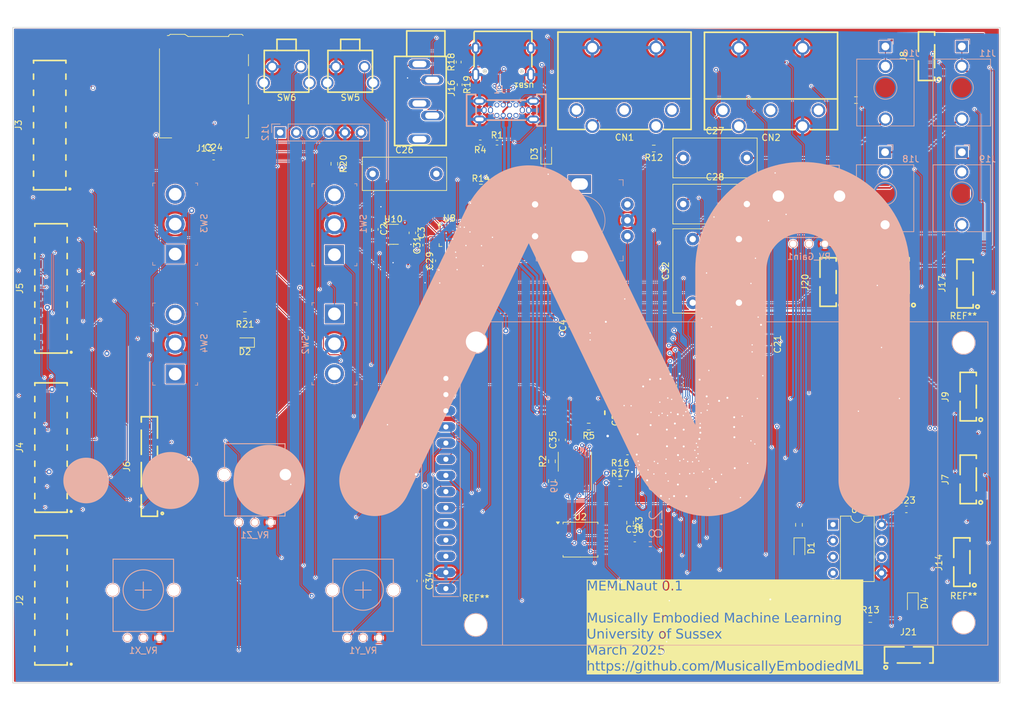
<source format=kicad_pcb>
(kicad_pcb (version 20240108) (generator "pcbnew") (generator_version "8.0")
  (layers (0 "F.Cu" signal) (1 "In1.Cu" power "GND") (2 "In2.Cu" mixed "Along") (31 "B.Cu" mixed "Up") (34 "B.Paste" user) (35 "F.Paste" user) (36 "B.SilkS" user "B.Silkscreen") (37 "F.SilkS" user "F.Silkscreen") (38 "B.Mask" user) (39 "F.Mask" user) (44 "Edge.Cuts" user))
  (net 0 "")
  (net 1 "+3V3")
  (net 2 "GND")
  (net 3 "+5V")
  (net 4 "/~{RESET}")
  (net 5 "/USB_D-")
  (net 6 "/USB_D+")
  (net 7 "/SWDIO")
  (net 8 "/SWCLK")
  (net 9 "/GPIO40")
  (net 10 "Net-(C27-Pad2)")
  (net 11 "/GPIO37")
  (net 12 "/GPIO41")
  (net 13 "/GPIO38")
  (net 14 "Net-(J15-Pin_1)")
  (net 15 "/GPIO35")
  (net 16 "/GPIO44")
  (net 17 "/GPIO43")
  (net 18 "/GPIO36")
  (net 19 "/GPIO42")
  (net 20 "Net-(C28-Pad1)")
  (net 21 "/GPIO19")
  (net 22 "/GPIO39")
  (net 23 "/GPIO46")
  (net 24 "/GPIO47")
  (net 25 "/GPIO45")
  (net 26 "Net-(J15-Pin_2)")
  (net 27 "Net-(U8-VAG)")
  (net 28 "/GPIO34")
  (net 29 "/GPIO33")
  (net 30 "Net-(J20-Pin_1)")
  (net 32 "Net-(J1-CC1)")
  (net 34 "Net-(J1-CC2)")
  (net 35 "Net-(J2-Pin_11)")
  (net 36 "/+3V3_SIG")
  (net 37 "Net-(U5-XIN)")
  (net 38 "Net-(U5-XOUT)")
  (net 39 "+1.1V")
  (net 40 "Net-(U5-VREG_XL)")
  (net 41 "/~{QSPI_CS_{0}}")
  (net 42 "/D-")
  (net 43 "/D+")
  (net 44 "/BOOTSEL")
  (net 45 "/QSPI_SD0")
  (net 46 "/QSPI_SD2")
  (net 47 "/QSPI_SD3")
  (net 48 "/QSPI_SD1")
  (net 49 "/QSPI_SCLK")
  (net 51 "Net-(C32-Pad2)")
  (net 52 "Net-(U5-VREG_AVDD)")
  (net 53 "Net-(C33-Pad2)")
  (net 54 "/GPIO12_SPI1_RX")
  (net 55 "/GPIO14_SPI1_SCK")
  (net 56 "/GPIO15_SPI1_TX")
  (net 57 "/GPIO13_SPI1_CS")
  (net 58 "Net-(J2-Pin_13)")
  (net 59 "/GPIO0_I2C_SDA")
  (net 60 "/1V8_CODEC")
  (net 61 "/GPIO18_TFT_DC")
  (net 62 "/GPIO16_TFT_MISO")
  (net 63 "/GPIO22_TFT_RST")
  (net 64 "/GPIO21_TFT_TOUCH_CS")
  (net 65 "/GPIO2_TFT_SCK")
  (net 66 "/GPIO3_TFT_MOSI")
  (net 67 "/GPIO20_TFT_CS")
  (net 68 "/GPIO9_I2S_LRCLK")
  (net 69 "/GPIO10_I2S_MCLK")
  (net 70 "/GPIO8_I2S_BLCK")
  (net 71 "/GPIO7_I2S_DOUT")
  (net 72 "/GPIO6_I2S_DIN")
  (net 74 "Net-(D1-A)")
  (net 76 "Net-(CN1-Pad4)")
  (net 77 "Net-(CN2-Pad4)")
  (net 79 "Net-(CN2-Pad5)")
  (net 81 "Net-(D1-K)")
  (net 82 "/GPIO5_UART1_MIDIRX")
  (net 83 "/GPIO4_UART1_MIDITX")
  (net 84 "Net-(J2-Pin_15)")
  (net 85 "Net-(J2-Pin_1)")
  (net 86 "Net-(J2-Pin_3)")
  (net 87 "Net-(J2-Pin_7)")
  (net 88 "Net-(J2-Pin_5)")
  (net 89 "/GPIO25_MOM_A2")
  (net 90 "/GPIO26_MOM_B1")
  (net 91 "/GPIO11_RE_A")
  (net 92 "/GPIO24_MOM_A1")
  (net 93 "/GPIO23_RE_SW")
  (net 94 "/GPIO27_MOM_B2")
  (net 95 "/GPIO17_RE_B")
  (net 96 "/GPIO30_TOG_B1")
  (net 97 "/GPIO28_TOG_A1")
  (net 98 "/GPIO32_JOY_SW")
  (net 99 "/GPIO31_TOG_B2")
  (net 100 "/GPIO29_TOG_A2")
  (net 101 "Net-(J9-Pin_3)")
  (net 106 "Net-(J17-Pin_2)")
  (net 107 "Net-(J17-Pin_3)")
  (net 110 "Net-(J17-Pin_1)")
  (net 113 "Net-(U8-MIC_BIAS)")
  (net 114 "Net-(U8-SYS_MCLK)")
  (net 115 "Net-(USB1-CC1)")
  (net 116 "Net-(USB1-CC2)")
  (net 126 "Net-(U8-MIC)")
  (net 130 "Net-(J20-Pin_2)")
  (net 131 "Net-(J2-Pin_10)")
  (net 132 "Net-(R14-Pad2)")
  (net 133 "/GPIO1_I2C_SCL")
  (net 134 "/CODEC_GND")
  (net 135 "GNDA")
  (net 137 "Net-(D2-A)")
  (net 138 "/VBUS")
  (net 139 "Net-(D4-A)")
  (footprint "Capacitor_THT:C_Rect_L13.0mm_W6.0mm_P10.00mm_FKS3_FKP3_MKS4" (layer "F.Cu") (at 192.25 44.5)
    (property "Reference" "C27")
    (property "Value" "1u Film")
  )
  (footprint "emutelab:HDR-TH_3P-P2.54_DZ254S-11-03-48" (layer "F.Cu") (at 227.67 122.58)
    (property "Reference" "J21")
    (property "Value" "Conn_Power_Ext")
  )
  (footprint "Capacitor_SMD:C_0603_1608Metric" (layer "F.Cu") (at 187.01 81.22 90)
    (property "Reference" "C13" (hide yes))
    (property "Value" "0.1uF" (hide yes))
  )
  (footprint "Capacitor_THT:C_Rect_L13.0mm_W6.0mm_P10.00mm_FKS3_FKP3_MKS4" (layer "F.Cu") (at 193.75 67.25 90)
    (property "Reference" "C32")
    (property "Value" "1u Film")
  )
  (footprint "Resistor_SMD:R_0603_1608Metric" (layer "F.Cu") (at 160.5 49.16)
    (property "Reference" "R14")
    (property "Value" "2.2k")
  )
  (footprint "Resistor_SMD:R_0603_1608Metric" (layer "F.Cu") (at 183.92 101.8 -90)
    (property "Reference" "R3")
    (property "Value" "100K")
  )
  (footprint "Resistor_SMD:R_0603_1608Metric" (layer "F.Cu") (at 137.49 45.425 -90)
    (property "Reference" "R20")
    (property "Value" "0R0")
  )
  (footprint "Capacitor_SMD:C_0603_1608Metric" (layer "F.Cu") (at 161.57 51.92)
    (property "Reference" "C25")
    (property "Value" "2.2u")
  )
  (footprint "Resistor_SMD:R_0603_1608Metric" (layer "F.Cu") (at 182.36 95.54)
    (property "Reference" "R17")
    (property "Value" "2.2k")
  )
  (footprint "Resistor_SMD:R_0603_1608Metric" (layer "F.Cu") (at 171.65 95.275 90)
    (property "Reference" "R9" (hide yes))
    (property "Value" "2K" (hide yes))
  )
  (footprint "Connector_Card:microSD_HC_Hirose_DM3AT-SF-PEJM5" (layer "F.Cu") (at 117.03 33.465 180)
    (property "Reference" "J13")
    (property "Value" "Micro_SD_Card_Det_Hirose_DM3AT")
  )
  (footprint "Capacitor_SMD:C_0603_1608Metric_Pad1.08x0.95mm_HandSolder" (layer "F.Cu") (at 143.85 55.72 -90)
    (property "Reference" "C2")
    (property "Value" "1u")
  )
  (footprint "MountingHole:MountingHole_3.2mm_M3" (layer "F.Cu") (at 159.73 73.37)
    (property "Reference" "REF**")
    (property "Value" "MountingHole_3.2mm_M3")
  )
  (footprint "Package_DIP:DIP-8_W7.62mm" (layer "F.Cu") (at 215.78 102.095)
    (property "Reference" "U7")
    (property "Value" "6N138")
  )
  (footprint "Resistor_SMD:R_0402_1005Metric" (layer "F.Cu") (at 157.01 29.44 90)
    (property "Reference" "R18")
    (property "Value" "5.1k")
  )
  (footprint "emutelab:IND-SMD_L2.0-W1.6_AOTA-B201610S3R3-101-T" (layer "F.Cu") (at 180.75 84.53 -90)
    (property "Reference" "L1")
    (property "Value" "3.3uH")
  )
  (footprint "Package_TO_SOT_SMD:SOT-23-5" (layer "F.Cu") (at 146.75 56.5075)
    (property "Reference" "U10")
    (property "Value" "LP5907MFX-1.8")
  )
  (footprint "Capacitor_SMD:C_0603_1608Metric" (layer "F.Cu") (at 173.25 88.8 90)
    (property "Reference" "C35")
    (property "Value" "0.1uF")
  )
  (footprint "Resistor_SMD:R_0402_1005Metric" (layer "F.Cu") (at 163.03 42.1)
    (property "Reference" "R1")
    (property "Value" "5.1k")
  )
  (footprint "Capacitor_SMD:C_0603_1608Metric" (layer "F.Cu") (at 194.8 81.2 90)
    (property "Reference" "C10" (hide yes))
    (property "Value" "0.1uF" (hide yes))
  )
  (footprint "emutelab:HDR-TH_3P-P2.54_DZ254S-11-03-48" (layer "F.Cu") (at 237 82 90)
    (property "Reference" "J9")
    (property "Value" "mic")
  )
  (footprint "MountingHole:MountingHole_3.2mm_M3" (layer "F.Cu") (at 236.25 73.52)
    (property "Reference" "REF**")
    (property "Value" "MountingHole_3.2mm_M3")
  )
  (footprint "Capacitor_SMD:C_0603_1608Metric" (layer "F.Cu") (at 183.05 85.2 90)
    (property "Reference" "C20")
    (property "Value" "0.1uF")
  )
  (footprint "Resistor_SMD:R_0603_1608Metric" (layer "F.Cu") (at 171.65 92.16 90)
    (property "Reference" "R2")
    (property "Value" "100K")
  )
  (footprint "emutelab:HDR-TH_3P-P2.54_DZ254S-11-03-48" (layer "F.Cu") (at 230.46 28.52 90)
    (property "Reference" "J8")
    (property "Value" "Conn_Pi_SWD")
  )
  (footprint "emutelab:HDR-SMD_16P-P2.54-V-M-R2-C8-S7.4" (layer "F.Cu") (at 93 90 90)
    (property "Reference" "J4")
    (property "Value" "GPIO B Cx")
  )
  (footprint "emutelab:HDR-TH_3P-P2.54_DZ254S-11-03-48" (layer "F.Cu") (at 236 108 90)
    (property "Reference" "J14")
    (property "Value" "Conn_I2C")
  )
  (footprint "MountingHole:MountingHole_3.2mm_M3" (layer "F.Cu") (at 159.7 117.88)
    (property "Reference" "REF**")
    (property "Value" "MountingHole_3.2mm_M3")
  )
  (footprint "emutelab:USB-C-SMD_TYPE-C-6PIN-2MD-073" (layer "F.Cu") (at 164 29.5885 180)
    (property "Reference" "USB1")
    (property "Value" "TYPE-C_16PIN_2MD(073)")
    (fp_poly (pts (xy 3.24 -1.305) (xy 3.22287 -1.413156) (xy 3.173156 -1.510725) (xy 3.095725 -1.588156) (xy 2.998155 -1.63787) (xy 2.89 -1.655) (xy 2.781844 -1.63787) (xy 2.684275 -1.588156) (xy 2.606844 -1.510725) (xy 2.55713 -1.413156) (xy 2.54 -1.305) (xy 2.557129 -1.196844) (xy 2.606844 -1.099275) (xy 2.684275 -1.021844) (xy 2.781844 -0.97213) (xy 2.890001 -0.955) (xy 2.998156 -0.97213) (xy 3.095725 -1.021844) (xy 3.173156 -1.099275) (xy 3.22287 -1.196844)) (fill solid) (layer "Edge.Cuts"))
    (fp_poly (pts (xy -2.54 -1.305) (xy -2.55713 -1.413156) (xy -2.606844 -1.510725) (xy -2.684275 -1.588156) (xy -2.781844 -1.63787) (xy -2.89 -1.655) (xy -2.998155 -1.63787) (xy -3.095725 -1.588156) (xy -3.173156 -1.510725) (xy -3.22287 -1.413156) (xy -3.24 -1.305) (xy -3.22287 -1.196844) (xy -3.173156 -1.099275) (xy -3.095725 -1.021844) (xy -2.998156 -0.97213) (xy -2.890001 -0.955) (xy -2.781844 -0.97213) (xy -2.684275 -1.021844) (xy -2.606844 -1.099275) (xy -2.557129 -1.196844)) (fill solid) (layer "Edge.Cuts"))
  )
  (footprint "Package_SO:SSOP-8_5.25x5.24mm_P1.27mm" (layer "F.Cu") (at 176.13 104.47)
    (property "Reference" "U2")
    (property "Value" "FLASH or PSRAM")
  )
  (footprint "Diode_SMD:D_SOD-323" (layer "F.Cu") (at 228.3 114.43 -90)
    (property "Reference" "D4")
    (property "Value" "1N5817")
  )
  (footprint "emutelab:HDR-SMD_16P-P2.54-V-M-R2-C8-S7.4" (layer "F.Cu") (at 93 65 90)
    (property "Reference" "J5")
    (property "Value" "GPIO A Cx")
  )
  (footprint "Capacitor_SMD:C_0603_1608Metric" (layer "F.Cu") (at 190.8 95.8 -90)
    (property "Reference" "C17" (hide yes))
    (property "Value" "10uF" (hide yes))
  )
  (footprint "Capacitor_THT:C_Rect_L13.0mm_W5.0mm_P10.00mm_FKS3_FKP3_MKS4" (layer "F.Cu") (at 143.5 47)
    (property "Reference" "C26")
    (property "Value" "100n COG")
  )
  (footprint "Capacitor_SMD:C_0603_1608Metric_Pad1.08x0.95mm_HandSolder" (layer "F.Cu") (at 205.65 73.76 -90)
    (property "Reference" "C21")
    (property "Value" "1u")
  )
  (footprint "Capacitor_SMD:C_0603_1608Metric" (layer "F.Cu") (at 198.405 91.71 180)
    (property "Reference" "C5" (hide yes))
    (property "Value" "12pF" (hide yes))
  )
  (footprint "Package_SON:WSON-6-1EP_2x2mm_P0.65mm_EP1x1.6mm_ThermalVias" (layer "F.Cu") (at 203.0825 74.42)
    (property "Reference" "U6")
    (property "Value" "TLV76733DRVR")
  )
  (footprint "Resistor_SMD:R_0603_1608Metric" (layer "F.Cu") (at 187.635 43.02 180)
    (property "Reference" "R12")
    (property "Value" "47")
  )
  (footprint "Capacitor_SMD:C_0603_1608Metric" (layer "F.Cu") (at 184.655 104.3)
    (property "Reference" "C36")
    (property "Value" "0.1uF")
  )
  (footprint "Resistor_SMD:R_0402_1005Metric" (layer "F.Cu") (at 157.17 33 -90)
    (property "Reference" "R19")
    (property "Value" "5.1k")
  )
  (footprint "emutelab:SW-TH_K2-1102AQ-C4CW-01" (layer "F.Cu") (at 139.98275 31.43725 180)
    (property "Reference" "SW5")
    (property "Value" "~")
  )
  (footprint "Resistor_SMD:R_0603_1608Metric" (layer "F.Cu") (at 198.425 83.75 180)
    (property "Reference" "R8" (hide yes))
    (property "Value" "100K" (hide yes))
  )
  (footprint "Capacitor_SMD:C_0603_1608Metric" (layer "F.Cu") (at 151.91 58.205 90)
    (property "Reference" "C31")
    (property "Value" "100n")
  )
  (footprint "Capacitor_THT:C_Rect_L13.0mm_W6.0mm_P10.00mm_FKS3_FKP3_MKS4" (layer "F.Cu") (at 201 67.25 90)
    (property "Reference" "C33")
    (property "Value" "1u Film")
  )
  (footprint "Capacitor_SMD:C_0603_1608Metric" (layer "F.Cu") (at 188.76 95.8 -90)
    (property "Reference" "C12" (hide yes))
    (property "Value" "0.1uF")
  )
  (footprint "emutelab:HDR-TH_3P-P2.54_DZ254S-11-03-48" (layer "F.Cu") (at 226.45 64 90)
    (property "Reference" "J15")
    (property "Value" "Line In Cx")
  )
  (footprint "Resistor_SMD:R_0603_1608Metric" (layer "F.Cu") (at 160.805 55.81 180)
    (property "Reference" "R15")
    (property "Value" "100")
  )
  (footprint "emutelab:HDR-SMD_6P-P2.54-V-M-S4.8" (layer "F.Cu") (at 108.45 92.98 90)
    (property "Reference" "J6")
    (property "Value" "Joystick Cx")
  )
  (footprint "emutelab:HDR-SMD_16P-P2.54-V-M-R2-C8-S7.4" (layer "F.Cu") (at 92.8 39.35 90)
    (property "Reference" "J3")
    (property "Value" "ADC Cx")
  )
  (footprint "emutelab:AUDIO-TH_PJ-325C" (layer "F.Cu") (at 151.85 35.65 -90)
    (property "Reference" "J16")
    (property "Value" "~")
  )
  (footprint "Capacitor_SMD:C_0603_1608Metric" (layer "F.Cu") (at 188.68 81.19 90)
    (property "Reference" "C37")
    (property "Value" "0.1uF")
  )
  (footprint "Resistor_SMD:R_0603_1608Metric" (layer "F.Cu") (at 210.43 102.14 -90)
    (property "Reference" "R10" (hide yes))
    (property "Value" "220" (hide yes))
  )
  (footprint "Diode_SMD:D_SOD-323" (layer "F.Cu") (at 170.75 43.87 90)
    (property "Reference" "D3")
    (property "Value" "1N5817")
  )
  (footprint "Resistor_SMD:R_0603_1608Metric" (layer "F.Cu") (at 123.455 69.21 180)
    (property "Reference" "R21")
    (property "Value" "1.5k")
  )
  (footprint "Resistor_SMD:R_0603_1608Metric" (layer "F.Cu") (at 221.63 116.94)
    (property "Reference" "R13")
    (property "Value" "470")
  )
  (footprint "Capacitor_SMD:C_0805_2012Metric_Pad1.18x1.45mm_HandSolder" (layer "F.Cu") (at 200.43 73 90)
    (property "Reference" "C22")
    (property "Value" "22u 0805")
  )
  (footprint "Resistor_SMD:R_0603_1608Metric" (layer "F.Cu") (at 177.42 86.7 180)
    (property "Reference" "R5")
    (property "Value" "27R")
  )
  (footprint "Capacitor_SMD:C_0603_1608Metric" (layer "F.Cu") (at 227.29 99.72)
    (property "Reference" "C23")
    (property "Value" "100n")
  )
  (footprint "Capacitor_SMD:C_0603_1608Metric" (layer "F.Cu") (at 198.425 85.25)
    (property "Reference" "C18" (hide yes))
    (property "Value" "0.1uF" (hide yes))
  )
  (footprint "Resistor_SMD:R_0603_1608Metric" (layer "F.Cu") (at 219.38 35.41)
    (property "Reference" "R11" (hide yes))
    (property "Value" "47")
  )
  (footprint "Diode_SMD:D_SOD-323" (layer "F.Cu") (at 210.5 105.8 -90)
    (property "Reference" "D1")
    (property "Value" "1N4148WS")
  )
  (footprint "Capacitor_SMD:C_0603_1608Metric" (layer "F.Cu") (at 198.425 86.75)
    (property "Reference" "C6" (hide yes))
    (property "Value" "12pF" (hide yes))
  )
  (footprint "NetTie:NetTie-2_SMD_Pad0.5mm" (layer "F.Cu") (at 153.37 63.04 180)
    (property "Reference" "NT1" (hide yes))
    (property "Value" "NetTie_2" (hide yes))
  )
  (footprint "emutelab:CONN-TH_DIN-504B-M10" (layer "F.Cu") (at 182.99 33.33 180)
    (property "Reference" "CN1")
    (property "Value" "MIDI In")
  )
  (footprint "Capacitor_SMD:C_0603_1608Metric" (layer "F.Cu") (at 183.5 88.35 180)
    (property "Reference" "C8" (hide yes))
    (property "Value" "0.1uF" (hide yes))
  )
  (footprint "Capacitor_SMD:C_0603_1608Metric_Pad1.08x0.95mm_HandSolder" (layer "F.Cu") (at 180.25 72.26 -90)
    (property "Reference" "C1")
    (property "Value" "1u")
  )
  (footprint "emutelab:QFN-80_EP_10x10_Pitch0.4mm" (layer "F.Cu") (at 191 88.5 90)
    (property "Reference" "U5" (hide yes))
    (property "Value" "RP235x-B" (hide yes))
  )
  (footprint "emutelab:HDR-TH_3P-P2.54_DZ254S-11-03-48" (layer "F.Cu") (at 215 64 90)
    (property "Reference" "J20")
    (property "Value" "Line Out Cx")
  )
  (footprint "Capacitor_SMD:C_0603_1608Metric" (layer "F.Cu") (at 190.25 80.22 90)
    (property "Reference" "C19" (hide yes))
    (property "Value" "0.1uF" (hide yes))
  )
  (footprint "emutelab:CONN-TH_DIN-504B-M10" (layer "F.Cu") (at 205.99 33.36 180)
    (property "Reference" "CN2")
    (property "Value" "MIDI Out")
  )
  (footprint "Package_DFN_QFN:QFN-20-1EP_3x3mm_P0.4mm_EP1.65x1.65mm" (layer "F.Cu") (at 155.55 56.8)
    (property "Reference" "U8")
    (property "Value" "SGTL5000XNLA3")
  )
  (footprint "Capacitor_THT:C_Rect_L13.0mm_W6.0mm_P10.00mm_FKS3_FKP3_MKS4" (layer "F.Cu") (at 192.25 51.75)
    (property "Reference" "C28")
    (property "Value" "1u Film")
  )
  (footprint "emutelab:HDR-TH_3P-P2.54_DZ254S-11-03-48" (layer "F.Cu") (at 237 95 90)
    (property "Reference" "J7")
    (property "Value" "Conn_Power")
  )
  (footprint "Capacitor_SMD:C_0603_1608Metric" (layer "F.Cu") (at 149.74 56.27 -90)
    (property "Reference" "C3")
    (property "Value" "1u")
  )
  (footprint "MountingHole:MountingHole_3.2mm_M3" (layer "F.Cu") (at 236.29 117.51)
    (property "Reference" "REF**")
    (property "Value" "MountingHole_3.2mm_M3")
  )
  (footprint "Package_SON:WSON-8-1EP_6x5mm_P1.27mm_EP3.4x4mm" (layer "F.Cu") (at 175.25 93.725 90)
    (property "Reference" "U1" (hide yes))
    (property "Value" "W25Q128JVPIQ" (hide yes))
  )
  (footprint "LED_SMD:LED_0603_1608Metric" (layer "F.Cu") (at 123.45 73.51 180)
    (property "Reference" "D2")
    (property "Value" "LED Test")
  )
  (footprint "Capacitor_SMD:C_0603_1608Metric" (layer "F.Cu") (at 150.98 110.95 -90)
    (property "Reference" "C34")
    (property "Value" "100n")
  )
  (footprint "Capacitor_SMD:C_0603_1608Metric" (layer "F.Cu") (at 118.535 44.3)
    (property "Reference" "C24")
    (property "Value" "100n")
  )
  (footprint "Resistor_SMD:R_0603_1608Metric" (layer "F.Cu") (at 180.9 81.95)
    (property "Reference" "R7" (hide yes))
    (property "Value" "27R" (hide yes))
  )
  (footprint "Capacitor_SMD:C_0603_1608Metric" (layer "F.Cu") (at 183.5 91.65 180)
    (property "Reference" "C15" (hide yes))
    (property "Value" "0.1uF" (hide yes))
  )
  (footprint "Capacitor_SMD:C_0603_1608Metric" (layer "F.Cu") (at 184.55 85.2 90)
    (property "Reference" "C14" (hide yes))
    (property "Value" "4.7uF" (hide yes))
  )
  (footprint "Resistor_SMD:R_0603_1608Metric" (layer "F.Cu") (at 177.42 88.2 180)
    (property "Reference" "R6" (hide yes))
    (property "Value" "27R" (hide yes))
  )
  (footprint "Crystal:Crystal_SMD_2520-4Pin_2.5x2.0mm" (layer "F.Cu") (at 198.425 89.225 -90)
    (property "Reference" "Y1" (hide yes))
    (property "Value" "CM4012M00012001" (hide yes))
  )
  (footprint "emutelab:HDR-TH_3P-P2.54_DZ254S-11-03-48" (layer "F.Cu") (at 236.5 64.25 90)
    (property "Reference" "J17")
    (property "Value" "Headphone Cx")
  )
  (footprint "Capacitor_SMD:C_0603_1608Metric" (layer "F.Cu") (at 192.8 95.8 -90)
    (property "Reference" "C7" (hide yes))
    (property "Value" "0.1uF" (hide yes))
  )
  (footprint "Package_SON:WSON-6-1EP_2x2mm_P0.65mm_EP1x1.6mm_ThermalVias" (layer "F.Cu") (at 177.6475 72.55)
    (property "Reference" "U4")
    (property "Value" "TLV76733DRVR")
  )
  (footprint "Resistor_SMD:R_0603_1608Metric" (layer "F.Cu") (at 182.355 93.86)
    (property "Reference" "R16")
    (property "Value" "2.2k")
  )
  (footprint "emutelab:HDR-SMD_16P-P2.54-V-M-R2-C8-S7.4" (layer "F.Cu") (at 93 114 90)
    (property "Reference" "J2")
    (property "Value" "Custom Cx")
  )
  (footprint "Capacitor_SMD:C_0603_1608Metric" (layer "F.Cu") (at 159.41 58.625 90)
    (property "Reference" "C30")
    (property "Value" "100n")
  )
  (footprint "Capacitor_SMD:C_0603_1608Metric" (layer "F.Cu") (at 183.925 81.95)
    (property "Reference" "C16" (hide yes))
    (property "Value" "4.7uF" (hide yes))
  )
  (footprint "Capacitor_SMD:C_0603_1608Metric" (layer "F.Cu") (at 198.41 93.22)
    (property "Reference" "C9" (hide yes))
    (property "Value" "0.1uF" (hide yes))
  )
  (footprint "Capacitor_SMD:C_0805_2012Metric_Pad1.18x1.45mm_HandSolder" (layer "F.Cu") (at 175.05 70.8175 90)
    (property "Reference" "C4")
    (property "Value" "22u 0805")
  )
  (footprint "Capacitor_SMD:C_0603_1608Metric" (layer "F.Cu") (at 191.75 80.21 90)
    (property "Reference" "C11" (hide yes))
    (property "Value" "0.1uF" (hide yes))
  )
  (footprint "Capacitor_SMD:C_0603_1608Metric" (layer "F.Cu") (at 153.9 60.66 90)
    (property "Reference" "C29")
    (property "Value" "100n")
  )
  (footprint "emutelab:SW-TH_K2-1102AQ-C4CW-01" (layer "F.Cu") (at 129.98275 31.43725 180)
    (property "Reference" "SW6")
    (property "Value" "~")
  )
  (footprint "Resistor_SMD:R_0402_1005Metric" (layer "F.Cu") (at 160.389999 42.07 180)
    (property "Reference" "R4")
    (property "Value" "5.1k")
  )
  (footprint "tft touch ili9341:TFT-320x240" (layer "B.Cu") (at 155 95.65 90)
    (property "Reference" "U9")
    (property "Value" "TFT_320x240")
  )
  (footprint "emutelab:USB-C-TH_MC-110LD-L137-A" (layer "B.Cu") (at 164.5 37 180)
    (property "Reference" "J1")
    (property "Value" "Hanbo_USB_C_Receptacle_USB2.0_MC-110LD-L137" (hide yes))
  )
  (footprint "emutelab:Thonk DWB2" (layer "B.Cu") (at 137.5 59.7 90)
    (property "Reference" "SW1")
    (property "Value" "SW on-on toggle")
  )
  (footprint "Eurocad:Alpha9mmPot" (layer "B.Cu") (at 125 94.25 180)
    (property "Reference" "RV_Z1")
    (property "Value" "100k")
  )
  (footprint "Connector_PinHeader_2.54mm:PinHeader_1x06_P2.54mm_Vertical" (layer "B.Cu") (at 128.98 40.51 -90)
    (property "Reference" "J12")
    (property "Value" "SPI1 header")
  )
  (footprint "emutelab:Thonk DWB2" (layer "B.Cu") (at 112.5 78.45 90)
    (property "Reference" "SW4")
    (property "Value" "SW Momentary (on)-off-(on) 1MS4T1B1M1QES")
  )
  (footprint "Eurocad:Alpha9mmPot" (layer "B.Cu") (at 212 50.5 180)
    (property "Reference" "RV_Gain1")
    (property "Value" "100k")
  )
  (footprint "Connector_Audio:Jack_3.5mm_QingPu_WQP-PJ398SM_Vertical_CircularHoles" (layer "B.Cu") (at 236 43.6 180)
    (property "Reference" "J19")
    (property "Value" "Line Out L")
  )
  (footprint "digikey-footprints:Rotary_Encoder_Switched_PEC11R" (layer "B.Cu") (at 176 48.6 -90)
    (property "Reference" "S1")
    (property "Value" "PEC11R-4215F-S0024")
  )
  (footprint "Connector_Audio:Jack_3.5mm_QingPu_WQP-PJ398SM_Vertical_CircularHoles" (layer "B.Cu") (at 223.95 43.6 180)
    (property "Reference" "J18")
    (property "Value" "Line Out R")
  )
  (footprint "Eurocad:Alpha9mmPot" (layer "B.Cu") (at 107.5 112.3875 180)
    (property "Reference" "RV_X1")
    (property "Value" "100k")
  )
  (footprint "Eurocad:Alpha9mmPot" (layer "B.Cu") (at 142 112.3875 180)
    (property "Reference" "RV_Y1")
    (property "Value" "100k")
  )
  (footprint "emutelab:Thonk DWB2" (layer "B.Cu") (at 137.5 69 -90)
    (property "Reference" "SW2")
    (property "Value" "SW on-on toggle")
  )
  (footprint "emutelab:Thonk DWB2" (layer "B.Cu") (at 112.5 59.6 90)
    (property "Reference" "SW3")
    (property "Value" "SW Momentary (on)-off-(on) 1MS4T1B1M1QES")
  )
  (footprint "Connector_Audio:Jack_3.5mm_QingPu_WQP-PJ398SM_Vertical_CircularHoles" (layer "B.Cu") (at 224 27 180)
    (property "Reference" "J10")
    (property "Value" "Line In R")
  )
  (footprint "Connector_Audio:Jack_3.5mm_QingPu_WQP-PJ398SM_Vertical_CircularHoles" (layer "B.Cu") (at 236 27 180)
    (property "Reference" "J11")
    (property "Value" "Line In L")
  )
  (footprint "kibuzzard-6695C28C" (layer "B.Cu") (at 191.475 97.3 180)
    (property "Reference" "kibuzzard-6695C28C" (hide yes))
    (property "Value" "G***" (hide yes))
  )
  (gr_poly (pts (xy 190.764807 97.6) (xy 190.68 97.12) (xy 190.825 96.825) (xy 191.3 96.525) (xy 191.775 96.55) (xy 192.19 96.81) (xy 192.25 96.925) (xy 192.3 97.425) (xy 192.2 97.7) (xy 192.163734 97.765559) (xy 192.185086 97.631545) (xy 192.185193 96.834442) (xy 190.925 96.834442) (xy 190.88 96.91) (xy 190.764807 97)) (fill solid) (layer "B.SilkS"))
  (gr_poly (pts (xy 111.536318 90.705888) (xy 111.309267 90.723208) (xy 111.08548 90.751727) (xy 110.865241 90.791163) (xy 110.648833 90.841232) (xy 110.43654 90.90165) (xy 110.228645 90.972135) (xy 110.025432 91.052403) (xy 109.827183 91.14217) (xy 109.634183 91.241153) (xy 109.446714 91.349068) (xy 109.26506 91.465633) (xy 109.089505 91.590564) (xy 108.920332 91.723577) (xy 108.757824 91.864389) (xy 108.602264 92.012716) (xy 108.453937 92.168276) (xy 108.313126 92.330784) (xy 108.180113 92.499958) (xy 108.055183 92.675513) (xy 107.938618 92.857167) (xy 107.830703 93.044636) (xy 107.73172 93.237637) (xy 107.641953 93.435886) (xy 107.561686 93.6391) (xy 107.491202 93.846995) (xy 107.430783 94.059288) (xy 107.380715 94.275696) (xy 107.341279 94.495935) (xy 107.31276 94.719722) (xy 107.29544 94.946773) (xy 107.289604 95.176805) (xy 107.29544 95.406837) (xy 107.31276 95.633889) (xy 107.341279 95.857675) (xy 107.380715 96.077914) (xy 107.430783 96.294322) (xy 107.491202 96.506616) (xy 107.561686 96.714511) (xy 107.641953 96.917725) (xy 107.73172 97.115974) (xy 107.830703 97.308974) (xy 107.938618 97.496444) (xy 108.055183 97.678098) (xy 108.180113 97.853653) (xy 108.313126 98.022827) (xy 108.453937 98.185335) (xy 108.602264 98.340895) (xy 108.757824 98.489222) (xy 108.920332 98.630034) (xy 109.089505 98.763047) (xy 109.26506 98.887978) (xy 109.446714 99.004542) (xy 109.634183 99.112458) (xy 109.827183 99.211441) (xy 110.025432 99.301208) (xy 110.228645 99.381476) (xy 110.43654 99.45196) (xy 110.648833 99.512379) (xy 110.865241 99.562448) (xy 111.08548 99.601884) (xy 111.309267 99.630403) (xy 111.536318 99.647722) (xy 111.76635 99.653559) (xy 111.996381 99.647722) (xy 112.223431 99.630403) (xy 112.447216 99.601883) (xy 112.667454 99.562448) (xy 112.883861 99.512379) (xy 113.096154 99.45196) (xy 113.304048 99.381475) (xy 113.507262 99.301207) (xy 113.70551 99.21144) (xy 113.89851 99.112457) (xy 114.085979 99.004541) (xy 114.267633 98.887976) (xy 114.443188 98.763045) (xy 114.612362 98.630032) (xy 114.77487 98.489219) (xy 114.93043 98.340892) (xy 115.078757 98.185332) (xy 115.219569 98.022824) (xy 115.352582 97.85365) (xy 115.477513 97.678094) (xy 115.594078 97.49644) (xy 115.701994 97.308971) (xy 115.800977 97.11597) (xy 115.890744 96.917722) (xy 115.971012 96.714508) (xy 116.041497 96.506613) (xy 116.101915 96.29432) (xy 116.151985 96.077912) (xy 116.19142 95.857674) (xy 116.21994 95.633887) (xy 116.237259 95.406837) (xy 116.243095 95.176805) (xy 116.237259 94.946773) (xy 116.21994 94.719722) (xy 116.191421 94.495935) (xy 116.151985 94.275696) (xy 116.101916 94.059288) (xy 116.041498 93.846995) (xy 115.971013 93.6391) (xy 115.890746 93.435886) (xy 115.800979 93.237637) (xy 115.701997 93.044636) (xy 115.594081 92.857167) (xy 115.477517 92.675513) (xy 115.352587 92.499958) (xy 115.219574 92.330784) (xy 115.078762 92.168276) (xy 114.930435 92.012716) (xy 114.774876 91.864389) (xy 114.612368 91.723577) (xy 114.443195 91.590564) (xy 114.26764 91.465633) (xy 114.085986 91.349068) (xy 113.898517 91.241153) (xy 113.705517 91.14217) (xy 113.507268 91.052403) (xy 113.304054 90.972135) (xy 113.096159 90.90165) (xy 112.883866 90.841232) (xy 112.667459 90.791163) (xy 112.44722 90.751727) (xy 112.223433 90.723208) (xy 111.996382 90.705888) (xy 111.76635 90.700052)) (stroke (width -0.000001)) (fill solid) (layer "B.SilkS"))
  (gr_line (start 191.5 98.420001) (end 192.065685 97.865686) (stroke (width 0.11)) (layer "B.SilkS"))
  (gr_poly (pts (xy 196.214335 80.207833) (xy 194.845665 80.207833) (xy 195.2 80.51) (xy 195.78 80.52)) (fill solid) (layer "B.SilkS"))
  (gr_poly (pts (xy 210.125245 45.155473) (xy 209.271301 45.22062) (xy 208.429628 45.327895) (xy 207.601293 45.476233) (xy 206.787362 45.664566) (xy 205.988902 45.891828) (xy 205.206979 46.156953) (xy 204.442659 46.458875) (xy 203.697008 46.796528) (xy 202.971093 47.168844) (xy 202.26598 47.574758) (xy 201.582735 48.013204) (xy 200.922425 48.483114) (xy 200.286116 48.983424) (xy 199.674875 49.513066) (xy 199.089766 50.070974) (xy 198.531858 50.656082) (xy 198.002216 51.267324) (xy 197.501907 51.903633) (xy 197.031996 52.563943) (xy 196.593551 53.247187) (xy 196.187637 53.9523) (xy 195.815321 54.678215) (xy 195.477668 55.423865) (xy 195.175746 56.188185) (xy 194.910621 56.970108) (xy 194.683359 57.768568) (xy 194.495026 58.582498) (xy 194.346689 59.410833) (xy 194.239413 60.252505) (xy 194.174266 61.106449) (xy 194.152313 61.971598) (xy 194.152313 86.424387) (xy 177.629082 52.092062) (xy 177.589746 52.012025) (xy 177.549045 51.932484) (xy 177.506857 51.853192) (xy 177.463056 51.773899) (xy 177.417518 51.694359) (xy 177.370121 51.614322) (xy 177.320739 51.533542) (xy 177.269249 51.451769) (xy 176.837826 50.781183) (xy 176.38082 50.148102) (xy 175.899498 49.553322) (xy 175.395127 48.997635) (xy 174.868975 48.481838) (xy 174.322309 48.006725) (xy 173.756396 47.573089) (xy 173.172503 47.181726) (xy 172.571899 46.83343) (xy 171.95585 46.528996) (xy 171.325624 46.269218) (xy 170.682487 46.05489) (xy 170.027708 45.886808) (xy 169.362553 45.765766) (xy 168.688291 45.692557) (xy 168.006188 45.667978) (xy 167.653964 45.674449) (xy 167.303839 45.693791) (xy 166.955973 45.725901) (xy 166.610525 45.770675) (xy 166.267657 45.828008) (xy 165.927528 45.897795) (xy 165.5903 45.979934) (xy 165.256132 46.07432) (xy 164.925184 46.180849) (xy 164.597618 46.299415) (xy 164.273593 46.429917) (xy 163.95327 46.572248) (xy 163.63681 46.726306) (xy 163.324371 46.891985) (xy 162.712204 47.257793) (xy 162.118051 47.668838) (xy 161.543195 48.124288) (xy 160.98892 48.623308) (xy 160.456507 49.165066) (xy 159.947241 49.748729) (xy 159.462403 50.373463) (xy 159.003276 51.038435) (xy 158.571144 51.742811) (xy 158.52009 51.836075) (xy 158.470275 51.929341) (xy 158.421946 52.022607) (xy 158.375351 52.115873) (xy 138.82 92.74) (xy 138.705501 92.994458) (xy 138.604121 93.252536) (xy 138.515896 93.513823) (xy 138.44086 93.777909) (xy 138.379048 94.044383) (xy 138.330494 94.312833) (xy 138.295235 94.582849) (xy 138.273304 94.85402) (xy 138.264737 95.125935) (xy 138.269567 95.398184) (xy 138.287832 95.670354) (xy 138.319564 95.942037) (xy 138.364799 96.21282) (xy 138.423572 96.482293) (xy 138.495918 96.750045) (xy 138.581871 97.015665) (xy 138.680674 97.276807) (xy 138.79136 97.53119) (xy 138.913658 97.778503) (xy 139.047295 98.018437) (xy 139.192002 98.250681) (xy 139.347506 98.474925) (xy 139.513536 98.69086) (xy 139.689821 98.898175) (xy 139.87609 99.096561) (xy 140.072072 99.285706) (xy 140.277494 99.465302) (xy 140.492087 99.635038) (xy 140.715578 99.794605) (xy 140.947696 99.943691) (xy 141.18817 100.081988) (xy 141.436729 100.209185) (xy 141.691188 100.324089) (xy 141.949266 100.425712) (xy 142.210554 100.514042) (xy 142.47464 100.589066) (xy 142.741114 100.650773) (xy 143.009565 100.699152) (xy 143.279582 100.73419) (xy 143.550754 100.755877) (xy 143.82267 100.764201) (xy 144.094919 100.759149) (xy 144.36709 100.740711) (xy 144.638773 100.708875) (xy 144.909557 100.663628) (xy 145.17903 100.60496) (xy 145.446782 100.532859) (xy 145.712402 100.447313) (xy 145.973545 100.348511) (xy 146.227927 100.237826) (xy 146.475241 100.115529) (xy 146.715174 99.981892) (xy 146.947418 99.837186) (xy 147.171663 99.681682) (xy 147.387597 99.515651) (xy 147.594913 99.339366) (xy 147.793298 99.153096) (xy 147.982444 98.957115) (xy 148.16204 98.751692) (xy 148.331776 98.537099) (xy 148.491342 98.313607) (xy 148.640429 98.081488) (xy 148.778725 97.841014) (xy 148.905922 97.592455) (xy 168.006195 57.907606) (xy 185.526901 94.314272) (xy 185.549963 94.361765) (xy 185.573491 94.40898) (xy 185.597452 94.455886) (xy 185.621816 94.502452) (xy 185.646552 94.548646) (xy 185.67163 94.594437) (xy 185.722687 94.684686) (xy 186.144693 95.362148) (xy 186.609213 96.007391) (xy 187.113551 96.61883) (xy 187.655016 97.194879) (xy 188.230912 97.733955) (xy 188.838547 98.23447) (xy 189.475226 98.694841) (xy 190.138256 99.113481) (xy 190.824944 99.488807) (xy 191.532595 99.819232) (xy 192.258517 100.103172) (xy 193.000016 100.339041) (xy 193.754397 100.525254) (xy 194.518967 100.660225) (xy 195.291033 100.742371) (xy 196.067902 100.770105) (xy 196.415488 100.76453) (xy 196.761524 100.747823) (xy 197.105699 100.720017) (xy 197.447704 100.681141) (xy 197.787229 100.631226) (xy 198.123963 100.570304) (xy 198.457596 100.498405) (xy 198.787819 100.41556) (xy 199.156969 100.308961) (xy 199.517659 100.189277) (xy 199.869673 100.056782) (xy 200.2128 99.911756) (xy 200.871532 99.585215) (xy 201.492147 99.211871) (xy 202.072935 98.79394) (xy 202.612186 98.33364) (xy 203.108193 97.833187) (xy 203.559245 97.294799) (xy 203.963634 96.720691) (xy 204.319649 96.113082) (xy 204.625582 95.474189) (xy 204.879724 94.806227) (xy 205.080365 94.111414) (xy 205.225796 93.391968) (xy 205.277274 93.0237) (xy 205.314309 92.650104) (xy 205.336686 92.271459) (xy 205.344192 91.88804) (xy 205.344192 61.974253) (xy 205.351551 61.684066) (xy 205.373389 61.397648) (xy 205.409349 61.115354) (xy 205.459074 60.837542) (xy 205.522208 60.564569) (xy 205.598392 60.296792) (xy 205.68727 60.034567) (xy 205.788485 59.778253) (xy 205.90168 59.528206) (xy 206.026498 59.284782) (xy 206.162582 59.04834) (xy 206.309574 58.819237) (xy 206.467119 58.597828) (xy 206.634857 58.384471) (xy 206.812433 58.179524) (xy 206.99949 57.983344) (xy 207.195671 57.796287) (xy 207.400617 57.61871) (xy 207.613973 57.450971) (xy 207.835382 57.293427) (xy 208.064486 57.146434) (xy 208.300928 57.01035) (xy 208.544351 56.885532) (xy 208.794398 56.772337) (xy 209.050712 56.671121) (xy 209.312937 56.582243) (xy 209.580714 56.506058) (xy 209.853687 56.442925) (xy 210.131499 56.3932) (xy 210.413793 56.357239) (xy 210.700212 56.335401) (xy 210.990398 56.328043) (xy 211.280585 56.335401) (xy 211.567003 56.357239) (xy 211.849297 56.393199) (xy 212.127109 56.442925) (xy 212.400082 56.506058) (xy 212.667859 56.582242) (xy 212.930083 56.67112) (xy 213.186397 56.772336) (xy 213.436445 56.885531) (xy 213.679868 57.010349) (xy 213.91631 57.146432) (xy 214.145413 57.293425) (xy 214.366822 57.450969) (xy 214.580178 57.618708) (xy 214.785125 57.796284) (xy 214.981305 57.983341) (xy 215.168362 58.179522) (xy 215.345939 58.384468) (xy 215.513677 58.597825) (xy 215.671222 58.819233) (xy 215.818214 59.048337) (xy 215.954298 59.284779) (xy 216.079116 59.528202) (xy 216.192311 59.77825) (xy 216.293526 60.034564) (xy 216.382405 60.296789) (xy 216.458589 60.564567) (xy 216.521722 60.83754) (xy 216.571448 61.115352) (xy 216.607408 61.397647) (xy 216.629246 61.684066) (xy 216.636604 61.974253) (xy 216.636604 95.168871) (xy 216.643901 95.456353) (xy 216.665556 95.740115) (xy 216.701214 96.019805) (xy 216.75052 96.295066) (xy 216.81312 96.565545) (xy 216.888659 96.830886) (xy 216.976782 97.090736) (xy 217.077135 97.344738) (xy 217.189364 97.59254) (xy 217.313113 97.833786) (xy 217.448028 98.068121) (xy 217.593755 98.295191) (xy 217.749938 98.514642) (xy 217.916223 98.726118) (xy 218.092256 98.929265) (xy 218.277682 99.123729) (xy 218.472146 99.309154) (xy 218.675293 99.485186) (xy 218.88677 99.651472) (xy 219.10622 99.807654) (xy 219.33329 99.953381) (xy 219.567626 100.088296) (xy 219.808872 100.212044) (xy 220.056673 100.324273) (xy 220.310676 100.424626) (xy 220.570526 100.512749) (xy 220.835867 100.588288) (xy 221.106346 100.650888) (xy 221.381607 100.700194) (xy 221.661296 100.735851) (xy 221.945059 100.757506) (xy 222.23254 100.764803) (xy 222.520021 100.757506) (xy 222.803784 100.735851) (xy 223.083473 100.700194) (xy 223.358734 100.650888) (xy 223.629212 100.588288) (xy 223.894553 100.512749) (xy 224.154402 100.424626) (xy 224.408405 100.324273) (xy 224.656207 100.212044) (xy 224.897453 100.088296) (xy 225.131788 99.953381) (xy 225.358858 99.807654) (xy 225.578309 99.651472) (xy 225.789786 99.485186) (xy 225.992933 99.309154) (xy 226.187397 99.123729) (xy 226.372823 98.929265) (xy 226.548856 98.726118) (xy 226.715141 98.514642) (xy 226.871325 98.295191) (xy 227.017051 98.068121) (xy 227.151966 97.833786) (xy 227.275716 97.59254) (xy 227.387944 97.344738) (xy 227.488298 97.090736) (xy 227.576421 96.830886) (xy 227.65196 96.565545) (xy 227.71456 96.295066) (xy 227.763866 96.019805) (xy 227.799524 95.740115) (xy 227.821179 95.456353) (xy 227.828476 95.168871) (xy 227.828476 61.971598) (xy 227.806523 61.106449) (xy 227.741376 60.252505) (xy 227.634101 59.410833) (xy 227.485763 58.582498) (xy 227.29743 57.768568) (xy 227.070168 56.970108) (xy 226.805042 56.188185) (xy 226.503121 55.423865) (xy 226.165468 54.678215) (xy 225.793152 53.9523) (xy 225.387238 53.247187) (xy 224.948792 52.563943) (xy 224.478881 51.903633) (xy 223.978572 51.267324) (xy 223.44893 50.656082) (xy 222.891021 50.070974) (xy 222.305913 49.513066) (xy 221.694671 48.983424) (xy 221.058362 48.483114) (xy 220.398052 48.013204) (xy 219.714808 47.574758) (xy 219.009695 47.168844) (xy 218.28378 46.796528) (xy 217.538129 46.458875) (xy 216.773809 46.156953) (xy 215.991886 45.891828) (xy 215.193426 45.664566) (xy 214.379495 45.476233) (xy 213.551161 45.327895) (xy 212.709488 45.22062) (xy 211.855544 45.155473) (xy 210.990395 45.13352)) (stroke (width -0.000001)) (fill solid) (layer "B.SilkS"))
  (gr_poly (pts (xy 190.836266 97.765559) (xy 190.9 97.73) (xy 190.95 97.765559) (xy 192.163734 97.765559) (xy 191.5 98.420001)) (fill solid) (layer "B.SilkS"))
  (gr_poly (pts (xy 98.342669 91.599014) (xy 98.161101 91.612866) (xy 97.982128 91.635675) (xy 97.805978 91.667216) (xy 97.632877 91.707262) (xy 97.463055 91.755587) (xy 97.296738 91.811965) (xy 97.134154 91.87617) (xy 96.975531 91.947975) (xy 96.821097 92.027154) (xy 96.671079 92.113481) (xy 96.525705 92.206729) (xy 96.385203 92.306673) (xy 96.249801 92.413086) (xy 96.119725 92.525742) (xy 95.995205 92.644414) (xy 95.876467 92.768876) (xy 95.763739 92.898903) (xy 95.65725 93.034267) (xy 95.557226 93.174743) (xy 95.463895 93.320105) (xy 95.377486 93.470125) (xy 95.298225 93.624579) (xy 95.226341 93.783239) (xy 95.162061 93.945879) (xy 95.105613 94.112273) (xy 95.057224 94.282195) (xy 95.017123 94.455419) (xy 94.985537 94.631718) (xy 94.962693 94.810867) (xy 94.94882 94.992638) (xy 94.944145 95.176805) (xy 94.94882 95.360974) (xy 94.962693 95.542745) (xy 94.985536 95.721894) (xy 95.017122 95.898194) (xy 95.057223 96.071418) (xy 95.105611 96.241341) (xy 95.162059 96.407736) (xy 95.226339 96.570377) (xy 95.298222 96.729037) (xy 95.377483 96.883491) (xy 95.463892 97.033511) (xy 95.557222 97.178873) (xy 95.657245 97.319349) (xy 95.763734 97.454714) (xy 95.876462 97.584741) (xy 95.995199 97.709204) (xy 96.119719 97.827876) (xy 96.249795 97.940532) (xy 96.385197 98.046945) (xy 96.525699 98.146889) (xy 96.671072 98.240137) (xy 96.82109 98.326464) (xy 96.975524 98.405643) (xy 97.134147 98.477448) (xy 97.296732 98.541653) (xy 97.463049 98.598031) (xy 97.632872 98.646356) (xy 97.805973 98.686402) (xy 97.982125 98.717943) (xy 98.161099 98.740753) (xy 98.342668 98.754604) (xy 98.526604 98.759272) (xy 98.710771 98.754597) (xy 98.892541 98.740723) (xy 99.071689 98.71788) (xy 99.247987 98.686294) (xy 99.42121 98.646193) (xy 99.591132 98.597804) (xy 99.757525 98.541356) (xy 99.920165 98.477076) (xy 100.078824 98.405192) (xy 100.233277 98.325931) (xy 100.383297 98.239521) (xy 100.528657 98.146191) (xy 100.669133 98.046167) (xy 100.804497 97.939677) (xy 100.934523 97.826949) (xy 101.058985 97.708211) (xy 101.177656 97.58369) (xy 101.290312 97.453615) (xy 101.396724 97.318212) (xy 101.496667 97.17771) (xy 101.589915 97.032335) (xy 101.676242 96.882317) (xy 101.75542 96.727883) (xy 101.827225 96.56926) (xy 101.891429 96.406675) (xy 101.947807 96.240358) (xy 101.996132 96.070535) (xy 102.036178 95.897434) (xy 102.067719 95.721283) (xy 102.090528 95.542309) (xy 102.10438 95.360741) (xy 102.109047 95.176805) (xy 102.104372 94.992638) (xy 102.090499 94.810867) (xy 102.067656 94.631718) (xy 102.03607 94.455419) (xy 101.995969 94.282195) (xy 101.947581 94.112273) (xy 101.891133 93.945879) (xy 101.826854 93.783239) (xy 101.75497 93.624579) (xy 101.67571 93.470125) (xy 101.589301 93.320105) (xy 101.495971 93.174743) (xy 101.395948 93.034267) (xy 101.289459 92.898903) (xy 101.176732 92.768876) (xy 101.057995 92.644414) (xy 100.933475 92.525742) (xy 100.8034 92.413086) (xy 100.667999 92.306673) (xy 100.527497 92.206729) (xy 100.382124 92.113481) (xy 100.232107 92.027154) (xy 100.077673 91.947975) (xy 99.919051 91.87617) (xy 99.756468 91.811965) (xy 99.590151 91.755587) (xy 99.420329 91.707262) (xy 99.247229 91.667216) (xy 99.071079 91.635675) (xy 98.892106 91.612866) (xy 98.710538 91.599014) (xy 98.526604 91.594347)) (stroke (width -0.000001)) (fill solid) (layer "B.SilkS"))
  (gr_line (start 190.934315 97.865686) (end 191.5 98.420001) (stroke (width 0.11)) (layer "B.SilkS"))
  (gr_poly (pts (xy 126.962296 89.585523) (xy 126.678533 89.607178) (xy 126.398843 89.642835) (xy 126.12358 89.692142) (xy 125.853101 89.754741) (xy 125.587759 89.83028) (xy 125.327909 89.918404) (xy 125.073905 90.018757) (xy 124.826103 90.130985) (xy 124.584857 90.254735) (xy 124.350521 90.38965) (xy 124.12345 90.535376) (xy 123.903999 90.69156) (xy 123.692522 90.857845) (xy 123.489375 91.033878) (xy 123.294911 91.219303) (xy 123.109485 91.413767) (xy 122.933452 91.616914) (xy 122.767166 91.82839) (xy 122.610983 92.047841) (xy 122.465256 92.274911) (xy 122.330341 92.509246) (xy 122.206591 92.750492) (xy 122.094363 92.998294) (xy 121.994009 93.252296) (xy 121.905886 93.512145) (xy 121.830347 93.777486) (xy 121.767747 94.047965) (xy 121.718441 94.323226) (xy 121.682783 94.602915) (xy 121.661129 94.886677) (xy 121.653832 95.174158) (xy 121.661129 95.46164) (xy 121.682783 95.745403) (xy 121.718441 96.025092) (xy 121.767748 96.300354) (xy 121.830348 96.570833) (xy 121.905887 96.836174) (xy 121.994011 97.096024) (xy 122.094365 97.350027) (xy 122.206594 97.597829) (xy 122.330344 97.839075) (xy 122.46526 98.07341) (xy 122.610987 98.300481) (xy 122.76717 98.519932) (xy 122.933456 98.731408) (xy 123.10949 98.934556) (xy 123.294916 99.12902) (xy 123.489381 99.314445) (xy 123.692529 99.490478) (xy 123.904006 99.656764) (xy 124.123457 99.812947) (xy 124.350528 99.958673) (xy 124.584864 100.093589) (xy 124.82611 100.217338) (xy 125.073912 100.329566) (xy 125.327915 100.42992) (xy 125.587765 100.518043) (xy 125.853106 100.593582) (xy 126.123585 100.656182) (xy 126.398846 100.705488) (xy 126.678535 100.741146) (xy 126.962298 100.762801) (xy 127.249779 100.770098) (xy 127.537261 100.762801) (xy 127.821025 100.741146) (xy 128.100715 100.705488) (xy 128.375977 100.656182) (xy 128.646457 100.593582) (xy 128.911799 100.518043) (xy 129.171649 100.42992) (xy 129.425652 100.329566) (xy 129.673454 100.217338) (xy 129.914701 100.093589) (xy 130.149037 99.958673) (xy 130.376107 99.812947) (xy 130.595558 99.656764) (xy 130.807035 99.490478) (xy 131.010183 99.314445) (xy 131.204647 99.12902) (xy 131.390073 98.934556) (xy 131.566106 98.731408) (xy 131.732392 98.519932) (xy 131.888575 98.300481) (xy 132.034302 98.07341) (xy 132.169217 97.839075) (xy 132.292966 97.597829) (xy 132.405195 97.350027) (xy 132.505548 97.096024) (xy 132.593672 96.836174) (xy 132.669211 96.570833) (xy 132.731811 96.300354) (xy 132.781117 96.025092) (xy 132.816774 95.745403) (xy 132.838429 95.46164) (xy 132.845726 95.174158) (xy 132.838429 94.886677) (xy 132.816774 94.602915) (xy 132.781116 94.323226) (xy 132.73181 94.047965) (xy 132.66921 93.777486) (xy 132.59367 93.512145) (xy 132.505546 93.252296) (xy 132.405193 92.998294) (xy 132.292964 92.750492) (xy 132.169214 92.509246) (xy 132.034298 92.274911) (xy 131.888571 92.047841) (xy 131.732387 91.82839) (xy 131.566101 91.616914) (xy 131.390068 91.413767) (xy 131.204641 91.219303) (xy 131.010177 91.033878) (xy 130.807029 90.857845) (xy 130.595552 90.69156) (xy 130.376101 90.535376) (xy 130.14903 90.38965) (xy 129.914694 90.254735) (xy 129.673448 90.130985) (xy 129.425646 90.018757) (xy 129.171642 89.918404) (xy 128.911793 89.83028) (xy 128.646451 89.754741) (xy 128.375973 89.692142) (xy 128.100712 89.642835) (xy 127.821022 89.607178) (xy 127.53726 89.585523) (xy 127.249779 89.578226)) (stroke (width -0.000001)) (fill solid) (layer "B.SilkS"))
  (gr_circle (center 191.5 97.300001) (end 191.5 98.100001) (stroke (width 0.11)) (fill none) (layer "B.SilkS"))
  (gr_rect (start 87 24) (end 242 127) (stroke (width 0.1)) (fill none) (layer "Edge.Cuts"))
  (gr_text "MEMLNaut 0.1\n\nMusically Embodied Machine Learning\nUniversity of Sussex\nMarch 2025\nhttps://github.com/MusicallyEmbodiedML" (at 177.09 125.3 0) (layer "F.SilkS" knockout) (effects (font (size 1.5 1.5)) (justify left bottom)))
  (segment (start 220.3 36.71) (end 220.29 36.7) (width 0.3) (layer "F.Cu") (net 1))
  (segment (start 117.76 41.395) (end 117.555 41.19) (width 0.15) (layer "F.Cu") (net 1))
  (segment (start 185.5 91.4) (end 185.5 90.881966) (width 0.25) (layer "F.Cu") (net 1))
  (segment (start 196.575 91.1) (end 196.775 91.3) (width 0.25) (layer "F.Cu") (net 1))
  (segment (start 180.075 81.185) (end 181.93375 79.32625) (width 0.3) (layer "F.Cu") (net 1))
  (segment (start 159.41 57.85) (end 158.76 57.2) (width 0.15) (layer "F.Cu") (net 1))
  (segment (start 180.86 112.16) (end 183.88 109.14) (width 0.3) (layer "F.Cu") (net 1))
  (segment (start 191.41 84.77) (end 191.2 84.56) (width 0.15) (layer "F.Cu") (net 1))
  (segment (start 196.775 91.3) (end 196.775 89.419975) (width 0.25) (layer "F.Cu") (net 1))
  (segment (start 238.45 87.8) (end 238.45 92.46) (width 0.3) (layer "F.Cu") (net 1))
  (segment (start 178.91 82.26) (end 179.765 82.26) (width 0.3) (layer "F.Cu") (net 1))
  (segment (start 226.28 116.82) (end 222.575 116.82) (width 0.3) (layer "F.Cu") (net 1))
  (segment (start 185.45 85.9) (end 185.375 85.975) (width 0.2) (layer "F.Cu") (net 1))
  (segment (start 145.6125 57.4575) (end 142.5975 57.4575) (width 0.3) (layer "F.Cu") (net 1))
  (segment (start 186.1 85.9) (end 185.45 85.9) (width 0.2) (layer "F.Cu") (net 1))
  (segment (start 117.76 44.3) (end 117.76 41.395) (width 0.15) (layer "F.Cu") (net 1))
  (segment (start 183.875 102.67) (end 183.92 102.625) (width 0.15) (layer "F.Cu") (net 1))
  (segment (start 196.775 89.419975) (end 196.455026 89.1) (width 0.25) (layer "F.Cu") (net 1))
  (segment (start 183.88 102.665) (end 183.92 102.625) (width 0.15) (layer "F.Cu") (net 1))
  (segment (start 117.555 40.175) (end 117.555 41.19) (width 0.15) (layer "F.Cu") (net 1))
  (segment (start 184.22 93.84) (end 183.2 93.84) (width 0.3) (layer "F.Cu") (net 1))
  (segment (start 186.6 85.9) (end 186.85 85.65) (width 0.2) (layer "F.Cu") (net 1))
  (segment (start 194.8 83.6) (end 194.8 81.975) (width 0.25) (layer "F.Cu") (net 1))
  (segment (start 185.375 85.975) (end 184.75 85.975) (width 0.2) (layer "F.Cu") (net 1))
  (segment (start 187.01 82.6) (end 187.2 82.79) (width 0.15) (layer "F.Cu") (net 1))
  (segment (start 185.25 91.65) (end 185.5 91.4) (width 0.25) (layer "F.Cu") (net 1))
  (segment (start 182.8975 80.29) (end 184.82 80.29) (width 0.3) (layer "F.Cu") (net 1))
  (segment (start 142.5975 57.4575) (end 142.55 57.41) (width 0.3) (layer "F.Cu") (net 1))
  (segment (start 185.25 91.65) (end 184.275 91.65) (width 0.25) (layer "F.Cu") (net 1))
  (segment (start 185.75 81.225) (end 186.24 81.225) (width 0.3) (layer "F.Cu") (net 1))
  (segment (start 192.8 93.4) (end 192.8 95.025) (width 0.25) (layer "F.Cu") (net 1))
  (segment (start 142.55 56.157499) (end 143.85 54.857499) (width 0.3) (layer "F.Cu") (net 1))
  (segment (start 192.015 95.81) (end 192.8 95.025) (width 0.3) (layer "F.Cu") (net 1))
  (segment (start 193.08 80.82) (end 194.235 81.975) (width 0.3) (layer "F.Cu") (net 1))
  (segment (start 191.75 82.625) (end 191.75 80.985) (width 0.25) (layer "F.Cu") (net 1))
  (segment (start 142.55 57.41) (end 142.55 56.157499) (width 0.3) (layer "F.Cu") (net 1))
  (segment (start 185.5 90.881966) (end 185.681966 90.7) (width 0.25) (layer "F.Cu") (net 1))
  (segment (start 194.235 81.975) (end 194.8 81.975) (width 0.3) (layer "F.Cu") (net 1))
  (segment (start 191.2 84.56) (end 191.2 83.6) (width 0.15) (layer "F.Cu") (net 1))
  (segment (start 149.07 60.915) (end 145.6125 57.4575) (width 0.3) (layer "F.Cu") (net 1))
  (segment (start 172.6625 91.0625) (end 173.345 91.0625) (width 0.25) (layer "F.Cu") (net 1))
  (segment (start 173.505 71.855) (end 173.25 72.11) (width 0.3) (layer "F.Cu") (net 1))
  (segment (start 186.1 85.9) (end 186.6 85.9) (width 0.2) (layer "F.Cu") (net 1))
  (segment (start 197.38 93.475) (end 197.635 93.22) (width 0.3) (layer "F.Cu") (net 1))
  (segment (start 239.65 93.66) (end 238.45 92.46) (width 0.3) (layer "F.Cu") (net 1))
  (segment (start 185.97 80.4) (end 185.97 81.005) (width 0.3) (layer "F.Cu") (net 1))
  (segment (start 185.75 81.225) (end 185.75 81.22) (width 0.3) (layer "F.Cu") (net 1))
  (segment (start 149.07 61.49) (end 149.07 60.915) (width 0.3) (layer "F.Cu") (net 1))
  (segment (start 184.699901 87.925099) (end 184.275 88.35) (width 0.25) (layer "F.Cu") (net 1))
  (segment (start 183.86 102.565) (end 183.92 102.625) (width 0.15) (layer "F.Cu") (net 1))
  (segment (start 173.935 89.575) (end 174.39 89.12) (width 0.3) (layer "F.Cu") (net 1))
  (segment (start 186.24 81.225) (end 187.01 81.995) (width 0.3) (layer "F.Cu") (net 1))
  (segment (start 195.925 81.975) (end 195.94 81.96) (width 0.3) (layer "F.Cu") (net 1))
  (segment (start 159.85 58.29) (end 159.41 57.85) (width 0.3) (layer "F.Cu") (net 1))
  (segment (start 158.76 57.2) (end 157 57.2) (width 0.15) (layer "F.Cu") (net 1))
  (segment (start 186.85 84.825) (end 187.2 84.475) (width 0.2) (layer "F.Cu") (net 1))
  (segment (start 183.88 109.14) (end 183.88 104.3) (width 0.3) (layer "F.Cu") (net 1))
  (segment (start 196.455026 89.1) (end 195.9 89.1) (width 0.25) (layer "F.Cu") (net 1))
  (segment (start 188.8 93.4) (end 188.8 95.025) (width 0.25) (layer "F.Cu") (net 1))
  (segment (start 154.565 111.725) (end 155 112.16) (width 0.3) (layer "F.Cu") (net 1))
  (segment (start 238.63 87.62) (end 238.45 87.8) (width 0.3) (layer "F.Cu") (net 1))
  (segment (start 194.8 81.975) (end 195.925 81.975) (width 0.3) (layer "F.Cu") (net 1))
  (segment (start 183.18 95.535) (end 183.185 95.54) (width 0.3) (layer "F.Cu") (net 1))
  (segment (start 185.97 81.005) (end 185.75 81.225) (width 0.3) (layer "F.Cu") (net 1))
  (segment (start 175.05 72.4425) (end 181.93375 79.32625) (width 0.3) (layer "F.Cu") (net 1))
  (segment (start 185.098146 87.925099) (end 184.699901 87.925099) (width 0.25) (layer "F.Cu") (net 1))
  (segment (start 187.01 81.995) (end 187.01 82.6) (width 0.15) (layer "F.Cu") (net 1))
  (segment (start 199.19 83.69) (end 199.25 83.75) (width 0.3) (layer "F.Cu") (net 1))
  (segment (start 184.275 91.65) (end 184.41 91.65) (width 0.25) (layer "F.Cu") (net 1))
  (segment (start 191.75 80.985) (end 191.915 80.82) (width 0.3) (layer "F.Cu") (net 1))
  (segment (start 185.681966 90.7) (end 186.1 90.7) (width 0.25) (layer "F.Cu") (net 1))
  (segment (start 150.98 111.725) (end 154.565 111.725) (width 0.3) (layer "F.Cu") (net 1))
  (segment (start 187.2 82.79) (end 187.2 83.6) (width 0.15) (layer "F.Cu") (net 1))
  (segment (start 196.775 93) (end 196.975 93.2) (width 0.25) (layer "F.Cu") (net 1))
  (segment (start 179.7425 102.565) (end 183.86 102.565) (width 0.15) (layer "F.Cu") (net 1))
  (segment (start 171.65 91.35) (end 172.375 91.35) (width 0.25) (layer "F.Cu") (net 1))
  (segment (start 172.375 91.35) (end 172.6625 91.0625) (width 0.25) (layer "F.Cu") (net 1))
  (segment (start 220.29 35.495) (end 220.205 35.41) (width 0.3) (layer "F.Cu") (net 1))
  (segment (start 197.38 95.41) (end 197.38 93.475) (width 0.3) (layer "F.Cu") (net 1))
  (segment (start 173.345 91.0625) (end 173.345 89.67) (width 0.25) (layer "F.Cu") (net 1))
  (segment (start 183.88 104.3) (end 183.88 102.665) (width 0.15) (layer "F.Cu") (net 1))
  (segment (start 196.775 91.3) (end 196.775 93) (width 0.25) (layer "F.Cu") (net 1))
  (segment (start 183.18 93.86) (end 183.18 95.535) (width 0.3) (layer "F.Cu") (net 1))
  (segment (start 185.75 81.22) (end 184.82 80.29) (width 0.3) (layer "F.Cu") (net 1))
  (segment (start 195.9 91.1) (end 196.575 91.1) (width 0.25) (layer "F.Cu") (net 1))
  (segment (start 191.2 83.6) (end 191.2 83.175) (width 0.25) (layer "F.Cu") (net 1))
  (segment (start 181.93375 79.32625) (end 182.8975 80.29) (width 0.3) (layer "F.Cu") (net 1))
  (segment (start 199.19 82.19) (end 199.19 83.69) (width 0.3) (layer "F.Cu") (net 1))
  (segment (start 187.2 83.6) (end 187.2 84.475) (width 0.2) (layer "F.Cu") (net 1))
  (segment (start 239.65 94.3) (end 239.65 93.66) (width 0.3) (layer "F.Cu") (net 1))
  (segment (start 180.075 81.95) (end 180.075 81.185) (width 0.3) (layer "F.Cu") (net 1))
  (segment (start 222.575 116.82) (end 222.455 116.94) (width 0.3) (layer "F.Cu") (net 1))
  (segment (start 179.765 82.26) (end 180.075 81.95) (width 0.3) (layer "F.Cu") (net 1))
  (segment (start 175.05 71.855) (end 175.05 72.4425) (width 0.3) (layer "F.Cu") (net 1))
  (segment (start 191.42 95.81) (end 192.015 95.81) (width 0.3) (layer "F.Cu") (net 1))
  (segment (start 191.2 83.175) (end 191.75 82.625) (width 0.25) (layer "F.Cu") (net 1))
  (segment (start 173.345 89.67) (end 173.25 89.575) (width 0.25) (layer "F.Cu") (net 1))
  (segment (start 160.59 58.29) (end 159.85 58.29) (width 0.3) (layer "F.Cu") (net 1))
  (segment (start 173.25 89.575) (end 173.935 89.575) (width 0.3) (layer "F.Cu") (net 1))
  (segment (start 220.29 36.7) (end 220.29 35.495) (width 0.3) (layer "F.Cu") (net 1))
  (segment (start 183.2 93.84) (end 183.18 93.86) (width 0.3) (layer "F.Cu") (net 1))
  (segment (start 184.41 91.65) (end 184.96 91.1) (width 0.25) (layer "F.Cu") (net 1))
  (segment (start 191.915 80.82) (end 193.08 80.82) (width 0.3) (layer "F.Cu") (net 1))
  (segment (start 186.85 85.65) (end 186.85 84.825) (width 0.2) (layer "F.Cu") (net 1))
  (segment (start 118.72 39.01) (end 117.555 40.175) (width 0.15) (layer "F.Cu") (net 1))
  (segment (start 188.635 95.15) (end 188.76 95.025) (width 0.3) (layer "F.Cu") (net 1))
  (segment (start 175.05 71.855) (end 173.505 71.855) (width 0.3) (layer "F.Cu") (net 1))
  (segment (start 186.6 95.15) (end 188.635 95.15) (width 0.3) (layer "F.Cu") (net 1))
  (segment (start 196.975 93.2) (end 197.65 93.2) (width 0.25) (layer "F.Cu") (net 1))
  (via (at 178.91 82.26) (size 0.4) (drill 0.2) (layers "F.Cu" "B.Cu") (net 1))
  (via (at 160.59 58.29) (size 0.4) (drill 0.2) (layers "F.Cu" "B.Cu") (net 1))
  (via (at 185.098146 87.925099) (size 0.6) (drill 0.3) (layers "F.Cu" "B.Cu") (net 1))
  (via (at 118.72 39.01) (size 0.4) (drill 0.2) (layers "F.Cu" "B.Cu") (net 1))
  (via (at 238.63 87.62) (size 0.4) (drill 0.2) (layers "F.Cu" "B.Cu") (net 1))
  (via (at 191.42 95.81) (size 0.6) (drill 0.3) (layers "F.Cu" "B.Cu") (net 1))
  (via (at 195.94 81.96) (size 0.6) (drill 0.3) (layers "F.Cu" "B.Cu") (net 1))
  (via (at 164.41 71.65) (size 0.8) (drill 0.4) (layers "F.Cu" "B.Cu") (net 1))
  (via (at 173.25 72.11) (size 0.8) (drill 0.4) (layers "F.Cu" "B.Cu") (net 1))
  (via (at 180.86 112.16) (size 0.4) (drill 0.2) (layers "F.Cu" "B.Cu") (net 1))
  (via (at 187.2 84.475) (size 0.4) (drill 0.2) (layers "F.Cu" "B.Cu") (net 1))
  (via (at 160.81 61.44) (size 0.4) (drill 0.2) (layers "F.Cu" "B.Cu") (net 1))
  (via (at 184.22 93.84) (size 0.6) (drill 0.3) (layers "F.Cu" "B.Cu") (net 1))
  (via (at 197.38 95.41) (size 0.6) (drill 0.3) (layers "F.Cu" "B.Cu") (net 1))
  (via (at 185.97 80.4) (size 0.6) (drill 0.3) (layers "F.Cu" "B.Cu") (net 1))
  (via (at 174.49 82.35) (size 0.4) (drill 0.2) (layers "F.Cu" "B.Cu") (net 1))
  (via (at 199.19 82.19) (size 0.6) (drill 0.3) (layers "F.Cu" "B.Cu") (net 1))
  (via (at 240.19 104.96) (size 0.4) (drill 0.2) (layers "F.Cu" "B.Cu") (net 1))
  (via (at 191.41 84.77) (size 0.6) (drill 0.3) (layers "F.Cu" "B.Cu") (net 1))
  (via (at 174.39 89.12) (size 0.4) (drill 0.2) (layers "F.Cu" "B.Cu") (net 1))
  (via (at 220.3 36.71) (size 0.4) (drill 0.2) (layers "F.Cu" "B.Cu") (net 1))
  (via (at 239.65 94.3) (size 0.4) (drill 0.2) (layers "F.Cu" "B.Cu") (net 1))
  (via (at 219.76 84.29) (size 0.4) (drill 0.2) (layers "F.Cu" "B.Cu") (net 1))
  (via (at 226.28 116.82) (size 0.4) (drill 0.2) (layers "F.Cu" "B.Cu") (net 1))
  (via (at 186.6 95.15) (size 0.6) (drill 0.3) (layers "F.Cu" "B.Cu") (net 1))
  (via (at 184.96 91.1) (size 0.6) (drill 0.3) (layers "F.Cu" "B.Cu") (net 1))
  (via (at 149.07 61.49) (size 0.4) (drill 0.2) (layers "F.Cu" "B.Cu") (net 1))
  (segment (start 160.81 61.44) (end 160.81 58.51) (width 0.3) (layer "B.Cu") (net 1))
  (segment (start 174.39 89.12) (end 174.39 82.45) (width 0.3) (layer "B.Cu") (net 1))
  (segment (start 164.41 71.65) (end 164.41 69.38) (width 0.3) (layer "B.Cu") (net 1))
  (segment (start 160.81 65.78) (end 160.81 61.44) (width 0.3) (layer "B.Cu") (net 1))
  (segment (start 164.41 69.38) (end 160.81 65.78) (width 0.3) (layer "B.Cu") (net 1))
  (segment (start 184.96 91.1) (end 184.22 91.84) (width 0.3) (layer "B.Cu") (net 1))
  (segment (start 220.3 36.71) (end 220.57 36.98) (width 0.3) (layer "B.Cu") (net 1))
  (segment (start 184.96 88.063245) (end 185.098146 87.925099) (width 0.25) (layer "B.Cu") (net 1))
  (segment (start 240.19 104.96) (end 240.19 94.84) (width 0.3) (layer "B.Cu") (net 1))
  (segment (start 185.97 80.4) (end 185.99 80.42) (width 0.3) (layer "B.Cu") (net 1))
  (segment (start 220.57 83.48) (end 219.76 84.29) (width 0.3) (layer "B.Cu") (net 1))
  (segment (start 185.99 80.42) (end 185.99 94.54) (width 0.3) (layer "B.Cu") (net 1))
  (segment (start 154.93 112.16) (end 157.43 109.66) (width 0.3) (layer "B.Cu") (net 1))
  (segment (start 174.39 82.45) (end 174.49 82.35) (width 0.3) (layer "B.Cu") (net 1))
  (segment (start 155 112.16) (end 154.93 112.16) (width 0.3) (layer "B.Cu") (net 1))
  (segment (start 184.22 91.84) (end 184.22 93.84) (width 0.3) (layer "B.Cu") (net 1))
  (segment (start 160.81 58.51) (end 160.59 58.29) (width 0.3) (layer "B.Cu") (net 1))
  (segment (start 157.43 96.809999) (end 155 94.379999) (width 0.3) (layer "B.Cu") (net 1))
  (segment (start 220.57 36.98) (end 220.57 83.48) (width 0.3) (layer "B.Cu") (net 1))
  (segment (start 184.96 91.1) (end 184.96 88.063245) (width 0.25) (layer "B.Cu") (net 1))
  (segment (start 185.99 94.54) (end 186.6 95.15) (width 0.3) (layer "B.Cu") (net 1))
  (segment (start 157.43 109.66) (end 157.43 96.809999) (width 0.3) (layer "B.Cu") (net 1))
  (segment (start 240.19 94.84) (end 239.65 94.3) (width 0.3) (layer "B.Cu") (net 1))
  (segment (start 186.1 85.1) (end 185.5 85.1) (width 0.2) (layer "F.Cu") (net 2))
  (segment (start 182.8 91.65) (end 182.65 91.65) (width 0.3) (layer "F.Cu") (net 2))
  (segment (start 184.825 84.425) (end 184.75 84.425) (width 0.2) (layer "F.Cu") (net 2))
  (segment (start 150.98 110.175) (end 154.445 110.175) (width 0.15) (layer "F.Cu") (net 2))
  (segment (start 185.5 85.1) (end 184.825 84.425) (width 0.2) (layer "F.Cu") (net 2))
  (segment (start 154.445 110.175) (end 155 109.62) (width 0.15) (layer "F.Cu") (net 2))
  (via (at 189.69 87.18) (size 0.6) (drill 0.3) (layers "F.Cu" "B.Cu") (net 2))
  (via (at 200.29 88.38) (size 0.6) (drill 0.3) (layers "F.Cu" "B.Cu") (net 2))
  (via (at 194.83 79.34) (size 0.6) (drill 0.3) (layers "F.Cu" "B.Cu") (net 2))
  (via (at 188.68 79.22) (size 0.6) (drill 0.3) (layers "F.Cu" "B.Cu") (net 2))
  (via (at 192.33 89.83) (size 0.6) (drill 0.3) (layers "F.Cu" "B.Cu") (net 2))
  (via (at 192.33 87.19) (size 0.6) (drill 0.3) (layers "F.Cu" "B.Cu") (net 2))
  (via (at 182.98 83.41) (size 0.4) (drill 0.2) (layers "F.Cu" "B.Cu") (net 2))
  (via (at 190.82 97.63) (size 0.6) (drill 0.3) (layers "F.Cu" "B.Cu") (net 2))
  (via (at 200.35 93.24) (size 0.6) (drill 0.3) (layers "F.Cu" "B.Cu") (net 2))
  (via (at 152.91 62.04) (size 0.4) (drill 0.2) (layers "F.Cu" "B.Cu") (net 2))
  (via (at 187.03 79.3) (size 0.6) (drill 0.3) (layers "F.Cu" "B.Cu") (net 2))
  (via (at 192.76 97.65) (size 0.6) (drill 0.3) (layers "F.Cu" "B.Cu") (net 2))
  (via (at 190.25 78.47) (size 0.6) (drill 0.3) (layers "F.Cu" "B.Cu") (net 2))
  (via (at 200.26 85.24) (size 0.6) (drill 0.3) (layers "F.Cu" "B.Cu") (net 2))
  (via (at 191 88.5) (size 0.6) (drill 0.3) (layers "F.Cu" "B.Cu") (net 2))
  (via (at 148.98 31.94) (size 0.4) (drill 0.2) (layers "F.Cu" "B.Cu") (net 2))
  (via (at 188.76 97.6) (size 0.6) (drill 0.3) (layers "F.Cu" "B.Cu") (net 2))
  (via (at 154.03 64.15) (size 0.4) (drill 0.2) (layers "F.Cu" "B.Cu") (net 2))
  (via (at 184.08 83.44) (size 0.4) (drill 0.2) (layers "F.Cu" "B.Cu") (net 2))
  (via (at 180.4 88.19) (size 0.8) (drill 0.4) (layers "F.Cu" "B.Cu") (net 2))
  (via (at 144.8 52.17) (size 0.4) (drill 0.2) (layers "F.Cu" "B.Cu") (net 2))
  (via (at 149.51 58.09) (size 0.4) (drill 0.2) (layers "F.Cu" "B.Cu") (net 2))
  (via (at 189.71 89.8) (size 0.6) (drill 0.3) (layers "F.Cu" "B.Cu") (net 2))
  (via (at 151.73 64.11) (size 0.4) (drill 0.2) (layers "F.Cu" "B.Cu") (net 2))
  (via (at 200.25 86.77) (size 0.6) (drill 0.3) (layers "F.Cu" "B.Cu") (net 2))
  (via (at 146.86 54.01) (size 0.4) (drill 0.2) (layers "F.Cu" "B.Cu") (net 2))
  (via (at 146.71 60.96) (size 0.4) (drill 0.2) (layers "F.Cu" "B.Cu") (net 2))
  (via (at 191.682463 78.415) (size 0.6) (drill 0.3) (layers "F.Cu" "B.Cu") (net 2))
  (segment (start 230.55 105.1) (end 227.545 102.095) (width 0.3) (layer "F.Cu") (net 3))
  (segment (start 180.11 71.257499) (end 180.25 71.397499) (width 0.4) (layer "F.Cu") (net 3))
  (segment (start 204.47 71.717499) (end 205.65 72.897499) (width 0.4) (layer "F.Cu") (net 3))
  (segment (start 206.35 73.597499) (end 206.35 75.120657) (width 0.15) (layer "F.Cu") (net 3))
  (segment (start 206.085656 75.385001) (end 204.285001 75.385001) (width 0.15) (layer "F.Cu") (net 3))
  (segment (start 206.35 75.120657) (end 206.085656 75.385001) (width 0.15) (layer "F.Cu") (net 3))
  (segment (start 223.4 102.095) (end 225.775 99.72) (width 0.15) (layer "F.Cu") (net 3))
  (segment (start 180.660657 73.91) (end 179.245 73.91) (width 0.15) (layer "F.Cu") (net 3))
  (segment (start 180.95 73.620657) (end 180.660657 73.91) (width 0.15) (layer "F.Cu") (net 3))
  (segment (start 204.285001 75.385001) (end 203.97 75.07) (width 0.15) (layer "F.Cu") (net 3))
  (segment (start 205.65 72.897499) (end 206.35 73.597499) (width 0.15) (layer "F.Cu") (net 3))
  (segment (start 204.47 70.72) (end 204.47 71.717499) (width 0.4) (layer "F.Cu") (net 3))
  (segment (start 170.75 44.92) (end 170.75 46.75) (width 0.3) (layer "F.Cu") (net 3))
  (segment (start 180.25 71.397499) (end 180.95 72.097499) (width 0.15) (layer "F.Cu") (net 3))
  (segment (start 228.3 113.38) (end 228.3 109.29) (width 0.3) (layer "F.Cu") (net 3))
  (segment (start 207.087499 72.897499) (end 207.52 73.33) (width 0.3) (layer "F.Cu") (net 3))
  (segment (start 238.45 99.98) (end 236.76 101.67) (width 0.3) (layer "F.Cu") (net 3))
  (segment (start 180.95 72.097499) (end 180.95 73.620657) (width 0.15) (layer "F.Cu") (net 3))
  (segment (start 205.65 72.897499) (end 207.087499 72.897499) (width 0.3) (layer "F.Cu") (net 3))
  (segment (start 225.775 99.72) (end 226.515 99.72) (width 0.15) (layer "F.Cu") (net 3))
  (segment (start 170.75 46.75) (end 171.06 47.06) (width 0.3) (layer "F.Cu") (net 3))
  (segment (start 228.3 109.29) (end 230.55 107.04) (width 0.3) (layer "F.Cu") (net 3))
  (segment (start 179.245 73.91) (end 178.535 73.2) (width 0.15) (layer "F.Cu") (net 3))
  (segment (start 230.55 107.04) (end 230.55 105.1) (width 0.3) (layer "F.Cu") (net 3))
  (segment (start 180.11 70.25) (end 180.11 71.257499) (width 0.4) (layer "F.Cu") (net 3))
  (segment (start 227.545 102.095) (end 223.4 102.095) (width 0.3) (layer "F.Cu") (net 3))
  (segment (start 238.45 97.54) (end 238.45 99.98) (width 0.3) (layer "F.Cu") (net 3))
  (via (at 204.47 70.72) (size 0.6) (drill 0.3) (layers "F.Cu" "B.Cu") (net 3))
  (via (at 180.11 70.25) (size 0.6) (drill 0.3) (layers "F.Cu" "B.Cu") (net 3))
  (via (at 207.52 73.33) (size 0.4) (drill 0.2) (layers "F.Cu" "B.Cu") (net 3))
  (via (at 236.76 101.67) (size 0.4) (drill 0.2) (layers "F.Cu" "B.Cu") (net 3))
  (via (at 223.39 74.28) (size 0.4) (drill 0.2) (layers "F.Cu" "B.Cu") (net 3))
  (via (at 172.29 69.94) (size 0.6) (drill 0.3) (layers "F.Cu" "B.Cu") (net 3))
  (via (at 171.06 47.06) (size 0.4) (drill 0.2) (layers "F.Cu" "B.Cu") (net 3))
  (segment (start 171.06 47.06) (end 171.06 68.71) (width 0.4) (layer "B.Cu") (net 3))
  (segment (start 171.06 68.71) (end 172.29 69.94) (width 0.4) (layer "B.Cu") (net 3))
  (segment (start 223.39 74.28) (end 223.4 74.29) (width 0.3) (layer "B.Cu") (net 3))
  (segment (start 223.4 74.29) (end 223.4 102.095) (width 0.3) (layer "B.Cu") (net 3))
  (segment (start 196.45 84.925) (end 196.875 84.5) (width 0.15) (layer "F.Cu") (net 4))
  (segment (start 197.6 82.96) (end 197.89 82.67) (width 0.15) (layer "F.Cu") (net 4))
  (segment (start 197.6 83.75) (end 197.6 82.96) (width 0.15) (layer "F.Cu") (net 4))
  (segment (start 197.025 83.75) (end 197.6 83.75) (width 0.15) (layer "F.Cu") (net 4))
  (segment (start 196.45 86.55) (end 196.45 84.925) (width 0.15) (layer "F.Cu") (net 4))
  (segment (start 196.3 86.7) (end 196.45 86.55) (width 0.15) (layer "F.Cu") (net 4))
  (segment (start 195.9 86.7) (end 196.3 86.7) (width 0.15) (layer "F.Cu") (net 4))
  (segment (start 196.875 84.5) (end 196.875 83.9) (width 0.15) (layer "F.Cu") (net 4))
  (segment (start 196.875 83.9) (end 197.025 83.75) (width 0.15) (layer "F.Cu") (net 4))
  (segment (start 91.985 86.19) (end 90.2 86.19) (width 0.15) (layer "F.Cu") (net 4))
  (segment (start 92.115 86.32) (end 91.985 86.19) (width 0.15) (layer "F.Cu") (net 4))
  (via (at 197.41 30.64) (size 0.6) (drill 0.3) (layers "F.Cu" "B.Cu") (net 4))
  (via (at 92.115 86.32) (size 0.4) (drill 0.2) (layers "F.Cu" "B.Cu") (net 4))
  (via (at 197.89 82.67) (size 0.6) (drill 0.3) (layers "F.Cu" "B.Cu") (net 4))
  (via (at 145.83 86.41) (size 0.4) (drill 0.2) (layers "F.Cu" "B.Cu") (net 4))
  (segment (start 142.23325 30.16725) (end 142.23325 35.262209) (width 0.15) (layer "B.Cu") (net 4))
  (segment (start 197.89 82.67) (end 197.89 38.62) (width 0.15) (layer "B.Cu") (net 4))
  (segment (start 197.89 38.62) (end 196.77 37.5) (width 0.15) (layer "B.Cu") (net 4))
  (segment (start 197.89 35.53) (end 197.89 31.12) (width 0.15) (layer "B.Cu") (net 4))
  (segment (start 145.83 38.858959) (end 145.83 86.41) (width 0.15) (layer "B.Cu") (net 4))
  (segment (start 196.77 37.5) (end 196.77 36.65) (width 0.15) (layer "B.Cu") (net 4))
  (segment (start 196.77 36.65) (end 197.89 35.53) (width 0.15) (layer "B.Cu") (net 4))
  (segment (start 142.23325 35.262209) (end 145.83 38.858959) (width 0.15) (layer "B.Cu") (net 4))
  (segment (start 197.89 31.12) (end 197.41 30.64) (width 0.15) (layer "B.Cu") (net 4))
  (segment (start 164.08 30.52) (end 164.75 31.19) (width 0.15) (layer "F.Cu") (net 5))
  (segment (start 169.385 83.785) (end 169.31 83.71) (width 0.45) (layer "F.Cu") (net 5))
  (segment (start 164.75 31.19) (end 164.75 31.963501) (width 0.15) (layer "F.Cu") (net 5))
  (segment (start 164.175 33.44) (end 163.75 33.015) (width 0.15) (layer "F.Cu") (net 5))
  (segment (start 173.30462 83.785) (end 169.385 83.785) (width 0.45) (layer "F.Cu") (net 5))
  (segment (start 164.175 33.44) (end 163.41 33.44) (width 0.15) (layer "F.Cu") (net 5))
  (segment (start 164.175 36.000001) (end 164.175 33.44) (width 0.45) (layer "F.Cu") (net 5))
  (segment (start 164.000001 36.175) (end 164.175 36.000001) (width 0.45) (layer "F.Cu") (net 5))
  (segment (start 176.21962 86.7) (end 173.30462 83.785) (width 0.45) (layer "F.Cu") (net 5))
  (segment (start 163.75 33.015) (end 163.75 31.9635) (width 0.15) (layer "F.Cu") (net 5))
  (segment (start 163.41 33.44) (end 163.39 33.42) (width 0.15) (layer "F.Cu") (net 5))
  (segment (start 176.595 86.7) (end 176.21962 86.7) (width 0.45) (layer "F.Cu") (net 5))
  (via (at 164.08 30.52) (size 0.6) (drill 0.3) (layers "F.Cu" "B.Cu") (net 5))
  (via (at 169.31 83.71) (size 0.6) (drill 0.3) (layers "F.Cu" "B.Cu") (net 5))
  (via (at 163.39 33.42) (size 0.6) (drill 0.3) (layers "F.Cu" "B.Cu") (net 5))
  (segment (start 169.31 83.71) (end 169.31 63.04038) (width 0.45) (layer "B.Cu") (net 5))
  (segment (start 169.31 63.04038) (end 164.835 58.56538) (width 0.45) (layer "B.Cu") (net 5))
  (segment (start 163.39 33.42) (end 163.39 31.21) (width 0.15) (layer "B.Cu") (net 5))
  (segment (start 164.999999 39.570001) (end 164.999999 37.825) (width 0.45) (layer "B.Cu") (net 5))
  (segment (start 164.835 39.735) (end 164.999999 39.570001) (width 0.45) (layer "B.Cu") (net 5))
  (segment (start 163.39 31.21) (end 164.08 30.52) (width 0.15) (layer "B.Cu") (net 5))
  (segment (start 164.835 58.56538) (end 164.835 39.735) (width 0.45) (layer "B.Cu") (net 5))
  (segment (start 164.000001 37.825) (end 164.000001 37.174998) (width 0.3) (layer "F.Cu") (net 6))
  (segment (start 165.56 33.44) (end 165.57 33.45) (width 0.15) (layer "F.Cu") (net 6))
  (segment (start 162.63 33.19) (end 163.25 32.57) (width 0.15) (layer "F.Cu") (net 6))
  (segment (start 163.25 32.57) (end 163.25 31.963501) (width 0.15) (layer "F.Cu") (net 6))
  (segment (start 169.385 84.435) (end 169.31 84.51) (width 0.45) (layer "F.Cu") (net 6))
  (segment (start 164.825 33.44) (end 164.25 32.865) (width 0.15) (layer "F.Cu") (net 6))
  (segment (start 164.825 33.44) (end 165.56 33.44) (width 0.15) (layer "F.Cu") (net 6))
  (segment (start 176.52538 87.925) (end 173.03538 84.435) (width 0.45) (layer "F.Cu") (net 6))
  (segment (start 164.825 36.000001) (end 164.825 33.44) (width 0.45) (layer "F.Cu") (net 6))
  (segment (start 164.999999 36.175) (end 164.825 36.000001) (width 0.45) (layer "F.Cu") (net 6))
  (segment (start 164.25 32.865) (end 164.25 31.9635) (width 0.15) (layer "F.Cu") (net 6))
  (segment (start 173.03538 84.435) (end 169.385 84.435) (width 0.45) (layer "F.Cu") (net 6))
  (segment (start 176.52538 88.13038) (end 176.52538 87.925) (width 0.45) (layer "F.Cu") (net 6))
  (segment (start 176.595 88.2) (end 176.52538 88.13038) (width 0.45) (layer "F.Cu") (net 6))
  (segment (start 164.000001 37.174998) (end 164.999999 36.175) (width 0.3) (layer "F.Cu") (net 6))
  (via (at 169.31 84.51) (size 0.6) (drill 0.3) (layers "F.Cu" "B.Cu") (net 6))
  (via (at 165.57 33.45) (size 0.6) (drill 0.3) (layers "F.Cu" "B.Cu") (net 6))
  (via (at 162.63 33.19) (size 0.6) (drill 0.3) (layers "F.Cu" "B.Cu") (net 6))
  (segment (start 168.66 83.405405) (end 168.66 63.30962) (width 0.45) (layer "B.Cu") (net 6))
  (segment (start 164.185 58.83462) (end 164.185 39.795) (width 0.45) (layer "B.Cu") (net 6))
  (segment (start 168.66 63.30962) (end 164.185 58.83462) (width 0.45) (layer "B.Cu") (net 6))
  (segment (start 164.185 39.795) (end 164.000001 39.610001) (width 0.45) (layer "B.Cu") (net 6))
  (segment (start 168.635 83.989595) (end 168.635 83.430405) (width 0.45) (layer "B.Cu") (net 6))
  (segment (start 163.145 33.945) (end 162.63 33.43) (width 0.15) (layer "B.Cu") (net 6))
  (segment (start 169.185 84.385) (end 169.030405 84.385) (width 0.45) (layer "B.Cu") (net 6))
  (segment (start 168.635 83.430405) (end 168.66 83.405405) (width 0.45) (layer "B.Cu") (net 6))
  (segment (start 169.31 84.51) (end 169.185 84.385) (width 0.45) (layer "B.Cu") (net 6))
  (segment (start 162.63 33.43) (end 162.63 33.19) (width 0.15) (layer "B.Cu") (net 6))
  (segment (start 169.030405 84.385) (end 168.635 83.989595) (width 0.45) (layer "B.Cu") (net 6))
  (segment (start 165.075 33.945) (end 163.145 33.945) (width 0.15) (layer "B.Cu") (net 6))
  (segment (start 164.000001 39.610001) (end 164.000001 37.825) (width 0.45) (layer "B.Cu") (net 6))
  (segment (start 165.57 33.45) (end 165.075 33.945) (width 0.15) (layer "B.Cu") (net 6))
  (segment (start 195.12 87.1) (end 194.9 86.88) (width 0.15) (layer "F.Cu") (net 7))
  (segment (start 195.9 87.1) (end 195.12 87.1) (width 0.15) (layer "F.Cu") (net 7))
  (segment (start 231.43 26.46) (end 231.91 25.98) (width 0.15) (layer "F.Cu") (net 7))
  (segment (start 231.43 28.13) (end 231.43 26.46) (width 0.15) (layer "F.Cu") (net 7))
  (via (at 231.43 28.13) (size 0.6) (drill 0.3) (layers "F.Cu" "B.Cu") (net 7))
  (via (at 231.02 86.93) (size 0.6) (drill 0.3) (layers "F.Cu" "B.Cu") (net 7))
  (via (at 194.9 86.88) (size 0.6) (drill 0.3) (layers "F.Cu" "B.Cu") (net 7))
  (segment (start 231.02 28.54) (end 231.02 86.93) (width 0.15) (layer "B.Cu") (net 7))
  (segment (start 231.43 28.13) (end 231.02 28.54) (width 0.15) (layer "B.Cu") (net 7))
  (segment (start 231.91 31.98) (end 231.91 31.06) (width 0.15) (layer "F.Cu") (net 8))
  (segment (start 195.121249 87.5) (end 194.949436 87.671813) (width 0.15) (layer "F.Cu") (net 8))
  (segment (start 232.22 32.29) (end 231.91 31.98) (width 0.15) (layer "F.Cu") (net 8))
  (segment (start 195.9 87.5) (end 195.121249 87.5) (width 0.15) (layer "F.Cu") (net 8))
  (via (at 194.949436 87.671813) (size 0.6) (drill 0.3) (layers "F.Cu" "B.Cu") (net 8))
  (via (at 232.22 32.29) (size 0.6) (drill 0.3) (layers "F.Cu" "B.Cu") (net 8))
  (via (at 231.79 87.02) (size 0.6) (drill 0.3) (layers "F.Cu" "B.Cu") (net 8))
  (segment (start 231.79 32.72) (end 232.22 32.29) (width 0.15) (layer "B.Cu") (net 8))
  (segment (start 231.79 87.02) (end 231.79 32.72) (width 0.15) (layer "B.Cu") (net 8))
  (segment (start 112.365 88.963959) (end 112.365 96.715) (width 0.15) (layer "F.Cu") (net 9))
  (segment (start 109.19 73.24) (end 109.743959 73.793959) (width 0.15) (layer "F.Cu") (net 9))
  (segment (start 97.46 44.44) (end 99.52 46.5) (width 0.15) (layer "F.Cu") (net 9))
  (segment (start 109.57 71.55) (end 109.19 71.93) (width 0.15) (layer "F.Cu") (net 9))
  (segment (start 99.52 46.5) (end 99.52 47.12) (width 0.15) (layer "F.Cu") (net 9))
  (segment (start 191.6 84.217537) (end 191.6 83.6) (width 0.15) (layer "F.Cu") (net 9))
  (segment (start 107.63 69.61) (end 109.57 71.55) (width 0.15) (layer "F.Cu") (net 9))
  (segment (start 93.24 44.44) (end 97.46 44.44) (width 0.15) (layer "F.Cu") (net 9))
  (segment (start 112.365 96.715) (end 109.75 99.33) (width 0.15) (layer "F.Cu") (net 9))
  (segment (start 109.743959 86.342918) (end 112.365 88.963959) (width 0.15) (layer "F.Cu") (net 9))
  (segment (start 95.6 48.24) (end 94.21 48.24) (width 0.15) (layer "F.Cu") (net 9))
  (segment (start 109.743959 73.793959) (end 109.743959 86.342918) (width 0.15) (layer "F.Cu") (net 9))
  (segment (start 94.21 48.24) (end 93.24 47.27) (width 0.15) (layer "F.Cu") (net 9))
  (segment (start 192.28 84.965) (end 192.28 84.897537) (width 0.15) (layer "F.Cu") (net 9))
  (segment (start 192.28 84.897537) (end 191.6 84.217537) (width 0.15) (layer "F.Cu") (net 9))
  (segment (start 107.63 55.23) (end 107.63 69.61) (width 0.15) (layer "F.Cu") (net 9))
  (segment (start 93.24 47.27) (end 93.24 44.44) (width 0.15) (layer "F.Cu") (net 9))
  (segment (start 99.52 47.12) (end 107.63 55.23) (width 0.15) (layer "F.Cu") (net 9))
  (segment (start 109.19 71.93) (end 109.19 73.24) (width 0.15) (layer "F.Cu") (net 9))
  (via (at 190 73.97) (size 0.6) (drill 0.3) (layers "F.Cu" "B.Cu") (net 9))
  (via (at 109.57 71.55) (size 0.4) (drill 0.2) (layers "F.Cu" "B.Cu") (net 9))
  (via (at 192.28 84.965) (size 0.4) (drill 0.2) (layers "F.Cu" "B.Cu") (net 9))
  (segment (start 191.88 84.497537) (end 192.28 84.897537) (width 0.15) (layer "B.Cu") (net 9))
  (segment (start 190 73.97) (end 191.11 73.97) (width 0.15) (layer "B.Cu") (net 9))
  (segment (start 192.28 84.897537) (end 192.28 84.965) (width 0.15) (layer "B.Cu") (net 9))
  (segment (start 191.88 78.959926) (end 191.88 84.497537) (width 0.15) (layer "B.Cu") (net 9))
  (segment (start 191.11 73.97) (end 192.207463 75.067463) (width 0.15) (layer "B.Cu") (net 9))
  (segment (start 192.207463 75.067463) (end 192.207463 78.632463) (width 0.15) (layer "B.Cu") (net 9))
  (segment (start 192.207463 78.632463) (end 191.88 78.959926) (width 0.15) (layer "B.Cu") (net 9))
  (segment (start 202.25 44.5) (end 217.9 44.5) (width 0.3) (layer "F.Cu") (net 10))
  (segment (start 217.9 44.5) (end 224 38.4) (width 0.3) (layer "F.Cu") (net 10))
  (segment (start 97.42 62.21) (end 96.4 61.19) (width 0.15) (layer "F.Cu") (net 11))
  (segment (start 96.4 61.19) (end 95.8 61.19) (width 0.15) (layer "F.Cu") (net 11))
  (segment (start 192.8 83.6) (end 192.8 84.24) (width 0.15) (layer "F.Cu") (net 11))
  (segment (start 192.8 84.24) (end 192.67 84.37) (width 0.15) (layer "F.Cu") (net 11))
  (via (at 97.42 62.21) (size 0.4) (drill 0.2) (layers "F.Cu" "B.Cu") (net 11))
  (via (at 192.31 63.39) (size 0.4) (drill 0.2) (layers "F.Cu" "B.Cu") (net 11))
  (via (at 192.67 84.37) (size 0.45) (drill 0.2) (layers "F.Cu" "B.Cu") (net 11))
  (segment (start 192.91 81.853959) (end 192.91 79.202718) (width 0.15) (layer "B.Cu") (net 11))
  (segment (start 193.03 81.973959) (end 192.91 81.853959) (width 0.15) (layer "B.Cu") (net 11))
  (segment (start 193.107463 72.937463) (end 192.31 72.14) (width 0.15) (layer "B.Cu") (net 11))
  (segment (start 192.74 84.3) (end 192.74 82.616041) (width 0.15) (layer "B.Cu") (net 11))
  (segment (start 192.91 79.202718) (end 193.107463 79.005255) (width 0.15) (layer "B.Cu") (net 11))
  (segment (start 192.67 84.37) (end 192.74 84.3) (width 0.15) (layer "B.Cu") (net 11))
  (segment (start 192.74 82.616041) (end 193.03 82.326041) (width 0.15) (layer "B.Cu") (net 11))
  (segment (start 193.03 82.326041) (end 193.03 81.973959) (width 0.15) (layer "B.Cu") (net 11))
  (segment (start 192.31 72.14) (end 192.31 63.39) (width 0.15) (layer "B.Cu") (net 11))
  (segment (start 193.107463 79.005255) (end 193.107463 72.937463) (width 0.15) (layer "B.Cu") (net 11))
  (segment (start 190.325 84.49) (end 190.4 84.415) (width 0.15) (layer "F.Cu") (net 12))
  (segment (start 106.63 55.858959) (end 96.471041 45.7) (width 0.15) (layer "F.Cu") (net 12))
  (segment (start 108.95 92.31) (end 108.95 91.11) (width 0.15) (layer "F.Cu") (net 12))
  (segment (start 105.35 88.1) (end 105.35 74.16) (width 0.15) (layer "F.Cu") (net 12))
  (segment (start 107.15 96.79) (end 107.15 94.11) (width 0.15) (layer "F.Cu") (net 12))
  (segment (start 107.15 94.11) (end 108.95 92.31) (width 0.15) (layer "F.Cu") (net 12))
  (segment (start 105.35 74.16) (end 106.63 72.88) (width 0.15) (layer "F.Cu") (net 12))
  (segment (start 108.335 91.085) (end 105.35 88.1) (width 0.15) (layer "F.Cu") (net 12))
  (segment (start 108.95 91.11) (end 108.925 91.085) (width 0.15) (layer "F.Cu") (net 12))
  (segment (start 96.471041 45.7) (end 95.6 45.7) (width 0.15) (layer "F.Cu") (net 12))
  (segment (start 106.63 72.88) (end 106.63 55.858959) (width 0.15) (layer "F.Cu") (net 12))
  (segment (start 190.4 84.415) (end 190.4 83.6) (width 0.15) (layer "F.Cu") (net 12))
  (segment (start 108.925 91.085) (end 108.335 91.085) (width 0.15) (layer "F.Cu") (net 12))
  (via (at 106.63 72.88) (size 0.4) (drill 0.2) (layers "F.Cu" "B.Cu") (net 12))
  (via (at 190.325 84.49) (size 0.4) (drill 0.2) (layers "F.Cu" "B.Cu") (net 12))
  (via (at 191.01 74.64) (size 0.6) (drill 0.3) (layers "F.Cu" "B.Cu") (net 12))
  (segment (start 191.075 83.74) (end 190.325 84.49) (width 0.15) (layer "B.Cu") (net 12))
  (segment (start 191.075 74.705) (end 191.075 83.74) (width 0.15) (layer "B.Cu") (net 12))
  (segment (start 191.01 74.64) (end 191.075 74.705) (width 0.15) (layer "B.Cu") (net 12))
  (segment (start 192.73 82.896041) (end 192.73 82.275) (width 0.15) (layer "F.Cu") (net 13))
  (segment (start 192.4 83.226041) (end 192.73 82.896041) (width 0.15) (layer "F.Cu") (net 13))
  (segment (start 192.4 83.6) (end 192.4 83.226041) (width 0.15) (layer "F.Cu") (net 13))
  (segment (start 94.34 58.65) (end 95.8 58.65) (width 0.15) (layer "F.Cu") (net 13))
  (segment (start 93.6 59.39) (end 94.34 58.65) (width 0.15) (layer "F.Cu") (net 13))
  (segment (start 192.73 82.275) (end 192.605 82.15) (width 0.15) (layer "F.Cu") (net 13))
  (via (at 192.605 82.15) (size 0.4) (drill 0.2) (layers "F.Cu" "B.Cu") (net 13))
  (via (at 190.83 71.59) (size 0.6) (drill 0.3) (layers "F.Cu" "B.Cu") (net 13))
  (via (at 93.28 68.88) (size 0.4) (drill 0.2) (layers "F.Cu" "B.Cu") (net 13))
  (via (at 93.6 59.39) (size 0.4) (drill 0.2) (layers "F.Cu" "B.Cu") (net 13))
  (segment (start 191.53 73.46) (end 192.807463 74.737463) (width 0.15) (layer "B.Cu") (net 13))
  (segment (start 93.28 68.88) (end 93.28 59.71) (width 0.15) (layer "B.Cu") (net 13))
  (segment (start 192.807463 78.880991) (end 192.605 79.083454) (width 0.15) (layer "B.Cu") (net 13))
  (segment (start 191.53 72.29) (end 191.53 73.46) (width 0.15) (layer "B.Cu") (net 13))
  (segment (start 192.807463 74.737463) (end 192.807463 78.880991) (width 0.15) (layer "B.Cu") (net 13))
  (segment (start 93.28 59.71) (end 93.6 59.39) (width 0.15) (layer "B.Cu") (net 13))
  (segment (start 190.83 71.59) (end 191.53 72.29) (width 0.15) (layer "B.Cu") (net 13))
  (segment (start 192.605 79.083454) (end 192.605 82.15) (width 0.15) (layer "B.Cu") (net 13))
  (segment (start 229.64 64.8) (end 229.64 64.7) (width 0.15) (layer "F.Cu") (net 14))
  (segment (start 171.23 60.79) (end 187.52 44.5) (width 0.15) (layer "F.Cu") (net 14))
  (segment (start 155.505 59.915) (end 156.38 60.79) (width 0.15) (layer "F.Cu") (net 14))
  (segment (start 155.505 58.295) (end 155.505 59.915) (width 0.15) (layer "F.Cu") (net 14))
  (segment (start 155.55 58.25) (end 155.505 58.295) (width 0.15) (layer "F.Cu") (net 14))
  (segment (start 156.38 60.79) (end 171.23 60.79) (width 0.15) (layer "F.Cu") (net 14))
  (segment (start 187.52 44.5) (end 192.25 44.5) (width 0.15) (layer "F.Cu") (net 14))
  (segment (start 227.9 66.54) (end 229.64 64.8) (width 0.15) (layer "F.Cu") (net 14))
  (via (at 228.56 46.29) (size 0.4) (drill 0.2) (layers "F.Cu" "B.Cu") (net 14))
  (via (at 229.64 64.7) (size 0.4) (drill 0.2) (layers "F.Cu" "B.Cu") (net 14))
  (segment (start 229.64 47.37) (end 228.56 46.29) (width 0.15) (layer "B.Cu") (net 14))
  (segment (start 229.64 64.7) (end 229.64 47.37) (width 0.15) (layer "B.Cu") (net 14))
  (segment (start 193.45 84.55) (end 193.6 84.4) (width 0.15) (layer "F.Cu") (net 15))
  (segment (start 193.6 84.4) (end 193.6 83.6) (width 0.15) (layer "F.Cu") (net 15))
  (segment (start 99.54 62.69) (end 95.959999 66.270001) (width 0.15) (layer "F.Cu") (net 15))
  (segment (start 95.959999 66.270001) (end 95.8 66.270001) (width 0.15) (layer "F.Cu") (net 15))
  (via (at 193.45 84.55) (size 0.4) (drill 0.2) (layers "F.Cu" "B.Cu") (net 15))
  (via (at 99.54 62.69) (size 0.4) (drill 0.2) (layers "F.Cu" "B.Cu") (net 15))
  (via (at 195.92 62.58) (size 0.4) (drill 0.2) (layers "F.Cu" "B.Cu") (net 15))
  (segment (start 193.707463 70.272537) (end 195.92 68.06) (width 0.15) (layer "B.Cu") (net 15))
  (segment (start 193.38 84.48) (end 193.38 83.244583) (width 0.15) (layer "B.Cu") (net 15))
  (segment (start 193.45 84.55) (end 193.38 84.48) (width 0.15) (layer "B.Cu") (net 15))
  (segment (start 193.707463 82.91712) (end 193.707463 70.272537) (width 0.15) (layer "B.Cu") (net 15))
  (segment (start 193.38 83.244583) (end 193.707463 82.91712) (width 0.15) (layer "B.Cu") (net 15))
  (segment (start 195.92 68.06) (end 195.92 62.58) (width 0.15) (layer "B.Cu") (net 15))
  (segment (start 96.829265 41.480001) (end 93.975 41.480001) (width 0.15) (layer "F.Cu") (net 16))
  (segment (start 111.115736 57.015736) (end 101.67 47.57) (width 0.15) (layer "F.Cu") (net 16))
  (segment (start 137.100482 76.359999) (end 124.91 88.550481) (width 0.15) (layer "F.Cu") (net 16))
  (segment (start 98.32 43.745736) (end 98.32 42.970736) (width 0.15) (layer "F.Cu") (net 16))
  (segment (start 101.67 47.095736) (end 98.32 43.745736) (width 0.15) (layer "F.Cu") (net 16))
  (segment (start 93.975 39.704999) (end 95.6 38.079999) (width 0.15) (layer "F.Cu") (net 16))
  (segment (start 101.67 47.57) (end 101.67 47.095736) (width 0.15) (layer "F.Cu") (net 16))
  (segment (start 189.325 82.731041) (end 189.325 83.125) (width 0.15) (layer "F.Cu") (net 16))
  (segment (start 117.756219 57.015736) (end 111.115736 57.015736) (width 0.15) (layer "F.Cu") (net 16))
  (segment (start 137.100482 76.359999) (end 117.756219 57.015736) (width 0.15) (layer "F.Cu") (net 16))
  (segment (start 93.975 41.480001) (end 93.975 39.704999) (width 0.15) (layer "F.Cu") (net 16))
  (segment (start 124.91 101.66) (end 125 101.75) (width 0.15) (layer "F.Cu") (net 16))
  (segment (start 189.2 83.25) (end 189.2 83.6) (width 0.15) (layer "F.Cu") (net 16))
  (segment (start 124.91 88.550481) (end 124.91 101.66) (width 0.15) (layer "F.Cu") (net 16))
  (segment (start 98.32 42.970736) (end 96.829265 41.480001) (width 0.15) (layer "F.Cu") (net 16))
  (segment (start 138.499825 76.359999) (end 137.100482 76.359999) (width 0.15) (layer "F.Cu") (net 16))
  (segment (start 189.834289 82.221752) (end 189.325 82.731041) (width 0.15) (layer "F.Cu") (net 16))
  (segment (start 189.325 83.125) (end 189.2 83.25) (width 0.15) (layer "F.Cu") (net 16))
  (via (at 138.499825 76.359999) (size 0.4) (drill 0.2) (layers "F.Cu" "B.Cu") (net 16))
  (via (at 190.23 76.41) (size 0.6) (drill 0.3) (layers "F.Cu" "B.Cu") (net 16))
  (via (at 189.834289 82.221752) (size 0.4) (drill 0.2) (layers "F.Cu" "B.Cu") (net 16))
  (segment (start 189.725 79.792463) (end 189.772537 79.84) (width 0.15) (layer "B.Cu") (net 16))
  (segment (start 190.23 76.41) (end 189.725 76.915) (width 0.15) (layer "B.Cu") (net 16))
  (segment (start 189.725 76.915) (end 189.725 79.792463) (width 0.15) (layer "B.Cu") (net 16))
  (segment (start 189.772537 82.16) (end 189.834289 82.221752) (width 0.15) (layer "B.Cu") (net 16))
  (segment (start 189.772537 79.84) (end 189.772537 82.16) (width 0.15) (layer "B.Cu") (net 16))
  (segment (start 136.785481 75.425) (end 135.775 74.414519) (width 0.15) (layer "F.Cu") (net 17))
  (segment (start 142.904519 80.115) (end 138.214519 75.425) (width 0.15) (layer "F.Cu") (net 17))
  (segment (start 97.280001 40.620001) (end 95.6 40.620001) (width 0.15) (layer "F.Cu") (net 17))
  (segment (start 189.795 84.965) (end 189.6 84.77) (width 0.15) (layer "F.Cu") (net 17))
  (segment (start 103.12 46.46) (end 97.280001 40.620001) (width 0.15) (layer "F.Cu") (net 17))
  (segment (start 138.214519 75.425) (end 136.785481 75.425) (width 0.15) (layer "F.Cu") (net 17))
  (segment (start 135.775 74.414519) (end 135.775 69.865) (width 0.15) (layer "F.Cu") (net 17))
  (segment (start 189.6 84.77) (end 189.6 83.6) (width 0.15) (layer "F.Cu") (net 17))
  (segment (start 112.37 46.46) (end 103.12 46.46) (width 0.15) (layer "F.Cu") (net 17))
  (segment (start 171.04 82.23) (end 168.925 80.115) (width 0.15) (layer "F.Cu") (net 17))
  (segment (start 135.775 69.865) (end 112.37 46.46) (width 0.15) (layer "F.Cu") (net 17))
  (segment (start 168.925 80.115) (end 142.904519 80.115) (width 0.15) (layer "F.Cu") (net 17))
  (via (at 189.795 84.965) (size 0.4) (drill 0.2) (layers "F.Cu" "B.Cu") (net 17))
  (via (at 171.04 82.23) (size 0.4) (drill 0.2) (layers "F.Cu" "B.Cu") (net 17))
  (segment (start 193.2 82.893542) (end 193.165 82.858542) (width 0.15) (layer "F.Cu") (net 18))
  (segment (start 90.2 50.68) (end 90.2 56.11) (width 0.15) (layer "F.Cu") (net 18))
  (segment (start 193.2 83.6) (end 193.2 82.893542) (width 0.15) (layer "F.Cu") (net 18))
  (segment (start 90.19 50.69) (end 90.2 50.68) (width 0.15) (layer "F.Cu") (net 18))
  (via (at 194.71 50.78) (size 0.4) (drill 0.2) (layers "F.Cu" "B.Cu") (net 18))
  (via (at 90.19 50.69) (size 0.4) (drill 0.2) (layers "F.Cu" "B.Cu") (net 18))
  (via (at 193.165 82.858542) (size 0.4) (drill 0.2) (layers "F.Cu" "B.Cu") (net 18))
  (segment (start 195.205521 68.024479) (end 193.04 70.19) (width 0.15) (layer "B.Cu") (net 18))
  (segment (start 193.407463 79.129519) (end 193.21 79.326982) (width 0.15) (layer "B.Cu") (net 18))
  (segment (start 193.04 72.445736) (end 193.407463 72.813199) (width 0.15) (layer "B.Cu") (net 18))
  (segment (start 193.21 81.729695) (end 193.33 81.849695) (width 0.15) (layer "B.Cu") (net 18))
  (segment (start 193.33 81.849695) (end 193.33 82.693542) (width 0.15) (layer "B.Cu") (net 18))
  (segment (start 195.205521 51.275521) (end 195.205521 68.024479) (width 0.15) (layer "B.Cu") (net 18))
  (segment (start 193.33 82.693542) (end 193.165 82.858542) (width 0.15) (layer "B.Cu") (net 18))
  (segment (start 193.21 79.326982) (end 193.21 81.729695) (width 0.15) (layer "B.Cu") (net 18))
  (segment (start 194.71 50.78) (end 195.205521 51.275521) (width 0.15) (layer "B.Cu") (net 18))
  (segment (start 193.04 70.19) (end 193.04 72.445736) (width 0.15) (layer "B.Cu") (net 18))
  (segment (start 193.407463 72.813199) (end 193.407463 79.129519) (width 0.15) (layer "B.Cu") (net 18))
  (segment (start 107.975 89.710736) (end 109.75 91.485736) (width 0.15) (layer "F.Cu") (net 19))
  (segment (start 101.78 75.22) (end 101.78 57.51) (width 0.15) (layer "F.Cu") (net 19))
  (segment (start 107.975 88.205) (end 107.975 89.710736) (width 0.15) (layer "F.Cu") (net 19))
  (segment (start 92.4 48.13) (end 92.4 43.98) (width 0.15) (layer "F.Cu") (net 19))
  (segment (start 108.38 85.46) (end 108.925 86.005) (width 0.15) (layer "F.Cu") (net 19))
  (segment (start 108.46 75.5) (end 108.38 75.58) (width 0.15) (layer "F.Cu") (net 19))
  (segment (start 108.925 86.005) (end 108.925 87.255) (width 0.15) (layer "F.Cu") (net 19))
  (segment (start 93.22 43.16) (end 95.6 43.16) (width 0.15) (layer "F.Cu") (net 19))
  (segment (start 190 82.87) (end 190 83.6) (width 0.15) (layer "F.Cu") (net 19))
  (segment (start 108.925 87.255) (end 107.975 88.205) (width 0.15) (layer "F.Cu") (net 19))
  (segment (start 108.38 75.58) (end 108.38 85.46) (width 0.15) (layer "F.Cu") (net 19))
  (segment (start 92.4 43.98) (end 93.22 43.16) (width 0.15) (layer "F.Cu") (net 19))
  (segment (start 190.44 82.43) (end 190 82.87) (width 0.15) (layer "F.Cu") (net 19))
  (segment (start 101.78 57.51) (end 92.4 48.13) (width 0.15) (layer "F.Cu") (net 19))
  (segment (start 109.75 91.485736) (end 109.75 94.25) (width 0.15) (layer "F.Cu") (net 19))
  (via (at 108.46 75.5) (size 0.4) (drill 0.2) (layers "F.Cu" "B.Cu") (net 19))
  (via (at 190.12 75.18) (size 0.6) (drill 0.3) (layers "F.Cu" "B.Cu") (net 19))
  (via (at 101.78 75.22) (size 0.8) (drill 0.4) (layers "F.Cu" "B.Cu") (net 19))
  (via (at 190.44 82.43) (size 0.4) (drill 0.2) (layers "F.Cu" "B.Cu") (net 19))
  (segment (start 190.12 75.18) (end 190.775 75.835) (width 0.15) (layer "B.Cu") (net 19))
  (segment (start 190.775 82.095) (end 190.44 82.43) (width 0.15) (layer "B.Cu") (net 19))
  (segment (start 190.775 75.835) (end 190.775 82.095) (width 0.15) (layer "B.Cu") (net 19))
  (segment (start 224.72 49.2) (end 235.52 38.4) (width 0.3) (layer "F.Cu") (net 20))
  (segment (start 194.8 49.2) (end 224.72 49.2) (width 0.3) (layer "F.Cu") (net 20))
  (segment (start 192.25 51.75) (end 194.8 49.2) (width 0.3) (layer "F.Cu") (net 20))
  (segment (start 235.52 38.4) (end 236 38.4) (width 0.3) (layer "F.Cu") (net 20))
  (segment (start 177.124999 98.82) (end 181.51 98.82) (width 0.15) (layer "F.Cu") (net 21))
  (segment (start 192.332463 98.82) (end 194.4 96.752463) (width 0.15) (layer "F.Cu") (net 21))
  (segment (start 194.4 96.752463) (end 194.4 93.4) (width 0.15) (layer "F.Cu") (net 21))
  (segment (start 173.379999 102.565) (end 177.124999 98.82) (width 0.15) (layer "F.Cu") (net 21))
  (segment (start 183.92 100.975) (end 183.665 100.975) (width 0.15) (layer "F.Cu") (net 21))
  (segment (start 183.665 100.975) (end 181.51 98.82) (width 0.15) (layer "F.Cu") (net 21))
  (segment (start 181.51 98.82) (end 192.332463 98.82) (width 0.15) (layer "F.Cu") (net 21))
  (segment (start 172.5175 102.565) (end 173.379999 102.565) (width 0.15) (layer "F.Cu") (net 21))
  (segment (start 192.305 82.72) (end 192 83.025) (width 0.15) (layer "F.Cu") (net 22))
  (segment (start 192 83.025) (end 192 83.6) (width 0.15) (layer "F.Cu") (net 22))
  (segment (start 97.43 57.31) (end 96.23 56.11) (width 0.15) (layer "F.Cu") (net 22))
  (segment (start 96.23 56.11) (end 95.8 56.11) (width 0.15) (layer "F.Cu") (net 22))
  (via (at 97.43 57.31) (size 0.4) (drill 0.2) (layers "F.Cu" "B.Cu") (net 22))
  (via (at 192.305 82.72) (size 0.4) (drill 0.2) (layers "F.Cu" "B.Cu") (net 22))
  (via (at 98.05 70.14) (size 0.4) (drill 0.2) (layers "F.Cu" "B.Cu") (net 22))
  (via (at 190.71 72.86) (size 0.6) (drill 0.3) (layers "F.Cu" "B.Cu") (net 22))
  (segment (start 192.18 82.595) (end 192.305 82.72) (width 0.15) (layer "B.Cu") (net 22))
  (segment (start 98.05 57.93) (end 97.43 57.31) (width 0.15) (layer "B.Cu") (net 22))
  (segment (start 192.507463 74.861727) (end 192.507463 78.756727) (width 0.15) (layer "B.Cu") (net 22))
  (segment (start 98.05 70.14) (end 98.05 57.93) (width 0.15) (layer "B.Cu") (net 22))
  (segment (start 192.507463 78.756727) (end 192.18 79.08419) (width 0.15) (layer "B.Cu") (net 22))
  (segment (start 190.71 72.86) (end 190.71 73.064264) (width 0.15) (layer "B.Cu") (net 22))
  (segment (start 190.71 73.064264) (end 192.507463 74.861727) (width 0.15) (layer "B.Cu") (net 22))
  (segment (start 192.18 79.08419) (end 192.18 82.595) (width 0.15) (layer "B.Cu") (net 22))
  (segment (start 92.855 68.565) (end 93.175 68.245) (width 0.15) (layer "F.Cu") (net 23))
  (segment (start 104.965 86.555) (end 92.855 74.445) (width 0.15) (layer "F.Cu") (net 23))
  (segment (start 104.965 117.3525) (end 104.965 86.555) (width 0.15) (layer "F.Cu") (net 23))
  (segment (start 188.9 122.12) (end 188.185 121.405) (width 0.15) (layer "F.Cu") (net 23))
  (segment (start 107.5 119.8875) (end 104.965 117.3525) (width 0.15) (layer "F.Cu") (net 23))
  (segment (start 92.855 74.445) (end 92.855 68.565) (width 0.15) (layer "F.Cu") (net 23))
  (segment (start 109.0175 121.405) (end 107.5 119.8875) (width 0.15) (layer "F.Cu") (net 23))
  (segment (start 91.65 35.32) (end 93.97 33) (width 0.15) (layer "F.Cu") (net 23))
  (segment (start 188.445 84.965) (end 188.4 84.92) (width 0.15) (layer "F.Cu") (net 23))
  (segment (start 93.175 68.245) (end 93.175 51.485) (width 0.15) (layer "F.Cu") (net 23))
  (segment (start 188.4 84.92) (end 188.4 83.6) (width 0.15) (layer "F.Cu") (net 23))
  (segment (start 93.175 51.485) (end 91.65 49.96) (width 0.15) (layer "F.Cu") (net 23))
  (segment (start 93.97 33) (end 95.6 33) (width 0.15) (layer "F.Cu") (net 23))
  (segment (start 188.185 121.405) (end 109.0175 121.405) (width 0.15) (layer "F.Cu") (net 23))
  (segment (start 91.65 49.96) (end 91.65 35.32) (width 0.15) (layer "F.Cu") (net 23))
  (via (at 188.9 122.12) (size 0.4) (drill 0.2) (layers "F.Cu" "B.Cu") (net 23))
  (via (at 188.445 84.965) (size 0.4) (drill 0.2) (layers "F.Cu" "B.Cu") (net 23))
  (segment (start 189.02 118.64) (end 188.9 118.76) (width 0.15) (layer "B.Cu") (net 23))
  (segment (start 189.02 105.968959) (end 189.02 118.64) (width 0.15) (layer "B.Cu") (net 23))
  (segment (start 188.19 97.427537) (end 188.19 105.138959) (width 0.15) (layer "B.Cu") (net 23))
  (segment (start 188.69 96.927537) (end 188.19 97.427537) (width 0.15) (layer "B.Cu") (net 23))
  (segment (start 188.69 91.99322) (end 188.69 96.927537) (width 0.15) (layer "B.Cu") (net 23))
  (segment (start 188.9 118.76) (end 188.9 122.12) (width 0.15) (layer "B.Cu") (net 23))
  (segment (start 188.445 84.965) (end 188.56 85.08) (width 0.15) (layer "B.Cu") (net 23))
  (segment (start 188.56 85.08) (end 188.56 91.86322) (width 0.15) (layer "B.Cu") (net 23))
  (segment (start 188.19 105.138959) (end 189.02 105.968959) (width 0.15) (layer "B.Cu") (net 23))
  (segment (start 188.56 91.86322) (end 188.69 91.99322) (width 0.15) (layer "B.Cu") (net 23))
  (segment (start 188 83.15) (end 188 83.6) (width 0.15) (layer "F.Cu") (net 24))
  (segment (start 188.58 82.875) (end 188.525 82.93) (width 0.15) (layer "F.Cu") (net 24))
  (segment (start 188.22 82.93) (end 188 83.15) (width 0.15) (layer "F.Cu") (net 24))
  (segment (start 99.61 33.53) (end 96.54 30.46) (width 0.15) (layer "F.Cu") (net 24))
  (segment (start 188.525 82.93) (end 188.22 82.93) (width 0.15) (layer "F.Cu") (net 24))
  (segment (start 96.54 30.46) (end 95.6 30.46) (width 0.15) (layer "F.Cu") (net 24))
  (via (at 212 81.44) (size 0.4) (drill 0.2) (layers "F.Cu" "B.Cu") (net 24))
  (via (at 212.35 33.21) (size 0.4) (drill 0.2) (layers "F.Cu" "B.Cu") (net 24))
  (via (at 188.58 82.875) (size 0.4) (drill 0.2) (layers "F.Cu" "B.Cu") (net 24))
  (via (at 99.61 33.53) (size 0.6) (drill 0.4) (layers "F.Cu" "B.Cu") (net 24))
  (segment (start 212 81.44) (end 212 58) (width 0.15) (layer "B.Cu") (net 24))
  (segment (start 212.35 33.21) (end 214.94 35.8) (width 0.15) (layer "B.Cu") (net 24))
  (segment (start 214.94 35.8) (end 214.94 55.06) (width 0.15) (layer "B.Cu") (net 24))
  (segment (start 214.94 55.06) (end 212 58) (width 0.15) (layer "B.Cu") (net 24))
  (segment (start 189.65 120.5) (end 189.3875 120.7625) (width 0.15) (layer "F.Cu") (net 25))
  (segment (start 112.665 101.095) (end 112.665 88.839695) (width 0.15) (layer "F.Cu") (net 25))
  (segment (start 93.850736 41.780001) (end 93.675 41.604265) (width 0.15) (layer "F.Cu") (net 25))
  (segment (start 130.538262 118.968262) (end 112.665 101.095) (width 0.15) (layer "F.Cu") (net 25))
  (segment (start 98.02 43.095) (end 96.705001 41.780001) (width 0.15) (layer "F.Cu") (net 25))
  (segment (start 110.043959 86.218654) (end 110.043959 56.368223) (width 0.15) (layer "F.Cu") (net 25))
  (segment (start 110.043959 56.368223) (end 101.37 47.694264) (width 0.15) (layer "F.Cu") (net 25))
  (segment (start 96.705001 41.780001) (end 93.850736 41.780001) (width 0.15) (layer "F.Cu") (net 25))
  (segment (start 101.37 47.694264) (end 101.37 47.22) (width 0.15) (layer "F.Cu") (net 25))
  (segment (start 141.080762 118.968262) (end 130.538262 118.968262) (width 0.15) (layer "F.Cu") (net 25))
  (segment (start 98.02 43.87) (end 98.02 43.095) (width 0.15) (layer "F.Cu") (net 25))
  (segment (start 188.945 84.62) (end 188.8 84.475) (width 0.15) (layer "F.Cu") (net 25))
  (segment (start 188.8 84.475) (end 188.8 83.6) (width 0.15) (layer "F.Cu") (net 25))
  (segment (start 142.875 120.7625) (end 142 119.8875) (width 0.15) (layer "F.Cu") (net 25))
  (segment (start 101.37 47.22) (end 98.02 43.87) (width 0.15) (layer "F.Cu") (net 25))
  (segment (start 93.675 41.604265) (end 93.675 37.465) (width 0.15) (layer "F.Cu") (net 25))
  (segment (start 189.3875 120.7625) (end 142.875 120.7625) (width 0.15) (layer "F.Cu") (net 25))
  (segment (start 93.675 37.465) (end 95.6 35.54) (width 0.15) (layer "F.Cu") (net 25))
  (segment (start 112.665 88.839695) (end 110.043959 86.218654) (width 0.15) (layer "F.Cu") (net 25))
  (segment (start 142 119.8875) (end 141.080762 118.968262) (width 0.15) (layer "F.Cu") (net 25))
  (via (at 189.65 120.5) (size 0.4) (drill 0.2) (layers "F.Cu" "B.Cu") (net 25))
  (via (at 188.945 84.62) (size 0.4) (drill 0.2) (layers "F.Cu" "B.Cu") (net 25))
  (segment (start 189.32 118.764264) (end 189.285 118.799264) (width 0.15) (layer "B.Cu") (net 25))
  (segment (start 189.285 105.809695) (end 189.32 105.844695) (width 0.15) (layer "B.Cu") (net 25))
  (segment (start 188.86 91.738956) (end 189.09 91.968956) (width 0.15) (layer "B.Cu") (net 25))
  (segment (start 189.32 105.844695) (end 189.32 118.764264) (width 0.15) (layer "B.Cu") (net 25))
  (segment (start 189.09 97.187537) (end 189.285 97.382537) (width 0.15) (layer "B.Cu") (net 25))
  (segment (start 188.945 86.575) (end 188.86 86.66) (width 0.15) (layer "B.Cu") (net 25))
  (segment (start 188.86 86.66) (end 188.86 91.738956) (width 0.15) (layer "B.Cu") (net 25))
  (segment (start 189.285 97.382537) (end 189.285 105.809695) (width 0.15) (layer "B.Cu") (net 25))
  (segment (start 188.945 84.62) (end 188.945 86.575) (width 0.15) (layer "B.Cu") (net 25))
  (segment (start 189.285 118.799264) (end 189.285 120.135) (width 0.15) (layer "B.Cu") (net 25))
  (segment (start 189.09 91.968956) (end 189.09 97.187537) (width 0.15) (layer "B.Cu") (net 25))
  (segment (start 189.285 120.135) (end 189.65 120.5) (width 0.15) (layer "B.Cu") (net 25))
  (segment (start 156.77 62.05) (end 158.735 64.015) (width 0.15) (layer "F.Cu") (net 26))
  (segment (start 192.13 60.602412) (end 192.13 59.04) (width 0.15) (layer "F.Cu") (net 26))
  (segment (start 192.525 58.645) (end 192.525 56.742588) (width 0.15) (layer "F.Cu") (net 26))
  (segment (start 192.525 56.742588) (end 197.517588 51.75) (width 0.15) (layer "F.Cu") (net 26))
  (segment (start 222.73 64.53) (end 223.26 64) (width 0.15) (layer "F.Cu") (net 26))
  (segment (start 158.735 64.015) (end 188.717412 64.015) (width 0.15) (layer "F.Cu") (net 26))
  (segment (start 223.26 64) (end 225 64) (width 0.15) (layer "F.Cu") (net 26))
  (segment (start 155.95 59.476116) (end 156.626942 60.153058) (width 0.15) (layer "F.Cu") (net 26))
  (segment (start 155.95 58.25) (end 155.95 59.476116) (width 0.15) (layer "F.Cu") (net 26))
  (segment (start 197.517588 51.75) (end 202.25 51.75) (width 0.15) (layer "F.Cu") (net 26))
  (segment (start 192.13 59.04) (end 192.525 58.645) (width 0.15) (layer "F.Cu") (net 26))
  (segment (start 188.717412 64.015) (end 192.13 60.602412) (width 0.15) (layer "F.Cu") (net 26))
  (via (at 156.77 62.05) (size 0.4) (drill 0.2) (layers "F.Cu" "B.Cu") (net 26))
  (via (at 202.89 64.22) (size 0.4) (drill 0.2) (layers "F.Cu" "B.Cu") (net 26))
  (via (at 222.73 64.53) (size 0.4) (drill 0.2) (layers "F.Cu" "B.Cu") (net 26))
  (via (at 156.626942 60.153058) (size 0.4) (drill 0.2) (layers "F.Cu" "B.Cu") (net 26))
  (segment (start 202.25 51.75) (end 202.25 63.58) (width 0.15) (layer "B.Cu") (net 26))
  (segment (start 156.626942 61.906942) (end 156.626942 60.153058) (width 0.15) (layer "B.Cu") (net 26))
  (segment (start 156.77 62.05) (end 156.626942 61.906942) (width 0.15) (layer "B.Cu") (net 26))
  (segment (start 202.25 63.58) (end 202.89 64.22) (width 0.15) (layer "B.Cu") (net 26))
  (segment (start 153.9 57.8) (end 154.1 57.6) (width 0.15) (layer "F.Cu") (net 27))
  (segment (start 153.9 59.885) (end 153.9 57.8) (width 0.15) (layer "F.Cu") (net 27))
  (segment (start 194 83.6) (end 194 83.069898) (width 0.15) (layer "F.Cu") (net 28))
  (segment (start 194 83.069898) (end 194.131953 82.937945) (width 0.15) (layer "F.Cu") (net 28))
  (segment (start 88.39 81.84) (end 90.2 83.65) (width 0.15) (layer "F.Cu") (net 28))
  (segment (start 87.96 81.84) (end 88.39 81.84) (width 0.15) (layer "F.Cu") (net 28))
  (via (at 194.131953 82.937945) (size 0.4) (drill 0.2) (layers "F.Cu" "B.Cu") (net 28))
  (via (at 194.132463 75.84) (size 0.4) (drill 0.2) (layers "F.Cu" "B.Cu") (net 28))
  (via (at 87.96 81.84) (size 0.4) (drill 0.2) (layers "F.Cu" "B.Cu") (net 28))
  (segment (start 194.131953 82.937945) (end 194.131953 75.84051) (width 0.15) (layer "B.Cu") (net 28))
  (segment (start 194.131953 75.84051) (end 194.132463 75.84) (width 0.15) (layer "B.Cu") (net 28))
  (segment (start 100.73 69.94) (end 100.58 69.94) (width 0.15) (layer "F.Cu") (net 29))
  (segment (start 125.24 70.17) (end 125.44 70.17) (width 0.15) (layer "F.Cu") (net 29))
  (segment (start 194.4 83.95) (end 194.525 84.075) (width 0.15) (layer "F.Cu") (net 29))
  (segment (start 124.28 69.21) (end 125.24 70.17) (width 0.15) (layer "F.Cu") (net 29))
  (segment (start 194.525 84.075) (end 195.295 84.075) (width 0.15) (layer "F.Cu") (net 29))
  (segment (start 194.4 83.6) (end 194.4 83.95) (width 0.15) (layer "F.Cu") (net 29))
  (segment (start 100.58 69.94) (end 99.17 71.35) (width 0.15) (layer "F.Cu") (net 29))
  (segment (start 195.295 84.075) (end 196.2 83.17) (width 0.15) (layer "F.Cu") (net 29))
  (segment (start 99.17 71.35) (end 95.8 71.35) (width 0.15) (layer "F.Cu") (net 29))
  (via (at 125.44 70.17) (size 0.4) (drill 0.2) (layers "F.Cu" "B.Cu") (net 29))
  (via (at 196.68 71.04) (size 0.4) (drill 0.2) (layers "F.Cu" "B.Cu") (net 29))
  (via (at 100.73 69.94) (size 0.4) (drill 0.2) (layers "F.Cu" "B.Cu") (net 29))
  (via (at 196.2 83.17) (size 0.4) (drill 0.2) (layers "F.Cu" "B.Cu") (net 29))
  (segment (start 196.2 83.17) (end 196.765 82.605) (width 0.15) (layer "B.Cu") (net 29))
  (segment (start 196.765 71.125) (end 196.68 71.04) (width 0.15) (layer "B.Cu") (net 29))
  (segment (start 196.765 82.605) (end 196.765 71.125) (width 0.15) (layer "B.Cu") (net 29))
  (segment (start 199.73 68.89) (end 202.91 68.89) (width 0.15) (layer "F.Cu") (net 30))
  (segment (start 199.12 68.28) (end 199.73 68.89) (width 0.15) (layer "F.Cu") (net 30))
  (segment (start 154.75 65.06) (end 154.75 58.25) (width 0.15) (layer "F.Cu") (net 30))
  (segment (start 193.75 67.25) (end 194.8 68.3) (width 0.15) (layer "F.Cu") (net 30))
  (segment (start 203.61 68.19) (end 214.8 68.19) (width 0.15) (layer "F.Cu") (net 30))
  (segment (start 194.8 68.3) (end 199.1 68.3) (width 0.15) (layer "F.Cu") (net 30))
  (segment (start 214.8 68.19) (end 216.45 66.54) (width 0.15) (layer "F.Cu") (net 30))
  (segment (start 156.47 66.82) (end 156.47 66.78) (width 0.15) (layer "F.Cu") (net 30))
  (segment (start 202.91 68.89) (end 203.61 68.19) (width 0.15) (layer "F.Cu") (net 30))
  (segment (start 193.75 67.25) (end 156.9 67.25) (width 0.15) (layer "F.Cu") (net 30))
  (segment (start 156.9 67.25) (end 156.47 66.82) (width 0.15) (layer "F.Cu") (net 30))
  (segment (start 199.1 68.3) (end 199.12 68.28) (width 0.15) (layer "F.Cu") (net 30))
  (segment (start 156.47 66.78) (end 154.75 65.06) (width 0.15) (layer "F.Cu") (net 30))
  (segment (start 160.899998 42.07) (end 160.899998 39.925002) (width 0.15) (layer "F.Cu") (net 32))
  (segment (start 160.899998 39.925002) (end 163 37.825) (width 0.15) (layer "F.Cu") (net 32))
  (segment (start 163.065 41.555) (end 162.52 42.1) (width 0.15) (layer "F.Cu") (net 34))
  (segment (start 165.77 42.04) (end 165.285 41.555) (width 0.15) (layer "F.Cu") (net 34))
  (segment (start 165.285 41.555) (end 163.065 41.555) (width 0.15) (layer "F.Cu") (net 34))
  (via (at 165.77 42.04) (size 0.4) (drill 0.2) (layers "F.Cu" "B.Cu") (net 34))
  (segment (start 169.87 38.751726) (end 166.581726 42.04) (width 0.15) (layer "B.Cu") (net 34))
  (segment (start 169.87 35.248274) (end 169.87 38.751726) (width 0.15) (layer "B.Cu") (net 34))
  (segment (start 167.43 34.745) (end 169.366726 34.745) (width 0.15) (layer "B.Cu") (net 34))
  (segment (start 166.581726 42.04) (end 165.77 42.04) (width 0.15) (layer "B.Cu") (net 34))
  (segment (start 166 36.175) (end 167.43 34.745) (width 0.15) (layer "B.Cu") (net 34))
  (segment (start 169.366726 34.745) (end 169.87 35.248274) (width 0.15) (layer "B.Cu") (net 34))
  (segment (start 90.2 110.19) (end 95.8 110.19) (width 0.4) (layer "F.Cu") (net 35))
  (segment (start 188.205 81.965) (end 187.6 82.57) (width 0.3) (layer "F.Cu") (net 36))
  (segment (start 234.9 84.75) (end 235.11 84.54) (width 0.3) (layer "F.Cu") (net 36))
  (segment (start 150.44 58.87) (end 150.47 58.87) (width 0.15) (layer "F.Cu") (net 36))
  (segment (start 188.68 81.965) (end 188.205 81.965) (width 0.3) (layer "F.Cu") (net 36))
  (segment (start 200.43 78.82) (end 203.9 82.29) (width 0.3) (layer "F.Cu") (net 36))
  (segment (start 187.6 82.57) (end 187.6 83.6) (width 0.3) (layer "F.Cu") (net 36))
  (segment (start 189.5 81.145) (end 188.68 81.965) (width 0.3) (layer "F.Cu") (net 36))
  (segment (start 193.6425 74.0375) (end 189.5 78.18) (width 0.3) (layer "F.Cu") (net 36))
  (segment (start 151.91 57.43) (end 152.465 56.875) (width 0.15) (layer "F.Cu") (net 36))
  (segment (start 152.465 56.875) (end 153.94 56.875) (width 0.15) (layer "F.Cu") (net 36))
  (segment (start 111.94 89.14) (end 111.91 89.17) (width 0.15) (layer "F.Cu") (net 36))
  (segment (start 200.43 74.0375) (end 200.43 78.82) (width 0.3) (layer "F.Cu") (net 36))
  (segment (start 189.5 78.18) (end 189.5 81.145) (width 0.3) (layer "F.Cu") (net 36))
  (segment (start 234.95 93.74) (end 234.95 94.4) (width 0.3) (layer "F.Cu") (net 36))
  (segment (start 200.43 74.0375) (end 193.6425 74.0375) (width 0.3) (layer "F.Cu") (net 36))
  (segment (start 235.11 84.54) (end 238.45 84.54) (width 0.3) (layer "F.Cu") (net 36))
  (segment (start 150.47 58.87) (end 151.91 57.43) (width 0.15) (layer "F.Cu") (net 36))
  (segment (start 234.95 94.4) (end 235.55 95) (width 0.3) (layer "F.Cu") (net 36))
  (segment (start 111.91 89.17) (end 109.75 89.17) (width 0.15) (layer "F.Cu") (net 36))
  (via (at 234.95 93.74) (size 0.4) (drill 0.2) (layers "F.Cu" "B.Cu") (net 36))
  (via (at 111.94 89.14) (size 0.4) (drill 0.2) (layers "F.Cu" "B.Cu") (net 36))
  (via (at 203.9 82.29) (size 0.4) (drill 0.2) (layers "F.Cu" "B.Cu") (net 36))
  (via (at 150.44 58.87) (size 0.4) (drill 0.2) (layers "F.Cu" "B.Cu") (net 36))
  (via (at 224.98 117.98) (size 0.4) (drill 0.2) (layers "F.Cu" "B.Cu") (net 36))
  (via (at 144.59 59.48) (size 0.4) (drill 0.2) (layers "F.Cu" "B.Cu") (net 36))
  (via (at 209.08 82.29) (size 0.4) (drill 0.2) (layers "F.Cu" "B.Cu") (net 36))
  (via (at 122.5 121.83) (size 0.4) (drill 0.2) (layers "F.Cu" "B.Cu") (net 36))
  (via (at 226.2 82.29) (size 0.4) (drill 0.2) (layers "F.Cu" "B.Cu") (net 36))
  (via (at 120.37 88.96) (size 0.4) (drill 0.2) (layers "F.Cu" "B.Cu") (net 36))
  (via (at 234.9 84.75) (size 0.4) (drill 0.2) (layers "F.Cu" "B.Cu") (net 36))
  (segment (start 224.98 117.98) (end 224.98 83.51) (width 0.3) (layer "B.Cu") (net 36))
  (segment (start 122.5 121.83) (end 122.5 101.75) (width 0.3) (layer "B.Cu") (net 36))
  (segment (start 122.5 101.75) (end 122.5 91.09) (width 0.15) (layer "B.Cu") (net 36))
  (segment (start 209.5 58) (end 209.5 81.87) (width 0.3) (layer "B.Cu") (net 36))
  (segment (start 209.5 81.87) (end 209.08 82.29) (width 0.3) (layer "B.Cu") (net 36))
  (segment (start 234.9 93.69) (end 234.95 93.74) (width 0.3) (layer "B.Cu") (net 36))
  (segment (start 139.5 119.8875) (end 144.59 114.7975) (width 0.15) (layer "B.Cu") (net 36))
  (segment (start 122.5 91.09) (end 120.37 88.96) (width 0.15) (layer "B.Cu") (net 36))
  (segment (start 234.9 84.75) (end 234.9 93.69) (width 0.3) (layer "B.Cu") (net 36))
  (segment (start 224.98 83.51) (end 226.2 82.29) (width 0.3) (layer "B.Cu") (net 36))
  (segment (start 144.59 114.7975) (end 144.59 59.48) (width 0.15) (layer "B.Cu") (net 36))
  (segment (start 198.35 89.225) (end 197.075 89.225) (width 0.15) (layer "F.Cu") (net 37))
  (segment (start 199.125 90.1) (end 199.125 90) (width 0.15) (layer "F.Cu") (net 37))
  (segment (start 199.125 90.925) (end 199.2 91) (width 0.15) (layer "F.Cu") (net 37))
  (segment (start 199.125 90.1) (end 199.125 90.925) (width 0.15) (layer "F.Cu") (net 37))
  (segment (start 199.2 91) (end 199.2 91.7) (width 0.15) (layer "F.Cu") (net 37))
  (segment (start 197.075 89.225) (end 196.55 88.7) (width 0.15) (layer "F.Cu") (net 37))
  (segment (start 199.125 90) (end 198.35 89.225) (width 0.15) (layer "F.Cu") (net 37))
  (segment (start 196.55 88.7) (end 195.9 88.7) (width 0.15) (layer "F.Cu") (net 37))
  (segment (start 197.65 87.425) (end 197.725 87.5) (width 0.15) (layer "F.Cu") (net 38))
  (segment (start 197.05 88.3) (end 197.1 88.35) (width 0.15) (layer "F.Cu") (net 38))
  (segment (start 197.1 88.35) (end 197.725 88.35) (width 0.15) (layer "F.Cu") (net 38))
  (segment (start 195.9 88.3) (end 197.05 88.3) (width 0.15) (layer "F.Cu") (net 38))
  (segment (start 197.65 86.75) (end 197.65 87.425) (width 0.15) (layer "F.Cu") (net 38))
  (segment (start 197.725 87.5) (end 197.725 88.35) (width 0.15) (layer "F.Cu") (net 38))
  (segment (start 191.12 81.865) (end 190.25 80.995) (width 0.25) (layer "F.Cu") (net 39))
  (segment (start 196.8 85.4) (end 196.95 85.25) (width 0.25) (layer "F.Cu") (net 39))
  (segment (start 190.8 92.825) (end 190.8 93.4) (width 0.25) (layer "F.Cu") (net 39))
  (segment (start 185.666117 86.3) (end 185.341117 86.625) (width 0.2) (layer "F.Cu") (net 39))
  (segment (start 185.341117 86.625) (end 183.7 86.625) (width 0.2) (layer "F.Cu") (net 39))
  (segment (start 190.8 93.4) (end 190.8 95.025) (width 0.25) (layer "F.Cu") (net 39))
  (segment (start 195.56 87.9) (end 195.9 87.9) (width 0.25) (layer "F.Cu") (net 39))
  (segment (start 191.12 82.689314) (end 191.12 81.865) (width 0.25) (layer "F.Cu") (net 39))
  (segment (start 196.95 85.25) (end 197.65 85.25) (width 0.25) (layer "F.Cu") (net 39))
  (segment (start 186.96 86.3) (end 186.1 86.3) (width 0.25) (layer "F.Cu") (net 39))
  (segment (start 194.79 88.65) (end 194.81 88.65) (width 0.25) (layer "F.Cu") (net 39))
  (segment (start 183.7 86.625) (end 183.05 85.975) (width 0.2) (layer "F.Cu") (net 39))
  (segment (start 194.81 88.65) (end 195.56 87.9) (width 0.25) (layer "F.Cu") (net 39))
  (segment (start 190.95 86.23) (end 190.8 86.08) (width 0.25) (layer "F.Cu") (net 39))
  (segment (start 195.9 87.9) (end 196.45 87.9) (width 0.25) (layer "F.Cu") (net 39))
  (segment (start 190.8 83.009314) (end 191.034315 82.775) (width 0.25) (layer "F.Cu") (net 39))
  (segment (start 187.14 86.48) (end 186.96 86.3) (width 0.25) (layer "F.Cu") (net 39))
  (segment (start 196.45 87.9) (end 196.8 87.55) (width 0.25) (layer "F.Cu") (net 39))
  (segment (start 191.44 91.18) (end 191.25 91.37) (width 0.25) (layer "F.Cu") (net 39))
  (segment (start 190.8 83.6) (end 190.8 83.009314) (width 0.25) (layer "F.Cu") (net 39))
  (segment (start 191.034315 82.775) (end 191.12 82.689314) (width 0.25) (layer "F.Cu") (net 39))
  (segment (start 196.8 87.55) (end 196.8 85.4) (width 0.25) (layer "F.Cu") (net 39))
  (segment (start 190.8 86.08) (end 190.8 83.6) (width 0.25) (layer "F.Cu") (net 39))
  (segment (start 186.1 86.3) (end 185.666117 86.3) (width 0.2) (layer "F.Cu") (net 39))
  (segment (start 191.25 91.37) (end 191.25 92.375) (width 0.25) (layer "F.Cu") (net 39))
  (segment (start 191.25 92.375) (end 190.8 92.825) (width 0.25) (layer "F.Cu") (net 39))
  (via (at 194.79 88.65) (size 0.6) (drill 0.3) (layers "F.Cu" "B.Cu") (net 39))
  (via (at 190.95 86.23) (size 0.6) (drill 0.3) (layers "F.Cu" "B.Cu") (net 39))
  (via (at 191.44 91.18) (size 0.6) (drill 0.3) (layers "F.Cu" "B.Cu") (net 39))
  (via (at 187.14 86.48) (size 0.6) (drill 0.3) (layers "F.Cu" "B.Cu") (net 39))
  (segment (start 178.325 91.523528) (end 179.273528 90.575) (width 0.15) (layer "F.Cu") (net 41))
  (segment (start 173.345 98.195) (end 173.54 98.39) (width 0.15) (layer "F.Cu") (net 41))
  (segment (start 173 95.5) (end 172.025 95.5) (width 0.15) (layer "F.Cu") (net 41))
  (segment (start 178.325 96.898528) (end 178.325 91.523528) (width 0.15) (layer "F.Cu") (net 41))
  (segment (start 173.345 96.3875) (end 173.345 98.195) (width 0.15) (layer "F.Cu") (net 41))
  (segment (start 179.273528 90.575) (end 185.311992 90.575) (width 0.15) (layer "F.Cu") (net 41))
  (segment (start 171.65 95.125) (end 171.65 94.45) (width 0.15) (layer "F.Cu") (net 41))
  (segment (start 176.833528 98.39) (end 178.325 96.898528) (width 0.15) (layer "F.Cu") (net 41))
  (segment (start 173.54 98.39) (end 176.833528 98.39) (width 0.15) (layer "F.Cu") (net 41))
  (segment (start 172.025 95.5) (end 171.65 95.125) (width 0.15) (layer "F.Cu") (net 41))
  (segment (start 171.65 93) (end 171.65 94.45) (width 0.15) (layer "F.Cu") (net 41))
  (segment (start 173.345 96.3875) (end 173.345 95.845) (width 0.15) (layer "F.Cu") (net 41))
  (segment (start 185.311992 90.575) (end 185.586992 90.3) (width 0.15) (layer "F.Cu") (net 41))
  (segment (start 173.345 95.845) (end 173 95.5) (width 0.15) (layer "F.Cu") (net 41))
  (segment (start 185.586992 90.3) (end 186.1 90.3) (width 0.15) (layer "F.Cu") (net 41))
  (segment (start 186.1 86.7) (end 185.725737 86.7) (width 0.15) (layer "F.Cu") (net 42))
  (segment (start 185.455737 86.97) (end 178.515 86.97) (width 0.15) (layer "F.Cu") (net 42))
  (segment (start 185.725737 86.7) (end 185.455737 86.97) (width 0.15) (layer "F.Cu") (net 42))
  (segment (start 178.515 86.97) (end 178.245 86.7) (width 0.15) (layer "F.Cu") (net 42))
  (segment (start 185.5 87.35) (end 179.095 87.35) (width 0.15) (layer "F.Cu") (net 43))
  (segment (start 179.095 87.35) (end 178.245 88.2) (width 0.15) (layer "F.Cu") (net 43))
  (segment (start 185.75 87.1) (end 185.5 87.35) (width 0.15) (layer "F.Cu") (net 43))
  (segment (start 186.1 87.1) (end 185.75 87.1) (width 0.15) (layer "F.Cu") (net 43))
  (segment (start 171.65 96.1) (end 170.65 96.1) (width 0.15) (layer "F.Cu") (net 44))
  (segment (start 170.65 96.1) (end 170.46 95.91) (width 0.15) (layer "F.Cu") (net 44))
  (segment (start 92.39 96.11) (end 92.15 96.35) (width 0.15) (layer "F.Cu") (net 44))
  (segment (start 92.15 96.35) (end 90.2 96.35) (width 0.15) (layer "F.Cu") (net 44))
  (via (at 170.46 95.91) (size 0.6) (drill 0.3) (layers "F.Cu" "B.Cu") (net 44))
  (via (at 130.65 95.79) (size 0.4) (drill 0.2) (layers "F.Cu" "B.Cu") (net 44))
  (via (at 92.39 96.11) (size 0.4) (drill 0.2) (layers "F.Cu" "B.Cu") (net 44))
  (via (at 170.05 29.87) (size 0.6) (drill 0.3) (layers "F.Cu" "B.Cu") (net 44))
  (segment (start 130.97 31.4305) (end 130.97 39.53972) (width 0.15) (layer "B.Cu") (net 44))
  (segment (start 130.97 39.53972) (end 130.21 40.29972) (width 0.15) (layer "B.Cu") (net 44))
  (segment (start 130.21 40.29972) (end 130.21 92.88) (width 0.15) (layer "B.Cu") (net 44))
  (segment (start 130.21 92.88) (end 131.025 93.695) (width 0.15) (layer "B.Cu") (net 44))
  (segment (start 170.46 95.91) (end 170.46 30.28) (width 0.15) (layer "B.Cu") (net 44))
  (segment (start 170.46 30.28) (end 170.05 29.87) (width 0.15) (layer "B.Cu") (net 44))
  (segment (start 132.23325 30.16725) (end 130.97 31.4305) (width 0.15) (layer "B.Cu") (net 44))
  (segment (start 131.025 93.695) (end 131.025 95.415) (width 0.15) (layer "B.Cu") (net 44))
  (segment (start 131.025 95.415) (end 130.65 95.79) (width 0.15) (layer "B.Cu") (net 44))
  (segment (start 186.1 89.1) (end 185.5142 89.1) (width 0.15) (layer "F.Cu") (net 45))
  (segment (start 177.8 90.525) (end 177.225 90.525) (width 0.15) (layer "F.Cu") (net 45))
  (segment (start 177.775 106.375) (end 179.7425 106.375) (width 0.15) (layer "F.Cu") (net 45))
  (segment (start 177.225 90.525) (end 177.155 90.595) (width 0.15) (layer "F.Cu") (net 45))
  (segment (start 177.155 90.595) (end 177.155 91.0625) (width 0.15) (layer "F.Cu") (net 45))
  (segment (start 177.72 106.32) (end 177.775 106.375) (width 0.15) (layer "F.Cu") (net 45))
  (segment (start 178.65 89.675) (end 177.8 90.525) (width 0.15) (layer "F.Cu") (net 45))
  (segment (start 185.5142 89.1) (end 184.9392 89.675) (width 0.15) (layer "F.Cu") (net 45))
  (segment (start 177.155 90.215) (end 177.55 89.82) (width 0.15) (layer "F.Cu") (net 45))
  (segment (start 184.9392 89.675) (end 178.65 89.675) (width 0.15) (layer "F.Cu") (net 45))
  (segment (start 177.155 91.0625) (end 177.155 90.215) (width 0.15) (layer "F.Cu") (net 45))
  (via (at 177.72 106.32) (size 0.6) (drill 0.3) (layers "F.Cu" "B.Cu") (net 45))
  (via (at 177.55 89.82) (size 0.6) (drill 0.3) (layers "F.Cu" "B.Cu") (net 45))
  (segment (start 177.55 89.82) (end 177.56 89.83) (width 0.15) (layer "B.Cu") (net 45))
  (segment (start 177.56 106.16) (end 177.72 106.32) (width 0.15) (layer "B.Cu") (net 45))
  (segment (start 177.56 89.83) (end 177.56 106.16) (width 0.15) (layer "B.Cu") (net 45))
  (segment (start 175.981232 96.483732) (end 175.885 96.3875) (width 0.15) (layer "F.Cu") (net 46))
  (segment (start 175.885 96.885) (end 175.885 96.3875) (width 0.15) (layer "F.Cu") (net 46))
  (segment (start 176.525 96.9) (end 176.475 96.95) (width 0.15) (layer "F.Cu") (net 46))
  (segment (start 176.475 96.95) (end 175.95 96.95) (width 0.15) (layer "F.Cu") (net 46))
  (segment (start 175.95 96.95) (end 175.885 96.885) (width 0.15) (layer "F.Cu") (net 46))
  (segment (start 175.981232 97.545) (end 175.981232 96.483732) (width 0.15) (layer "F.Cu") (net 46))
  (segment (start 175.17 104.98) (end 175.045 105.105) (width 0.15) (layer "F.Cu") (net 46))
  (segment (start 179.025 89.975) (end 185.063464 89.975) (width 0.15) (layer "F.Cu") (net 46))
  (segment (start 175.045 105.105) (end 172.5175 105.105) (width 0.15) (layer "F.Cu") (net 46))
  (segment (start 176.525 96.9) (end 176.575 96.95) (width 0.15) (layer "F.Cu") (net 46))
  (segment (start 177.725 96.65) (end 177.725 91.275) (width 0.15) (layer "F.Cu") (net 46))
  (segment (start 185.538464 89.5) (end 186.1 89.5) (width 0.15) (layer "F.Cu") (net 46))
  (segment (start 185.063464 89.975) (end 185.538464 89.5) (width 0.15) (layer "F.Cu") (net 46))
  (segment (start 177.425 96.95) (end 177.725 96.65) (width 0.15) (layer "F.Cu") (net 46))
  (segment (start 176.575 96.95) (end 177.425 96.95) (width 0.15) (layer "F.Cu") (net 46))
  (segment (start 177.725 91.275) (end 179.025 89.975) (width 0.15) (layer "F.Cu") (net 46))
  (via (at 175.17 104.98) (size 0.6) (drill 0.3) (layers "F.Cu" "B.Cu") (net 46))
  (via (at 175.981232 97.545) (size 0.6) (drill 0.3) (layers "F.Cu" "B.Cu") (net 46))
  (segment (start 175.981232 97.545) (end 175.3 98.226232) (width 0.15) (layer "B.Cu") (net 46))
  (segment (start 175.3 98.226232) (end 175.3 104.85) (width 0.15) (layer "B.Cu") (net 46))
  (segment (start 175.3 104.85) (end 175.17 104.98) (width 0.15) (layer "B.Cu") (net 46))
  (segment (start 175.45 90.03) (end 175.45 90.2275) (width 0.15) (layer "F.Cu") (net 47))
  (segment (start 175.600919 88.949081) (end 174.615 89.935) (width 0.15) (layer "F.Cu") (net 47))
  (segment (start 175.45 90.2275) (end 174.615 91.0625) (width 0.15) (layer "F.Cu") (net 47))
  (segment (start 185.465672 88.3) (end 184.765672 89) (width 0.15) (layer "F.Cu") (net 47))
  (segment (start 186.1 88.3) (end 185.465672 88.3) (width 0.15) (layer "F.Cu") (net 47))
  (segment (start 178.775184 88.949081) (end 175.600919 88.949081) (width 0.15) (layer "F.Cu") (net 47))
  (segment (start 184.765672 89) (end 178.826103 89) (width 0.15) (layer "F.Cu") (net 47))
  (segment (start 174.615 89.935) (end 174.615 91.0625) (width 0.15) (layer "F.Cu") (net 47))
  (segment (start 178.826103 89) (end 178.775184 88.949081) (width 0.15) (layer "F.Cu") (net 47))
  (segment (start 176.605 103.835) (end 175.92 103.15) (width 0.15) (layer "F.Cu") (net 47))
  (segment (start 179.7425 103.835) (end 176.605 103.835) (width 0.15) (layer "F.Cu") (net 47))
  (via (at 175.92 103.15) (size 0.6) (drill 0.3) (layers "F.Cu" "B.Cu") (net 47))
  (via (at 175.45 90.03) (size 0.6) (drill 0.3) (layers "F.Cu" "B.Cu") (net 47))
  (segment (start 176.89 91.47) (end 176.89 102.18) (width 0.15) (layer "B.Cu") (net 47))
  (segment (start 176.89 102.18) (end 175.92 103.15) (width 0.15) (layer "B.Cu") (net 47))
  (segment (start 175.45 90.03) (end 176.89 91.47) (width 0.15) (layer "B.Cu") (net 47))
  (segment (start 175.72 98.07) (end 176.729264 98.07) (width 0.15) (layer "F.Cu") (net 48))
  (segment (start 185.187728 90.275) (end 185.562728 89.9) (width 0.15) (layer "F.Cu") (net 48))
  (segment (start 174.615 96.965) (end 175.72 98.07) (width 0.15) (layer "F.Cu") (net 48))
  (segment (start 174.05 97.66) (end 174.615 97.095) (width 0.15) (layer "F.Cu") (net 48))
  (segment (start 174.615 96.3875) (end 174.615 96.965) (width 0.15) (layer "F.Cu") (net 48))
  (segment (start 176.729264 98.07) (end 178.025 96.774264) (width 0.15) (layer "F.Cu") (net 48))
  (segment (start 174.615 97.095) (end 174.615 96.3875) (width 0.15) (layer "F.Cu") (net 48))
  (segment (start 174.31 103.77) (end 174.245 103.835) (width 0.15) (layer "F.Cu") (net 48))
  (segment (start 178.025 96.774264) (end 178.025 91.399264) (width 0.15) (layer "F.Cu") (net 48))
  (segment (start 179.149264 90.275) (end 185.187728 90.275) (width 0.15) (layer "F.Cu") (net 48))
  (segment (start 178.025 91.399264) (end 179.149264 90.275) (width 0.15) (layer "F.Cu") (net 48))
  (segment (start 174.245 103.835) (end 172.5175 103.835) (width 0.15) (layer "F.Cu") (net 48))
  (segment (start 185.562728 89.9) (end 186.1 89.9) (width 0.15) (layer "F.Cu") (net 48))
  (via (at 174.05 97.66) (size 0.6) (drill 0.3) (layers "F.Cu" "B.Cu") (net 48))
  (via (at 174.31 103.77) (size 0.6) (drill 0.3) (layers "F.Cu" "B.Cu") (net 48))
  (segment (start 174.336232 97.946232) (end 174.336232 103.743768) (width 0.15) (layer "B.Cu") (net 48))
  (segment (start 174.05 97.66) (end 174.336232 97.946232) (width 0.15) (layer "B.Cu") (net 48))
  (segment (start 174.336232 103.743768) (end 174.31 103.77) (width 0.15) (layer "B.Cu") (net 48))
  (segment (start 185.489936 88.7) (end 186.1 88.7) (width 0.15) (layer "F.Cu") (net 49))
  (segment (start 176.37 89.63) (end 176.37 90.5775) (width 0.15) (layer "F.Cu") (net 49))
  (segment (start 178.701839 89.3) (end 184.889936 89.3) (width 0.15) (layer "F.Cu") (net 49))
  (segment (start 178.65092 89.249081) (end 178.701839 89.3) (width 0.15) (layer "F.Cu") (net 49))
  (segment (start 176.75 104.99) (end 176.865 105.105) (width 0.15) (layer "F.Cu") (net 49))
  (segment (start 184.889936 89.3) (end 185.489936 88.7) (width 0.15) (layer "F.Cu") (net 49))
  (segment (start 176.865 105.105) (end 179.7425 105.105) (width 0.15) (layer "F.Cu") (net 49))
  (segment (start 176.37 90.5775) (end 175.885 91.0625) (width 0.15) (layer "F.Cu") (net 49))
  (segment (start 176.37 89.63) (end 176.997537 89.63) (width 0.15) (layer "F.Cu") (net 49))
  (segment (start 176.997537 89.63) (end 177.378456 89.249081) (width 0.15) (layer "F.Cu") (net 49))
  (segment (start 177.378456 89.249081) (end 178.65092 89.249081) (width 0.15) (layer "F.Cu") (net 49))
  (via (at 176.37 89.63) (size 0.6) (drill 0.3) (layers "F.Cu" "B.Cu") (net 49))
  (via (at 176.75 104.99) (size 0.6) (drill 0.3) (layers "F.Cu" "B.Cu") (net 49))
  (segment (start 176.37 89.63) (end 177.19 90.45) (width 0.15) (layer "B.Cu") (net 49))
  (segment (start 177.19 104.55) (end 176.75 104.99) (width 0.15) (layer "B.Cu") (net 49))
  (segment (start 177.19 90.45) (end 177.19 104.55) (width 0.15) (layer "B.Cu") (net 49))
  (segment (start 195.79 55.21) (end 223.74 55.21) (width 0.3) (layer "F.Cu") (net 51))
  (segment (start 223.74 55.21) (end 223.95 55) (width 0.3) (layer "F.Cu") (net 51))
  (segment (start 193.75 57.25) (end 195.79 55.21) (width 0.3) (layer "F.Cu") (net 51))
  (segment (start 185.63033 84.7) (end 185.45 84.51967) (width 0.25) (layer "F.Cu") (net 52))
  (segment (start 184.1 82.7) (end 183.3 82.7) (width 0.25) (layer "F.Cu") (net 52))
  (segment (start 183.3 82.7) (end 183.15 82.55) (width 0.25) (layer "F.Cu") (net 52))
  (segment (start 186.1 84.7) (end 185.63033 84.7) (width 0.25) (layer "F.Cu") (net 52))
  (segment (start 183.15 81.95) (end 181.75 81.95) (width 0.25) (layer "F.Cu") (net 52))
  (segment (start 185.45 84.51967) (end 185.45 84.05) (width 0.25) (layer "F.Cu") (net 52))
  (segment (start 185.45 84.05) (end 184.1 82.7) (width 0.25) (layer "F.Cu") (net 52))
  (segment (start 183.15 82.55) (end 183.15 81.95) (width 0.25) (layer "F.Cu") (net 52))
  (segment (start 201 57.25) (end 201.885 56.365) (width 0.3) (layer "F.Cu") (net 53))
  (segment (start 234.635 56.365) (end 236 55) (width 0.3) (layer "F.Cu") (net 53))
  (segment (start 201.885 56.365) (end 234.635 56.365) (width 0.3) (layer "F.Cu") (net 53))
  (segment (start 191.6 92.519974) (end 191.2 92.919974) (width 0.15) (layer "F.Cu") (net 54))
  (segment (start 191.2 92.919974) (end 191.2 93.4) (width 0.15) (layer "F.Cu") (net 54))
  (segment (start 191.725 92.08) (end 191.6 92.205) (width 0.15) (layer "F.Cu") (net 54))
  (segment (start 120.855 41.439999) (end 121.430001 42.015) (width 0.15) (layer "F.Cu") (net 54))
  (segment (start 140.175 42.015) (end 141.68 40.51) (width 0.15) (layer "F.Cu") (net 54))
  (segment (start 191.6 92.205) (end 191.6 92.519974) (width 0.15) (layer "F.Cu") (net 54))
  (segment (start 121.430001 42.015) (end 140.175 42.015) (width 0.15) (layer "F.Cu") (net 54))
  (segment (start 120.855 41.189999) (end 120.855 41.439999) (width 0.15) (layer "F.Cu") (net 54))
  (via (at 191.86 101.25) (size 0.4) (drill 0.2) (layers "F.Cu" "B.Cu") (net 54))
  (via (at 140.91 100.925) (size 0.4) (drill 0.2) (layers "F.Cu" "B.Cu") (net 54))
  (via (at 191.725 92.08) (size 0.4) (drill 0.2) (layers "F.Cu" "B.Cu") (net 54))
  (segment (start 191.265 92.54) (end 191.265 94.712537) (width 0.15) (layer "B.Cu") (net 54))
  (segment (start 140.91 100.925) (end 141.68 100.155) (width 0.15) (layer "B.Cu") (net 54))
  (segment (start 191.945 95.392537) (end 191.945 96.027463) (width 0.15) (layer "B.Cu") (net 54))
  (segment (start 191.7 96.272463) (end 191.7 101.09) (width 0.15) (layer "B.Cu") (net 54))
  (segment (start 191.945 96.027463) (end 191.7 96.272463) (width 0.15) (layer "B.Cu") (net 54))
  (segment (start 191.7 101.09) (end 191.86 101.25) (width 0.15) (layer "B.Cu") (net 54))
  (segment (start 191.725 92.08) (end 191.265 92.54) (width 0.15) (layer "B.Cu") (net 54))
  (segment (start 191.265 94.712537) (end 191.945 95.392537) (width 0.15) (layer "B.Cu") (net 54))
  (segment (start 141.68 100.155) (end 141.68 40.51) (width 0.15) (layer "B.Cu") (net 54))
  (segment (start 118.655 41.49) (end 120.685 43.52) (width 0.15) (layer "F.Cu") (net 55))
  (segment (start 120.685 43.52) (end 134.53 43.52) (width 0.15) (layer "F.Cu") (net 55))
  (segment (start 192 92.406041) (end 192 93.4) (width 0.15) (layer "F.Cu") (net 55))
  (segment (start 118.655 41.189999) (end 118.655 41.49) (width 0.15) (layer "F.Cu") (net 55))
  (segment (start 192.31 91.83) (end 192.31 92.096041) (width 0.15) (layer "F.Cu") (net 55))
  (segment (start 192.31 92.096041) (end 192 92.406041) (width 0.15) (layer "F.Cu") (net 55))
  (via (at 192.31 91.83) (size 0.4) (drill 0.2) (layers "F.Cu" "B.Cu") (net 55))
  (via (at 134.53 110.42) (size 0.4) (drill 0.2) (layers "F.Cu" "B.Cu") (net 55))
  (via (at 198.27 94.22) (size 0.4) (drill 0.2) (layers "F.Cu" "B.Cu") (net 55))
  (via (at 134.53 43.52) (size 0.4) (drill 0.2) (layers "F.Cu" "B.Cu") (net 55))
  (via (at 197.98 109.19) (size 0.4) (drill 0.2) (layers "F.Cu" "B.Cu") (net 55))
  (segment (start 198.27 94.22) (end 198.24 94.25) (width 0.15) (layer "B.Cu") (net 55))
  (segment (start 198.24 108.93) (end 197.98 109.19) (width 0.15) (layer "B.Cu") (net 55))
  (segment (start 134.53 42.58) (end 136.6 40.51) (width 0.15) (layer "B.Cu") (net 55))
  (segment (start 134.53 43.52) (end 134.53 42.58) (width 0.15) (layer "B.Cu") (net 55))
  (segment (start 198.24 94.25) (end 198.24 108.93) (width 0.15) (layer "B.Cu") (net 55))
  (segment (start 134.53 110.42) (end 134.53 43.52) (width 0.15) (layer "B.Cu") (net 55))
  (segment (start 116.455 44.11263) (end 117.34237 45) (width 0.15) (layer "F.Cu") (net 56))
  (segment (start 192.96 92.2) (end 192.96 92.301041) (width 0.15) (layer "F.Cu") (net 56))
  (segment (start 116.455 41.189999) (end 116.455 44.11263) (width 0.15) (layer "F.Cu") (net 56))
  (segment (start 117.34237 45) (end 132.24 45) (width 0.15) (layer "F.Cu") (net 56))
  (segment (start 192.96 92.301041) (end 192.4 92.861041) (width 0.15) (layer "F.Cu") (net 56))
  (segment (start 192.4 92.861041) (end 192.4 93.4) (width 0.15) (layer "F.Cu") (net 56))
  (segment (start 132.24 45) (end 132.68 44.56) (width 0.15) (layer "F.Cu") (net 56))
  (via (at 192.87 109.62) (size 0.4) (drill 0.2) (layers "F.Cu" "B.Cu") (net 56))
  (via (at 192.96 92.2) (size 0.4) (drill 0.2) (layers "F.Cu" "B.Cu") (net 56))
  (via (at 132.68 44.56) (size 0.4) (drill 0.2) (layers "F.Cu" "B.Cu") (net 56))
  (via (at 132.68 108.51) (size 0.4) (drill 0.2) (layers "F.Cu" "B.Cu") (net 56))
  (segment (start 192.96 92.2) (end 192.85 92.31) (width 0.15) (layer "B.Cu") (net 56))
  (segment (start 193.285 109.205) (end 192.87 109.62) (width 0.15) (layer "B.Cu") (net 56))
  (segment (start 193.285 97.432537) (end 193.285 109.205) (width 0.15) (layer "B.Cu") (net 56))
  (segment (start 132.68 44.56) (end 132.68 41.67) (width 0.15) (layer "B.Cu") (net 56))
  (segment (start 192.85 92.31) (end 192.85 96.997537) (width 0.15) (layer "B.Cu") (net 56))
  (segment (start 132.68 108.51) (end 132.68 44.56) (width 0.15) (layer "B.Cu") (net 56))
  (segment (start 192.85 96.997537) (end 193.285 97.432537) (width 0.15) (layer "B.Cu") (net 56))
  (segment (start 132.68 41.67) (end 131.52 40.51) (width 0.15) (layer "B.Cu") (net 56))
  (segment (start 117.728106 45.81) (end 128.575 45.81) (width 0.15) (layer "F.Cu") (net 57))
  (segment (start 191.6 93.4) (end 191.6 94.065) (width 0.15) (layer "F.Cu") (net 57))
  (segment (start 191.6 94.065) (end 191.69 94.155) (width 0.15) (layer "F.Cu") (net 57))
  (segment (start 115.355 41.19) (end 115.355 43.436894) (width 0.15) (layer "F.Cu") (net 57))
  (segment (start 115.355 43.436894) (end 117.728106 45.81) (width 0.15) (layer "F.Cu") (net 57))
  (via (at 129.19 107.33) (size 0.4) (drill 0.2) (layers "F.Cu" "B.Cu") (net 57))
  (via (at 191.69 94.155) (size 0.4) (drill 0.2) (layers "F.Cu" "B.Cu") (net 57))
  (via (at 128.575 45.81) (size 0.4) (drill 0.2) (layers "F.Cu" "B.Cu") (net 57))
  (via (at 192.08 106.91) (size 0.4) (drill 0.2) (layers "F.Cu" "B.Cu") (net 57))
  (segment (start 191.69 94.155) (end 192.245 94.71) (width 0.15) (layer "B.Cu") (net 57))
  (segment (start 128.575 106.715) (end 128.575 45.81) (width 0.15) (layer "B.Cu") (net 57))
  (segment (start 192.245 96.151727) (end 192 96.396727) (width 0.15) (layer "B.Cu") (net 57))
  (segment (start 128.575 40.915) (end 128.98 40.51) (width 0.15) (layer "B.Cu") (net 57))
  (segment (start 192.285 101.073959) (end 192.285 106.705) (width 0.15) (layer "B.Cu") (net 57))
  (segment (start 192.285 106.705) (end 192.08 106.91) (width 0.15) (layer "B.Cu") (net 57))
  (segment (start 129.19 107.33) (end 128.575 106.715) (width 0.15) (layer "B.Cu") (net 57))
  (segment (start 192 100.788959) (end 192.285 101.073959) (width 0.15) (layer "B.Cu") (net 57))
  (segment (start 128.575 45.81) (end 128.575 40.915) (width 0.15) (layer "B.Cu") (net 57))
  (segment (start 192 96.396727) (end 192 100.788959) (width 0.15) (layer "B.Cu") (net 57))
  (segment (start 192.245 94.71) (end 192.245 96.151727) (width 0.15) (layer "B.Cu") (net 57))
  (segment (start 95.8 107.65) (end 90.2 107.65) (width 0.4) (layer "F.Cu") (net 58))
  (segment (start 155.55 54.401073) (end 155.55 55.35) (width 0.15) (layer "F.Cu") (net 59))
  (segment (start 237.45 110.54) (end 234.31 110.54) (width 0.15) (layer "F.Cu") (net 59))
  (segment (start 155.79855 54.152523) (end 155.55 54.401073) (width 0.15) (layer "F.Cu") (net 59))
  (segment (start 186.1 91.1) (end 186.574264 91.1) (width 0.15) (layer "F.Cu") (net 59))
  (segment (start 186.574264 91.1) (end 186.88 91.405736) (width 0.15) (layer "F.Cu") (net 59))
  (segment (start 186.88 92.654264) (end 184.89 94.644264) (width 0.15) (layer "F.Cu") (net 59))
  (segment (start 181.535 95.54) (end 180.18 95.54) (width 0.15) (layer "F.Cu") (net 59))
  (segment (start 180.18 95.54) (end 180.17 95.53) (width 0.15) (layer "F.Cu") (net 59))
  (segment (start 186.88 91.405736) (end 186.88 92.654264) (width 0.15) (layer "F.Cu") (net 59))
  (segment (start 184.89 94.644264) (end 184.89 94.916582) (width 0.15) (layer "F.Cu") (net 59))
  (segment (start 184.89 94.916582) (end 183.566582 96.24) (width 0.15) (layer "F.Cu") (net 59))
  (segment (start 234.31 110.54) (end 233.75 111.1) (width 0.15) (layer "F.Cu") (net 59))
  (segment (start 183.566582 96.24) (end 182.235 96.24) (width 0.15) (layer "F.Cu") (net 59))
  (segment (start 182.235 96.24) (end 181.535 95.54) (width 0.15) (layer "F.Cu") (net 59))
  (via (at 233.75 111.1) (size 0.4) (drill 0.2) (layers "F.Cu" "B.Cu") (net 59))
  (via (at 182.608554 111.118554) (size 0.4) (drill 0.2) (layers "F.Cu" "B.Cu") (net 59))
  (via (at 180.17 95.53) (size 0.8) (drill 0.4) (layers "F.Cu" "B.Cu") (net 59))
  (via (at 155.79855 54.152523) (size 0.4) (drill 0.2) (layers "F.Cu" "B.Cu") (net 59))
  (via (at 151.722451 95.979999) (size 0.8) (drill 0.4) (layers "F.Cu" "B.Cu") (net 59))
  (segment (start 152.27 93.63) (end 152.27 57.681073) (width 0.15) (layer "B.Cu") (net 59))
  (segment (start 152.27 57.681073) (end 155.79855 54.152523) (width 0.15) (layer "B.Cu") (net 59))
  (segment (start 151.722451 94.177549) (end 152.27 93.63) (width 0.15) (layer "B.Cu") (net 59))
  (segment (start 180.17 108.68) (end 180.17 95.53) (width 0.15) (layer "B.Cu") (net 59))
  (segment (start 182.608554 111.118554) (end 180.17 108.68) (width 0.15) (layer "B.Cu") (net 59))
  (segment (start 151.722451 95.979999) (end 151.722451 94.177549) (width 0.15) (layer "B.Cu") (net 59))
  (segment (start 148.56 54.885) (end 147.8875 55.5575) (width 0.3) (layer "F.Cu") (net 60))
  (segment (start 154.75 55.25) (end 154.36 54.86) (width 0.3) (layer "F.Cu") (net 60))
  (segment (start 154.75 55.35) (end 154.75 55.25) (width 0.3) (layer "F.Cu") (net 60))
  (segment (start 148.56 54.69) (end 148.56 54.885) (width 0.3) (layer "F.Cu") (net 60))
  (via (at 148.56 54.69) (size 0.4) (drill 0.2) (layers "F.Cu" "B.Cu") (net 60))
  (via (at 154.36 54.86) (size 0.4) (drill 0.2) (layers "F.Cu" "B.Cu") (net 60))
  (segment (start 193.93 94.04) (end 193.93 93.47) (width 0.15) (layer "F.Cu") (net 61))
  (segment (start 193.93 93.47) (end 194 93.4) (width 0.15) (layer "F.Cu") (net 61))
  (via (at 193.97 101.65) (size 0.4) (drill 0.2) (layers "F.Cu" "B.Cu") (net 61))
  (via (at 193.93 94.04) (size 0.4) (drill 0.2) (layers "F.Cu" "B.Cu") (net 61))
  (segment (start 193.97 94.08) (end 193.93 94.04) (width 0.15) (layer "B.Cu") (net 61))
  (segment (start 193.97 101.65) (end 193.97 94.08) (width 0.15) (layer "B.Cu") (net 61))
  (segment (start 155 91.84) (end 156.725 90.115) (width 0.15) (layer "F.Cu") (net 62))
  (segment (start 193.275 94.1) (end 193.275 93.475) (width 0.15) (layer "F.Cu") (net 62))
  (segment (start 193.275 93.475) (end 193.2 93.4) (width 0.15) (layer "F.Cu") (net 62))
  (segment (start 156.725 83.405) (end 155 81.68) (width 0.15) (layer "F.Cu") (net 62))
  (segment (start 156.725 90.115) (end 156.725 83.405) (width 0.15) (layer "F.Cu") (net 62))
  (via (at 193.275 94.1) (size 0.4) (drill 0.2) (layers "F.Cu" "B.Cu") (net 62))
  (segment (start 194.92 91.9) (end 195.9 91.9) (width 0.15) (layer "F.Cu") (net 63))
  (segment (start 194.7 92.12) (end 194.92 91.9) (width 0.15) (layer "F.Cu") (net 63))
  (via (at 194.7 92.12) (size 0.4) (drill 0.2) (layers "F.Cu" "B.Cu") (net 63))
  (via (at 195.95 104.14) (size 0.4) (drill 0.2) (layers "F.Cu" "B.Cu") (net 63))
  (segment (start 195.95 93.37) (end 195.95 104.14) (width 0.15) (layer "B.Cu") (net 63))
  (segment (start 194.7 92.12) (end 195.95 93.37) (width 0.15) (layer "B.Cu") (net 63))
  (segment (start 196.375 92.775) (end 195.9 92.3) (width 0.15) (layer "F.Cu") (net 64))
  (segment (start 196.375 93.37) (end 196.375 92.775) (width 0.15) (layer "F.Cu") (net 64))
  (via (at 159.051979 97.126979) (size 0.4) (drill 0.2) (layers "F.Cu" "B.Cu") (net 64))
  (via (at 196.375 93.37) (size 0.4) (drill 0.2) (layers "F.Cu" "B.Cu") (net 64))
  (via (at 196.375 96.45) (size 0.4) (drill 0.2) (layers "F.Cu" "B.Cu") (net 64))
  (segment (start 155 86.76) (end 153.275 85.035) (width 0.15) (layer "B.Cu") (net 64))
  (segment (start 159.051979 90.811979) (end 159.051979 97.126979) (width 0.15) (layer "B.Cu") (net 64))
  (segment (start 196.375 96.45) (end 196.375 93.37) (width 0.15) (layer "B.Cu") (net 64))
  (segment (start 153.275 85.035) (end 159.051979 90.811979) (width 0.15) (layer "B.Cu") (net 64))
  (segment (start 155 96.920001) (end 153.01 94.930001) (width 0.15) (layer "F.Cu") (net 65))
  (segment (start 185.494975 91.9) (end 186.1 91.9) (width 0.15) (layer "F.Cu") (net 65))
  (segment (start 185.324975 92.07) (end 185.494975 91.9) (width 0.15) (layer "F.Cu") (net 65))
  (segment (start 185.19 92.14) (end 185.26 92.07) (width 0.15) (layer "F.Cu") (net 65))
  (segment (start 185.26 92.07) (end 185.324975 92.07) (width 0.15) (layer "F.Cu") (net 65))
  (segment (start 153.01 94.930001) (end 153.01 94.24) (width 0.15) (layer "F.Cu") (net 65))
  (via (at 185.19 92.14) (size 0.4) (drill 0.2) (layers "F.Cu" "B.Cu") (net 65))
  (via (at 153.01 94.24) (size 0.4) (drill 0.2) (layers "F.Cu" "B.Cu") (net 65))
  (via (at 185.785 97.24) (size 0.4) (drill 0.2) (layers "F.Cu" "B.Cu") (net 65))
  (segment (start 184.935 92.395) (end 185.19 92.14) (width 0.15) (layer "B.Cu") (net 65))
  (segment (start 185.785 97.24) (end 186.345 97.8) (width 0.15) (layer "B.Cu") (net 65))
  (segment (start 186.345 97.8) (end 186.345 99.436041) (width 0.15) (layer "B.Cu") (net 65))
  (segment (start 184.935 98.876041) (end 184.935 92.395) (width 0.15) (layer "B.Cu") (net 65))
  (segment (start 186.345 99.436041) (end 186.096041 99.685) (width 0.15) (layer "B.Cu") (net 65))
  (segment (start 186.096041 99.685) (end 185.743959 99.685) (width 0.15) (layer "B.Cu") (net 65))
  (segment (start 153.01 91.29) (end 155 89.3) (width 0.15) (layer "B.Cu") (net 65))
  (segment (start 185.743959 99.685) (end 184.935 98.876041) (width 0.15) (layer "B.Cu") (net 65))
  (segment (start 153.01 94.24) (end 153.01 91.29) (width 0.15) (layer "B.Cu") (net 65))
  (segment (start 160.13 96.65) (end 157.32 99.46) (width 0.15) (layer "F.Cu") (net 66))
  (segment (start 157.32 99.46) (end 155 99.46) (width 0.15) (layer "F.Cu") (net 66))
  (segment (start 185.67 92.73) (end 186.1 92.3) (width 0.15) (layer "F.Cu") (net 66))
  (segment (start 185.36 92.73) (end 185.67 92.73) (width 0.15) (layer "F.Cu") (net 66))
  (via (at 185.92 99.26) (size 0.4) (drill 0.2) (layers "F.Cu" "B.Cu") (net 66))
  (via (at 160.13 96.65) (size 0.4) (drill 0.2) (layers "F.Cu" "B.Cu") (net 66))
  (via (at 185.36 92.73) (size 0.4) (drill 0.2) (layers "F.Cu" "B.Cu") (net 66))
  (segment (start 160.13 96.65) (end 160.13 89.349999) (width 0.15) (layer "B.Cu") (net 66))
  (segment (start 185.92 99.26) (end 185.36 98.7) (width 0.15) (layer "B.Cu") (net 66))
  (segment (start 160.13 89.349999) (end 155 84.219999) (width 0.15) (layer "B.Cu") (net 66))
  (segment (start 185.36 98.7) (end 185.36 92.73) (width 0.15) (layer "B.Cu") (net 66))
  (segment (start 195.31 93.81) (end 195.21 93.81) (width 0.15) (layer "F.Cu") (net 67))
  (segment (start 195.21 93.81) (end 194.8 93.4) (width 0.15) (layer "F.Cu") (net 67))
  (via (at 194.84 105.38) (size 0.4) (drill 0.2) (layers "F.Cu" "B.Cu") (net 67))
  (via (at 195.31 93.81) (size 0.4) (drill 0.2) (layers "F.Cu" "B.Cu") (net 67))
  (segment (start 194.84 105.38) (end 194.84 94.28) (width 0.15) (layer "B.Cu") (net 67))
  (segment (start 194.84 94.28) (end 195.31 93.81) (width 0.15) (layer "B.Cu") (net 67))
  (segment (start 158.506117 56.4) (end 158.775 56.131117) (width 0.15) (layer "F.Cu") (net 68))
  (segment (start 189.6 91.85) (end 189.6 93.4) (width 0.15) (layer "F.Cu") (net 68))
  (segment (start 157 56.4) (end 158.506117 56.4) (width 0.15) (layer "F.Cu") (net 68))
  (segment (start 189.57 91.82) (end 189.6 91.85) (width 0.15) (layer "F.Cu") (net 68))
  (via (at 189.57 91.82) (size 0.4) (drill 0.2) (layers "F.Cu" "B.Cu") (net 68))
  (via (at 158.775 56.131117) (size 0.4) (drill 0.2) (layers "F.Cu" "B.Cu") (net 68))
  (via (at 189.08 61.83) (size 0.8) (drill 0.4) (layers "F.Cu" "B.Cu") (net 68))
  (segment (start 189.165 86.962537) (end 189.37 86.757537) (width 0.15) (layer "B.Cu") (net 68))
  (segment (start 189.37 62.12) (end 189.08 61.83) (width 0.15) (layer "B.Cu") (net 68))
  (segment (start 189.165 91.415) (end 189.165 86.962537) (width 0.15) (layer "B.Cu") (net 68))
  (segment (start 189.37 86.757537) (end 189.37 62.12) (width 0.15) (layer "B.Cu") (net 68))
  (segment (start 189.57 91.82) (end 189.165 91.415) (width 0.15) (layer "B.Cu") (net 68))
  (segment (start 190.075 98.06) (end 190.06 98.045) (width 0.15) (layer "F.Cu") (net 69))
  (segment (start 189.48 95.64) (end 189.48 94.873816) (width 0.15) (layer "F.Cu") (net 69))
  (segment (start 190.06 96.22) (end 189.48 95.64) (width 0.15) (layer "F.Cu") (net 69))
  (segment (start 161.63 56.29) (end 162.31 56.97) (width 0.15) (layer "F.Cu") (net 69))
  (segment (start 190.06 98.045) (end 190.06 96.22) (width 0.15) (layer "F.Cu") (net 69))
  (segment (start 190 94.353816) (end 190 93.4) (width 0.15) (layer "F.Cu") (net 69))
  (segment (start 161.63 55.81) (end 161.63 56.29) (width 0.15) (layer "F.Cu") (net 69))
  (segment (start 189.48 94.873816) (end 190 94.353816) (width 0.15) (layer "F.Cu") (net 69))
  (via (at 166.95 114.03) (size 0.4) (drill 0.2) (layers "F.Cu" "B.Cu") (net 69))
  (via (at 190.075 114.06) (size 0.4) (drill 0.2) (layers "F.Cu" "B.Cu") (net 69))
  (via (at 162.31 56.97) (size 0.4) (drill 0.2) (layers "F.Cu" "B.Cu") (net 69))
  (via (at 190.075 98.06) (size 0.4) (drill 0.2) (layers "F.Cu" "B.Cu") (net 69))
  (segment (start 162.31 57.596016) (end 166.6 61.886016) (width 0.15) (layer "B.Cu") (net 69))
  (segment (start 162.31 56.97) (end 162.31 57.596016) (width 0.15) (layer "B.Cu") (net 69))
  (segment (start 190.405 100.676041) (end 190.405 100.323959) (width 0.15) (layer "B.Cu") (net 69))
  (segment (start 190.44 98.425) (end 190.075 98.06) (width 0.15) (layer "B.Cu") (net 69))
  (segment (start 166.6 61.886016) (end 166.6 113.68) (width 0.15) (layer "B.Cu") (net 69))
  (segment (start 166.6 113.68) (end 166.95 114.03) (width 0.15) (layer "B.Cu") (net 69))
  (segment (start 190.405 100.323959) (end 190.44 100.288959) (width 0.15) (layer "B.Cu") (net 69))
  (segment (start 190.075 114.06) (end 190.44 113.695) (width 0.15) (layer "B.Cu") (net 69))
  (segment (start 190.44 113.695) (end 190.44 100.711041) (width 0.15) (layer "B.Cu") (net 69))
  (segment (start 190.44 100.288959) (end 190.44 98.425) (width 0.15) (layer "B.Cu") (net 69))
  (segment (start 190.44 100.711041) (end 190.405 100.676041) (width 0.15) (layer "B.Cu") (net 69))
  (segment (start 157.895001 55.529999) (end 157.425 56) (width 0.15) (layer "F.Cu") (net 70))
  (segment (start 189.2 93.735) (end 189.515 94.05) (width 0.15) (layer "F.Cu") (net 70))
  (segment (start 157.895001 55.39396) (end 157.895001 55.529999) (width 0.15) (layer "F.Cu") (net 70))
  (segment (start 189.2 93.4) (end 189.2 93.735) (width 0.15) (layer "F.Cu") (net 70))
  (segment (start 157.425 56) (end 157 56) (width 0.15) (layer "F.Cu") (net 70))
  (via (at 189.515 94.05) (size 0.4) (drill 0.2) (layers "F.Cu" "B.Cu") (net 70))
  (via (at 160.78 100.04) (size 0.4) (drill 0.2) (layers "F.Cu" "B.Cu") (net 70))
  (via (at 189.91 99.81) (size 0.4) (drill 0.2) (layers "F.Cu" "B.Cu") (net 70))
  (via (at 157.895001 55.39396) (size 0.4) (drill 0.2) (layers "F.Cu" "B.Cu") (net 70))
  (segment (start 189.43 94.135) (end 189.43 97.103273) (width 0.15) (layer "B.Cu") (net 70))
  (segment (start 189.585 97.258273) (end 189.585 99.485) (width 0.15) (layer "B.Cu") (net 70))
  (segment (start 157.725 55.563961) (end 157.725 63.22533) (width 0.15) (layer "B.Cu") (net 70))
  (segment (start 189.515 94.05) (end 189.43 94.135) (width 0.15) (layer "B.Cu") (net 70))
  (segment (start 157.895001 55.39396) (end 157.725 55.563961) (width 0.15) (layer "B.Cu") (net 70))
  (segment (start 161.88 67.38033) (end 161.88 98.94) (width 0.15) (layer "B.Cu") (net 70))
  (segment (start 189.585 99.485) (end 189.91 99.81) (width 0.15) (layer "B.Cu") (net 70))
  (segment (start 161.88 98.94) (end 160.78 100.04) (width 0.15) (layer "B.Cu") (net 70))
  (segment (start 189.43 97.103273) (end 189.585 97.258273) (width 0.15) (layer "B.Cu") (net 70))
  (segment (start 157.725 63.22533) (end 161.88 67.38033) (width 0.15) (layer "B.Cu") (net 70))
  (segment (start 156.35 55.35) (end 157.25 55.35) (width 0.15) (layer "F.Cu") (net 71))
  (segment (start 188.29 92.51) (end 188.29 93.29) (width 0.15) (layer "F.Cu") (net 71))
  (segment (start 188.265 92.485) (end 188.29 92.51) (width 0.15) (layer "F.Cu") (net 71))
  (segment (start 188.29 93.29) (end 188.4 93.4) (width 0.15) (layer "F.Cu") (net 71))
  (via (at 157.25 55.35) (size 0.4) (drill 0.2) (layers "F.Cu" "B.Cu") (net 71))
  (via (at 188.43 57.85) (size 0.4) (drill 0.2) (layers "F.Cu" "B.Cu") (net 71))
  (via (at 188.265 92.485) (size 0.4) (drill 0.2) (layers "F.Cu" "B.Cu") (net 71))
  (segment (start 188.265 92.485) (end 188.265 92.123959) (width 0.15) (layer "B.Cu") (net 71))
  (segment (start 188.02 91.878959) (end 188.02 58.26) (width 0.15) (layer "B.Cu") (net 71))
  (segment (start 188.02 58.26) (end 188.43 57.85) (width 0.15) (layer "B.Cu") (net 71))
  (segment (start 188.265 92.123959) (end 188.02 91.878959) (width 0.15) (layer "B.Cu") (net 71))
  (segment (start 187.73 92.19) (end 187.73 92.551041) (width 0.15) (layer "F.Cu") (net 72))
  (segment (start 187.99 93.39) (end 188 93.4) (width 0.15) (layer "F.Cu") (net 72))
  (segment (start 187.73 92.551041) (end 187.99 92.811041) (width 0.15) (layer "F.Cu") (net 72))
  (segment (start 155.95 54.925) (end 155.95 55.35) (width 0.15) (layer "F.Cu") (net 72))
  (segment (start 156.445 54.43) (end 155.95 54.925) (width 0.15) (layer "F.Cu") (net 72))
  (segment (start 187.99 92.811041) (end 187.99 93.39) (width 0.15) (layer "F.Cu") (net 72))
  (segment (start 157.25 54.43) (end 156.445 54.43) (width 0.15) (layer "F.Cu") (net 72))
  (via (at 157.25 54.43) (size 0.4) (drill 0.2) (layers "F.Cu" "B.Cu") (net 72))
  (via (at 187.73 92.19) (size 0.4) (drill 0.2) (layers "F.Cu" "B.Cu") (net 72))
  (via (at 187.61 55.86) (size 0.4) (drill 0.2) (layers "F.Cu" "B.Cu") (net 72))
  (segment (start 187.72 92.18) (end 187.73 92.19) (width 0.15) (layer "B.Cu") (net 72))
  (segment (start 187.61 55.86) (end 187.72 55.97) (width 0.15) (layer "B.Cu") (net 72))
  (segment (start 187.72 55.97) (end 187.72 92.18) (width 0.15) (layer "B.Cu") (net 72))
  (segment (start 177.415 40.805) (end 175.49 38.88) (width 0.15) (layer "F.Cu") (net 74))
  (segment (start 215.78 107.175) (end 210.825 107.175) (width 0.15) (layer "F.Cu") (net 74))
  (segment (start 202.47 34.957537) (end 186.886296 34.957537) (width 0.15) (layer "F.Cu") (net 74))
  (segment (start 210.825 107.175) (end 210.5 106.85) (width 0.15) (layer "F.Cu") (net 74))
  (segment (start 181.038833 40.805) (end 177.415 40.805) (width 0.15) (layer "F.Cu") (net 74))
  (segment (start 175.49 38.88) (end 175.49 36.98) (width 0.15) (layer "F.Cu") (net 74))
  (segment (start 186.886296 34.957537) (end 181.038833 40.805) (width 0.15) (layer "F.Cu") (net 74))
  (via (at 202.47 34.957537) (size 0.4) (drill 0.2) (layers "F.Cu" "B.Cu") (net 74))
  (via (at 205.23 106.78) (size 0.4) (drill 0.2) (layers "F.Cu" "B.Cu") (net 74))
  (segment (start 202.47 36.25) (end 202.47 34.957537) (width 0.15) (layer "B.Cu") (net 74))
  (segment (start 205.23 106.78) (end 205.23 39.01) (width 0.15) (layer "B.Cu") (net 74))
  (segment (start 205.23 39.01) (end 202.47 36.25) (width 0.15) (layer "B.Cu") (net 74))
  (segment (start 188 29.47) (end 177.99 39.48) (width 0.3) (layer "F.Cu") (net 76))
  (segment (start 210.51 99.01) (end 210.51 101.235) (width 0.15) (layer "F.Cu") (net 76))
  (segment (start 208.5 29.47) (end 188 29.47) (width 0.3) (layer "F.Cu") (net 76))
  (segment (start 210.51 101.235) (end 210.43 101.315) (width 0.15) (layer "F.Cu") (net 76))
  (via (at 210.51 99.01) (size 0.6) (drill 0.3) (layers "F.Cu" "B.Cu") (net 76))
  (via (at 208.5 29.47) (size 0.4) (drill 0.2) (layers "F.Cu" "B.Cu") (net 76))
  (segment (start 211.125 42.445) (end 209.4 40.72) (width 0.15) (layer "B.Cu") (net 76))
  (segment (start 211.125 98.395) (end 211.125 42.445) (width 0.15) (layer "B.Cu") (net 76))
  (segment (start 210.51 99.01) (end 211.125 98.395) (width 0.15) (layer "B.Cu") (net 76))
  (segment (start 209.4 30.37) (end 208.5 29.47) (width 0.15) (layer "B.Cu") (net 76))
  (segment (start 209.4 40.72) (end 209.4 30.37) (width 0.15) (layer "B.Cu") (net 76))
  (segment (start 218.555 35.41) (end 205.09 35.41) (width 0.15) (layer "F.Cu") (net 77))
  (segment (start 205.09 35.41) (end 200.99 39.51) (width 0.15) (layer "F.Cu") (net 77))
  (segment (start 192.48 43.02) (end 198.49 37.01) (width 0.15) (layer "F.Cu") (net 79))
  (segment (start 188.46 43.02) (end 192.48 43.02) (width 0.15) (layer "F.Cu") (net 79))
  (segment (start 210.5 103.035) (end 210.43 102.965) (width 0.15) (layer "F.Cu") (net 81))
  (segment (start 210.5 104.75) (end 210.5025 104.7525) (width 0.15) (layer "F.Cu") (net 81))
  (segment (start 215.6625 104.7525) (end 215.78 104.635) (width 0.15) (layer "F.Cu") (net 81))
  (segment (start 210.5 104.75) (end 210.5 103.035) (width 0.15) (layer "F.Cu") (net 81))
  (segment (start 210.5025 104.7525) (end 215.6625 104.7525) (width 0.15) (layer "F.Cu") (net 81))
  (segment (start 220.805 109.77) (end 220.805 116.94) (width 0.15) (layer "F.Cu") (net 82))
  (segment (start 187.6 94.105) (end 187.6 93.4) (width 0.15) (layer "F.Cu") (net 82))
  (segment (start 223.4 107.175) (end 220.805 109.77) (width 0.15) (layer "F.Cu") (net 82))
  (segment (start 187.65 94.155) (end 187.6 94.105) (width 0.15) (layer "F.Cu") (net 82))
  (via (at 187.65 94.155) (size 0.4) (drill 0.2) (layers "F.Cu" "B.Cu") (net 82))
  (via (at 188.59 106.14) (size 0.4) (drill 0.2) (layers "F.Cu" "B.Cu") (net 82))
  (segment (start 187.65 105.2) (end 188.59 106.14) (width 0.15) (layer "B.Cu") (net 82))
  (segment (start 187.65 94.155) (end 187.65 105.2) (width 0.15) (layer "B.Cu") (net 82))
  (segment (start 186.74 93.52) (end 187.08 93.52) (width 0.15) (layer "F.Cu") (net 83))
  (segment (start 186.81 43.73) (end 186.11 44.43) (width 0.15) (layer "F.Cu") (net 83))
  (segment (start 187.08 93.52) (end 187.2 93.4) (width 0.15) (layer "F.Cu") (net 83))
  (segment (start 186.81 43.02) (end 186.81 43.73) (width 0.15) (layer "F.Cu") (net 83))
  (via (at 186.74 93.52) (size 0.4) (drill 0.2) (layers "F.Cu" "B.Cu") (net 83))
  (via (at 186.11 44.43) (size 0.4) (drill 0.2) (layers "F.Cu" "B.Cu") (net 83))
  (segment (start 186.615 79.627463) (end 186.615 93.395) (width 0.15) (layer "B.Cu") (net 83))
  (segment (start 186.11 44.43) (end 186.11 79.122463) (width 0.15) (layer "B.Cu") (net 83))
  (segment (start 186.11 79.122463) (end 186.615 79.627463) (width 0.15) (layer "B.Cu") (net 83))
  (segment (start 186.615 93.395) (end 186.74 93.52) (width 0.15) (layer "B.Cu") (net 83))
  (segment (start 90.2 105.11) (end 95.8 105.11) (width 0.4) (layer "F.Cu") (net 84))
  (segment (start 95.8 122.89) (end 90.2 122.89) (width 0.4) (layer "F.Cu") (net 85))
  (segment (start 90.2 120.35) (end 95.8 120.35) (width 0.4) (layer "F.Cu") (net 86))
  (segment (start 90.2 115.270001) (end 95.8 115.270001) (width 0.4) (layer "F.Cu") (net 87))
  (segment (start 95.8 117.81) (end 90.2 117.81) (width 0.4) (layer "F.Cu") (net 88))
  (segment (start 92.69 93.81) (end 92.7 93.8) (width 0.15) (layer "F.Cu") (net 89))
  (segment (start 195.24 90.3) (end 195.9 90.3) (width 0.15) (layer "F.Cu") (net 89))
  (segment (start 194.08 90.43) (end 195.11 90.43) (width 0.15) (layer "F.Cu") (net 89))
  (segment (start 195.11 90.43) (end 195.24 90.3) (width 0.15) (layer "F.Cu") (net 89))
  (segment (start 90.2 93.81) (end 92.69 93.81) (width 0.15) (layer "F.Cu") (net 89))
  (via (at 206.16 89.95) (size 0.4) (drill 0.2) (layers "F.Cu" "B.Cu") (net 89))
  (via (at 114.62 91.87) (size 0.8) (drill 0.4) (layers "F.Cu" "B.Cu") (net 89))
  (via (at 115.085 52.785) (size 0.8) (drill 0.4) (layers "F.Cu" "B.Cu") (net 89))
  (via (at 92.7 93.8) (size 0.8) (drill 0.4) (layers "F.Cu" "B.Cu") (net 89))
  (via (at 205.655 54.36) (size 0.4) (drill 0.2) (layers "F.Cu" "B.Cu") (net 89))
  (via (at 194.08 90.43) (size 0.4) (drill 0.2) (layers "F.Cu" "B.Cu") (net 89))
  (segment (start 114.62 53.25) (end 115.085 52.785) (width 0.15) (layer "B.Cu") (net 89))
  (segment (start 206.16 54.865) (end 206.16 89.95) (width 0.15) (layer "B.Cu") (net 89))
  (segment (start 114.62 91.87) (end 114.62 53.25) (width 0.15) (layer "B.Cu") (net 89))
  (segment (start 205.655 54.36) (end 206.16 54.865) (width 0.15) (layer "B.Cu") (net 89))
  (segment (start 90.2 88.729999) (end 91.689999 87.24) (width 0.15) (layer "F.Cu") (net 90))
  (segment (start 194.54 89.93) (end 194.57 89.9) (width 0.15) (layer "F.Cu") (net 90))
  (segment (start 91.689999 87.24) (end 92.54 87.24) (width 0.15) (layer "F.Cu") (net 90))
  (segment (start 194.57 89.9) (end 195.9 89.9) (width 0.15) (layer "F.Cu") (net 90))
  (via (at 92.54 87.24) (size 0.4) (drill 0.2) (layers "F.Cu" "B.Cu") (net 90))
  (via (at 204.75 78.71) (size 0.4) (drill 0.2) (layers "F.Cu" "B.Cu") (net 90))
  (via (at 203.5 89.44) (size 0.4) (drill 0.2) (layers "F.Cu" "B.Cu") (net 90))
  (via (at 194.54 89.93) (size 0.4) (drill 0.2) (layers "F.Cu" "B.Cu") (net 90))
  (via (at 93.03 78.81) (size 0.4) (drill 0.2) (layers "F.Cu" "B.Cu") (net 90))
  (segment (start 204.75 88.19) (end 204.75 78.71) (width 0.15) (layer "B.Cu") (net 90))
  (segment (start 203.5 89.44) (end 204.75 88.19) (width 0.15) (layer "B.Cu") (net 90))
  (segment (start 92.54 79.3) (end 93.03 78.81) (width 0.15) (layer "B.Cu") (net 90))
  (segment (start 92.54 87.24) (end 92.54 79.3) (width 0.15) (layer "B.Cu") (net 90))
  (segment (start 96.63 99.72) (end 95.8 98.89) (width 0.15) (layer "F.Cu") (net 91))
  (segment (start 190.15 95.015) (end 190.15 94.62808) (width 0.15) (layer "F.Cu") (net 91))
  (segment (start 98 99.72) (end 96.63 99.72) (width 0.15) (layer "F.Cu") (net 91))
  (segment (start 190.15 94.62808) (end 190.4 94.37808) (width 0.15) (layer "F.Cu") (net 91))
  (segment (start 190.4 94.37808) (end 190.4 93.4) (width 0.15) (layer "F.Cu") (net 91))
  (segment (start 189.905 95.26) (end 190.15 95.015) (width 0.15) (layer "F.Cu") (net 91))
  (via (at 196.82 94.88) (size 0.4) (drill 0.2) (layers "F.Cu" "B.Cu") (net 91))
  (via (at 190.83 100.5) (size 0.4) (drill 0.2) (layers "F.Cu" "B.Cu") (net 91))
  (via (at 98 99.72) (size 0.4) (drill 0.2) (layers "F.Cu" "B.Cu") (net 91))
  (via (at 189.905 95.26) (size 0.4) (drill 0.2) (layers "F.Cu" "B.Cu") (net 91))
  (via (at 197.09 53.78) (size 0.4) (drill 0.2) (layers "F.Cu" "B.Cu") (net 91))
  (segment (start 191.345 96.7) (end 191.345 99.985) (width 0.15) (layer "B.Cu") (net 91))
  (segment (start 191.345 99.985) (end 190.83 100.5) (width 0.15) (layer "B.Cu") (net 91))
  (segment (start 197.28 89.24) (end 196.82 89.7) (width 0.15) (layer "B.Cu") (net 91))
  (segment (start 197.28 53.97) (end 197.28 89.24) (width 0.15) (layer "B.Cu") (net 91))
  (segment (start 196.82 89.7) (end 196.82 94.88) (width 0.15) (layer "B.Cu") (net 91))
  (segment (start 197.09 53.78) (end 197.28 53.97) (width 0.15) (layer "B.Cu") (net 91))
  (segment (start 189.905 95.26) (end 191.345 96.7) (width 0.15) (layer "B.Cu") (net 91))
  (segment (start 90.69 99.38) (end 90.2 98.89) (width 0.15) (layer "F.Cu") (net 92))
  (segment (start 195.9 90.7) (end 195.521041 90.7) (width 0.15) (layer "F.Cu") (net 92))
  (segment (start 195.231041 90.99) (end 194.58 90.99) (width 0.15) (layer "F.Cu") (net 92))
  (segment (start 195.521041 90.7) (end 195.231041 90.99) (width 0.15) (layer "F.Cu") (net 92))
  (segment (start 92.09 99.38) (end 90.69 99.38) (width 0.15) (layer "F.Cu") (net 92))
  (via (at 209.87 90.51) (size 0.4) (drill 0.2) (layers "F.Cu" "B.Cu") (net 92))
  (via (at 92.09 99.38) (size 0.4) (drill 0.2) (layers "F.Cu" "B.Cu") (net 92))
  (via (at 109.53 40.89) (size 0.6) (drill 0.4) (layers "F.Cu" "B.Cu") (net 92))
  (via (at 206.69 46.86) (size 0.4) (drill 0.2) (layers "F.Cu" "B.Cu") (net 92))
  (via (at 107.3 99.29) (size 0.4) (drill 0.2) (layers "F.Cu" "B.Cu") (net 92))
  (via (at 194.58 90.99) (size 0.4) (drill 0.2) (layers "F.Cu" "B.Cu") (net 92))
  (segment (start 108.893959 76.412918) (end 108.645 76.661877) (width 0.15) (layer "B.Cu") (net 92))
  (segment (start 210.385 48.618959) (end 210.385 89.995) (width 0.15) (layer "B.Cu") (net 92))
  (segment (start 108.893959 63.206041) (end 108.893959 76.412918) (width 0.15) (layer "B.Cu") (net 92))
  (segment (start 210.385 89.995) (end 209.87 90.51) (width 0.15) (layer "B.Cu") (net 92))
  (segment (start 108.645 76.661877) (end 108.645 97.945) (width 0.15) (layer "B.Cu") (net 92))
  (segment (start 109.53 56.63) (end 112.5 59.6) (width 0.15) (layer "B.Cu") (net 92))
  (segment (start 208.626041 46.86) (end 210.385 48.618959) (width 0.15) (layer "B.Cu") (net 92))
  (segment (start 108.645 97.945) (end 107.3 99.29) (width 0.15) (layer "B.Cu") (net 92))
  (segment (start 206.69 46.86) (end 208.626041 46.86) (width 0.15) (layer "B.Cu") (net 92))
  (segment (start 112.5 59.6) (end 108.893959 63.206041) (width 0.15) (layer "B.Cu") (net 92))
  (segment (start 109.53 40.89) (end 109.53 56.63) (width 0.15) (layer "B.Cu") (net 92))
  (segment (start 100.07 88.63) (end 99.970001 88.729999) (width 0.15) (layer "F.Cu") (net 93))
  (segment (start 194.41 91.5) (end 195.9 91.5) (width 0.15) (layer "F.Cu") (net 93))
  (segment (start 194.32 91.59) (end 194.41 91.5) (width 0.15) (layer "F.Cu") (net 93))
  (segment (start 99.970001 88.729999) (end 95.8 88.729999) (width 0.15) (layer "F.Cu") (net 93))
  (via (at 100.07 88.63) (size 0.4) (drill 0.2) (layers "F.Cu" "B.Cu") (net 93))
  (via (at 208.41 53.37) (size 0.4) (drill 0.2) (layers "F.Cu" "B.Cu") (net 93))
  (via (at 99.38 49.69) (size 0.4) (drill 0.2) (layers "F.Cu" "B.Cu") (net 93))
  (via (at 194.32 91.59) (size 0.4) (drill 0.2) (layers "F.Cu" "B.Cu") (net 93))
  (via (at 208.29 91.63) (size 0.4) (drill 0.2) (layers "F.Cu" "B.Cu") (net 93))
  (segment (start 99.965 88.525) (end 100.07 88.63) (width 0.15) (layer "B.Cu") (net 93))
  (segment (start 208.625 53.585) (end 208.625 91.295) (width 0.15) (layer "B.Cu") (net 93))
  (segment (start 99.965 50.275) (end 99.965 88.525) (width 0.15) (layer "B.Cu") (net 93))
  (segment (start 208.41 53.37) (end 208.625 53.585) (width 0.15) (layer "B.Cu") (net 93))
  (segment (start 99.38 49.69) (end 99.965 50.275) (width 0.15) (layer "B.Cu") (net 93))
  (segment (start 208.625 91.295) (end 208.29 91.63) (width 0.15) (layer "B.Cu") (net 93))
  (segment (start 92.935 81.11) (end 90.2 81.11) (width 0.15) (layer "F.Cu") (net 94))
  (segment (start 194.33 89.34) (end 195.151041 89.34) (width 0.15) (layer "F.Cu") (net 94))
  (segment (start 195.311041 89.5) (end 195.9 89.5) (width 0.15) (layer "F.Cu") (net 94))
  (segment (start 195.151041 89.34) (end 195.311041 89.5) (width 0.15) (layer "F.Cu") (net 94))
  (segment (start 93.165 80.88) (end 92.935 81.11) (width 0.15) (layer "F.Cu") (net 94))
  (via (at 93.165 80.88) (size 0.8) (drill 0.4) (layers "F.Cu" "B.Cu") (net 94))
  (via (at 204.025 69.51) (size 0.4) (drill 0.2) (layers "F.Cu" "B.Cu") (net 94))
  (via (at 202.89 88.95) (size 0.4) (drill 0.2) (layers "F.Cu" "B.Cu") (net 94))
  (via (at 194.33 89.34) (size 0.4) (drill 0.2) (layers "F.Cu" "B.Cu") (net 94))
  (via (at 92.43 67.98) (size 0.8) (drill 0.4) (layers "F.Cu" "B.Cu") (net 94))
  (segment (start 204.325 87.515) (end 204.325 71.317463) (width 0.15) (layer "B.Cu") (net 94))
  (segment (start 202.89 88.95) (end 204.325 87.515) (width 0.15) (layer "B.Cu") (net 94))
  (segment (start 204.325 71.317463) (end 203.94 70.932463) (width 0.15) (layer "B.Cu") (net 94))
  (segment (start 203.94 69.595) (end 204.025 69.51) (width 0.15) (layer "B.Cu") (net 94))
  (segment (start 93.455 78.633959) (end 93.455 80.59) (width 0.15) (layer "B.Cu") (net 94))
  (segment (start 92.43 67.98) (end 92.43 77.608959) (width 0.15) (layer "B.Cu") (net 94))
  (segment (start 203.94 70.932463) (end 203.94 69.595) (width 0.15) (layer "B.Cu") (net 94))
  (segment (start 92.43 77.608959) (end 93.455 78.633959) (width 0.15) (layer "B.Cu") (net 94))
  (segment (start 93.455 80.59) (end 93.165 80.88) (width 0.15) (layer "B.Cu") (net 94))
  (segment (start 193.6 92.36) (end 193.6 93.4) (width 0.15) (layer "F.Cu") (net 95))
  (segment (start 193.72 92.24) (end 193.6 92.36) (width 0.15) (layer "F.Cu") (net 95))
  (segment (start 100.64 96.35) (end 95.8 96.35) (width 0.15) (layer "F.Cu") (net 95))
  (segment (start 102.41 94.58) (end 100.64 96.35) (width 0.15) (layer "F.Cu") (net 95))
  (via (at 102.99 66.95) (size 0.4) (drill 0.2) (layers "F.Cu" "B.Cu") (net 95))
  (via (at 193.72 92.24) (size 0.4) (drill 0.2) (layers "F.Cu" "B.Cu") (net 95))
  (via (at 102.41 94.58) (size 0.4) (drill 0.2) (layers "F.Cu" "B.Cu") (net 95))
  (via (at 203.6 60.26) (size 0.4) (drill 0.2) (layers "F.Cu" "B.Cu") (net 95))
  (via (at 183.08 66.66) (size 0.4) (drill 0.2) (layers "F.Cu" "B.Cu") (net 95))
  (via (at 202.37 92.46) (size 0.4) (drill 0.2) (layers "F.Cu" "B.Cu") (net 95))
  (segment (start 104.995 68.955) (end 102.99 66.95) (width 0.15) (layer "B.Cu") (net 95))
  (segment (start 102.41 94.58) (end 104.995 91.995) (width 0.15) (layer "B.Cu") (net 95))
  (segment (start 202.37 83.218959) (end 202.37 92.46) (width 0.15) (layer "B.Cu") (net 95))
  (segment (start 203.6 60.26) (end 203.6 81.988959) (width 0.15) (layer "B.Cu") (net 95))
  (segment (start 203.6 81.988959) (end 202.37 83.218959) (width 0.15) (layer "B.Cu") (net 95))
  (segment (start 183.499999 66.240001) (end 183.08 66.66) (width 0.15) (layer "B.Cu") (net 95))
  (segment (start 104.995 91.995) (end 104.995 68.955) (width 0.15) (layer "B.Cu") (net 95))
  (segment (start 183.499999 56.8) (end 183.499999 66.240001) (width 0.15) (layer "B.Cu") (net 95))
  (segment (start 195.412083 85.5) (end 195.9 85.5) (width 0.15) (layer "F.Cu") (net 96))
  (segment (start 194.15 84.84) (end 194.752083 84.84) (width 0.15) (layer "F.Cu") (net 96))
  (segment (start 194.752083 84.84) (end 195.412083 85.5) (width 0.15) (layer "F.Cu") (net 96))
  (segment (start 90.25 61.19) (end 90.2 61.19) (width 0.15) (layer "F.Cu") (net 96))
  (segment (start 92.24 63.18) (end 90.25 61.19) (width 0.15) (layer "F.Cu") (net 96))
  (via (at 195.17 69.7) (size 0.4) (drill 0.2) (layers "F.Cu" "B.Cu") (net 96))
  (via (at 194.15 84.84) (size 0.4) (drill 0.2) (layers "F.Cu" "B.Cu") (net 96))
  (via (at 136.73 64.21) (size 0.4) (drill 0.2) (layers "F.Cu" "B.Cu") (net 96))
  (via (at 92.24 63.18) (size 0.4) (drill 0.2) (layers "F.Cu" "B.Cu") (net 96))
  (segment (start 194.15 84.84) (end 194.17 84.84) (width 0.15) (layer "B.Cu") (net 96))
  (segment (start 137.5 64.98) (end 137.5 69) (width 0.15) (layer "B.Cu") (net 96))
  (segment (start 195.355 83.655) (end 195.355 69.885) (width 0.15) (layer "B.Cu") (net 96))
  (segment (start 195.355 69.885) (end 195.17 69.7) (width 0.15) (layer "B.Cu") (net 96))
  (segment (start 194.17 84.84) (end 195.355 83.655) (width 0.15) (layer "B.Cu") (net 96))
  (segment (start 136.73 64.21) (end 137.5 64.98) (width 0.15) (layer "B.Cu") (net 96))
  (segment (start 87.93 69.08) (end 90.2 71.35) (width 0.15) (layer "F.Cu") (net 97))
  (segment (start 195.01 86.3) (end 195.9 86.3) (width 0.15) (layer "F.Cu") (net 97))
  (segment (start 87.93 62.2) (end 87.93 69.08) (width 0.15) (layer "F.Cu") (net 97))
  (segment (start 194.93 86.22) (end 195.01 86.3) (width 0.15) (layer "F.Cu") (net 97))
  (via (at 194.93 86.22) (size 0.4) (drill 0.2) (layers "F.Cu" "B.Cu") (net 97))
  (via (at 140.55 85.06) (size 0.4) (drill 0.2) (layers "F.Cu" "B.Cu") (net 97))
  (via (at 87.93 62.2) (size 0.4) (drill 0.2) (layers "F.Cu" "B.Cu") (net 97))
  (segment (start 140.55 62.75) (end 137.5 59.7) (width 0.15) (layer "B.Cu") (net 97))
  (segment (start 140.55 85.06) (end 140.55 62.75) (width 0.15) (layer "B.Cu") (net 97))
  (segment (start 98.76 73.89) (end 99.45 74.58) (width 0.15) (layer "F.Cu") (net 98))
  (segment (start 105.375 93.485) (end 107.15 91.71) (width 0.15) (layer "F.Cu") (net 98))
  (segment (start 195.9 84.27) (end 196.03 84.14) (width 0.15) (layer "F.Cu") (net 98))
  (segment (start 195.9 84.7) (end 195.9 84.27) (width 0.15) (layer "F.Cu") (net 98))
  (segment (start 105.39 98.16) (end 105.375 98.145) (width 0.15) (layer "F.Cu") (net 98))
  (segment (start 105.375 98.145) (end 105.375 93.485) (width 0.15) (layer "F.Cu") (net 98))
  (segment (start 95.8 73.89) (end 98.76 73.89) (width 0.15) (layer "F.Cu") (net 98))
  (via (at 201.52 85.07) (size 0.4) (drill 0.2) (layers "F.Cu" "B.Cu") (net 98))
  (via (at 196.03 84.14) (size 0.4) (drill 0.2) (layers "F.Cu" "B.Cu") (net 98))
  (via (at 105.39 98.16) (size 0.4) (drill 0.2) (layers "F.Cu" "B.Cu") (net 98))
  (via (at 99.45 74.58) (size 0.4) (drill 0.2) (layers "F.Cu" "B.Cu") (net 98))
  (via (at 201.24 97.86) (size 0.4) (drill 0.2) (layers "F.Cu" "B.Cu") (net 98))
  (segment (start 99.5 74.63) (end 99.45 74.58) (width 0.15) (layer "B.Cu") (net 98))
  (segment (start 99.5 92.95) (end 99.5 74.63) (width 0.15) (layer "B.Cu") (net 98))
  (segment (start 104.71 98.16) (end 99.5 92.95) (width 0.15) (layer "B.Cu") (net 98))
  (segment (start 105.39 98.16) (end 104.71 98.16) (width 0.15) (layer "B.Cu") (net 98))
  (segment (start 201.52 85.07) (end 201.52 97.58) (width 0.15) (layer "B.Cu") (net 98))
  (segment (start 201.52 97.58) (end 201.24 97.86) (width 0.15) (layer "B.Cu") (net 98))
  (segment (start 195.062457 84.712457) (end 195.45 85.1) (width 0.15) (layer "F.Cu") (net 99))
  (segment (start 195.45 85.1) (end 195.9 85.1) (width 0.15) (layer "F.Cu") (net 99))
  (segment (start 91.44 59.89) (end 90.2 58.65) (width 0.15) (layer "F.Cu") (net 99))
  (segment (start 91.71 59.89) (end 91.44 59.89) (width 0.15) (layer "F.Cu") (net 99))
  (segment (start 195.062457 84.549333) (end 195.062457 84.712457) (width 0.15) (layer "F.Cu") (net 99))
  (via (at 195.062457 84.549333) (size 0.4) (drill 0.2) (layers "F.Cu" "B.Cu") (net 99))
  (via (at 91.97 79.01) (size 0.4) (drill 0.2) (layers "F.Cu" "B.Cu") (net 99))
  (via (at 196.28 77.89) (size 0.4) (drill 0.2) (layers "F.Cu" "B.Cu") (net 99))
  (via (at 91.71 59.89) (size 0.4) (drill 0.2) (layers "F.Cu" "B.Cu") (net 99))
  (segment (start 196.465 78.075) (end 196.28 77.89) (width 0.15) (layer "B.Cu") (net 99))
  (segment (start 91.97 79.01) (end 91.58 78.62) (width 0.15) (layer "B.Cu") (net 99))
  (segment (start 195.062457 84.549333) (end 195.062457 84.371807) (width 0.15) (layer "B.Cu") (net 99))
  (segment (start 91.58 78.62) (end 91.58 60.02) (width 0.15) (layer "B.Cu") (net 99))
  (segment (start 91.58 60.02) (end 91.71 59.89) (width 0.15) (layer "B.Cu") (net 99))
  (segment (start 195.062457 84.371807) (end 195.655 83.779264) (width 0.15) (layer "B.Cu") (net 99))
  (segment (start 196.465 82.215) (end 196.465 78.075) (width 0.15) (layer "B.Cu") (net 99))
  (segment (start 195.655 83.025) (end 196.465 82.215) (width 0.15) (layer "B.Cu") (net 99))
  (segment (start 195.655 83.779264) (end 195.655 83.025) (width 0.15) (layer "B.Cu") (net 99))
  (segment (start 91.270001 64.8) (end 90.2 63.729999) (width 0.15) (layer "F.Cu") (net 100))
  (segment (start 195.9 85.9) (end 195.211041 85.9) (width 0.15) (layer "F.Cu") (net 100))
  (segment (start 195.211041 85.9) (end 194.666041 85.355) (width 0.15) (layer "F.Cu") (net 100))
  (segment (start 194.666041 85.355) (end 193.74 85.355) (width 0.15) (layer "F.Cu") (net 100))
  (segment (start 92.28 64.8) (end 91.270001 64.8) (width 0.15) (layer "F.Cu") (net 100))
  (via (at 193.74 85.355) (size 0.6) (drill 0.3) (layers "F.Cu" "B.Cu") (net 100))
  (via (at 135.19 65.13) (size 0.4) (drill 0.2) (layers "F.Cu" "B.Cu") (net 100))
  (via (at 132.08 64.89) (size 0.6) (drill 0.3) (layers "F.Cu" "B.Cu") (net 100))
  (via (at 206.96 86.69) (size 0.6) (drill 0.3) (layers "F.Cu" "B.Cu") (net 100))
  (via (at 205.93 113.86) (size 0.6) (drill 0.3) (layers "F.Cu" "B.Cu") (net 100))
  (via (at 133.94 113.28) (size 0.6) (drill 0.3) (layers "F.Cu" "B.Cu") (net 100))
  (via (at 92.28 64.8) (size 0.4) (drill 0.2) (layers "F.Cu" "B.Cu") (net 100))
  (segment (start 206.96 112.83) (end 205.93 113.86) (width 0.15) (layer "B.Cu") (net 100))
  (segment (start 137.5 50.3) (end 135.19 52.61) (width 0.15) (layer "B.Cu") (net 100))
  (segment (start 135.19 52.61) (end 135.19 65.13) (width 0.15) (layer "B.Cu") (net 100))
  (segment (start 132.255 111.595) (end 133.94 113.28) (width 0.15) (layer "B.Cu") (net 100))
  (segment (start 132.255 65.065) (end 132.255 111.595) (width 0.15) (layer "B.Cu") (net 100))
  (segment (start 132.08 64.89) (end 132.255 65.065) (width 0.15) (layer "B.Cu") (net 100))
  (segment (start 206.96 86.69) (end 206.96 112.83) (width 0.15) (layer "B.Cu") (net 100))
  (segment (start 137.49 44.6) (end 141.1 44.6) (width 0.15) (layer "F.Cu") (net 101))
  (segment (start 237.51 78.52) (end 238.45 79.46) (width 0.15) (layer "F.Cu") (net 101))
  (segment (start 237.51 77.89) (end 237.51 78.52) (width 0.15) (layer "F.Cu") (net 101))
  (segment (start 141.1 44.6) (end 143.5 47) (width 0.15) (layer "F.Cu") (net 101))
  (via (at 237.51 77.89) (size 0.4) (drill 0.2) (layers "F.Cu" "B.Cu") (net 101))
  (via (at 143.26 77) (size 0.4) (drill 0.2) (layers "F.Cu" "B.Cu") (net 101))
  (segment (start 143.5 76.76) (end 143.26 77) (width 0.15) (layer "B.Cu") (net 101))
  (segment (start 143.5 47) (end 143.5 76.76) (width 0.15) (layer "B.Cu") (net 101))
  (segment (start 170.763959 25.005) (end 170.418959 25.35) (width 0.15) (layer "F.Cu") (net 106))
  (segment (start 148.875 35.375) (end 150.03 34.22) (width 0.15) (layer "F.Cu") (net 106))
  (segment (start 151.371142 38.85) (end 148.875 36.353858) (width 0.15) (layer "F.Cu") (net 106))
  (segment (start 155.88 29.227143) (end 155.88 37.198858) (width 0.15) (layer "F.Cu") (net 106))
  (segment (start 149.29 29.75) (end 150.85 29.75) (width 0.15) (layer "F.Cu") (net 106))
  (segment (start 154.1 56.4) (end 153.675 56.4) (width 0.15) (layer "F.Cu") (net 106))
  (segment (start 153.675 56.4) (end 147.42 50.145) (width 0.15) (layer "F.Cu") (net 106))
  (segment (start 150.03 34.22) (end 154.825 34.22) (width 0.15) (layer "F.Cu") (net 106))
  (segment (start 212.64 31.39) (end 206.255 25.005) (width 0.15) (layer "F.Cu") (net 106))
  (segment (start 232.45 29.45) (end 226.474336 29.45) (width 0.15) (layer "F.Cu") (net 106))
  (segment (start 226.474336 29.45) (end 224.534336 31.39) (width 0.15) (layer "F.Cu") (net 106))
  (segment (start 147.42 31.62) (end 149.29 29.75) (width 0.15) (layer "F.Cu") (net 106))
  (segment (start 234.45 64.25) (end 233.15 62.95) (width 0.15) (layer "F.Cu") (net 106))
  (segment (start 154.825 31.215) (end 153.36 29.75) (width 0.15) (layer "F.Cu") (net 106))
  (segment (start 147.42 50.145) (end 147.42 31.62) (width 0.15) (layer "F.Cu") (net 106))
  (segment (start 235.05 64.25) (end 234.45 64.25) (width 0.15) (layer "F.Cu") (net 106))
  (segment (start 154.228858 38.85) (end 151.371142 38.85) (width 0.15) (layer "F.Cu") (net 106))
  (segment (start 148.875 36.353858) (end 148.875 35.375) (width 0.15) (layer "F.Cu") (net 106))
  (segment (start 159.757143 25.35) (end 155.88 29.227143) (width 0.15) (layer "F.Cu") (net 106))
  (segment (start 155.88 37.198858) (end 154.228858 38.85) (width 0.15) (layer "F.Cu") (net 106))
  (segment (start 224.534336 31.39) (end 212.64 31.39) (width 0.15) (layer "F.Cu") (net 106))
  (segment (start 153.36 29.75) (end 150.85 29.75) (width 0.15) (layer "F.Cu") (net 106))
  (segment (start 170.418959 25.35) (end 159.757143 25.35) (width 0.15) (layer "F.Cu") (net 106))
  (segment (start 154.825 34.22) (end 154.825 31.215) (width 0.15) (layer "F.Cu") (net 106))
  (segment (start 206.255 25.005) (end 170.763959 25.005) (width 0.15) (layer "F.Cu") (net 106))
  (via (at 233.15 62.95) (size 0.4) (drill 0.2) (layers "F.Cu" "B.Cu") (net 106))
  (via (at 232.45 29.45) (size 0.4) (drill 0.2) (layers "F.Cu" "B.Cu") (net 106))
  (segment (start 233.15 62.95) (end 233.15 30.15) (width 0.15) (layer "B.Cu") (net 106))
  (segment (start 233.15 30.15) (end 232.45 29.45) (width 0.15) (layer "B.Cu") (net 106))
  (segment (start 154.22 27.69) (end 155.58 29.05) (width 0.15) (layer "F.Cu") (net 107))
  (segment (start 239.33 59.53) (end 237.95 60.91) (width 0.15) (layer "F.Cu") (net 107))
  (segment (start 140.66 53) (end 145.78 47.88) (width 0.15) (layer "F.Cu") (net 107))
  (segment (start 148.54 65.4) (end 148.33 65.4) (width 0.15) (layer "F.Cu") (net 107))
  (segment (start 145.78 47.88) (end 145.78 30.08) (width 0.15) (layer "F.Cu") (net 107))
  (segment (start 140.66 58.03) (end 140.66 53) (width 0.15) (layer "F.Cu") (net 107))
  (segment (start 143.77 61.14) (end 140.66 58.03) (width 0.15) (layer "F.Cu") (net 107))
  (segment (start 155.58 29.05) (end 155.58 35.12) (width 0.15) (layer "F.Cu") (net 107))
  (segment (start 237.95 60.91) (end 237.95 61.71) (width 0.15) (layer "F.Cu") (net 107))
  (segment (start 145.78 30.08) (end 148.17 27.69) (width 0.15) (layer "F.Cu") (net 107))
  (segment (start 148.33 65.4) (end 144.07 61.14) (width 0.15) (layer "F.Cu") (net 107))
  (segment (start 148.17 27.69) (end 154.22 27.69) (width 0.15) (layer "F.Cu") (net 107))
  (segment (start 155.58 35.12) (end 152.85 37.85) (width 0.15) (layer "F.Cu") (net 107))
  (segment (start 152.96 57.915) (end 152.96 60.98) (width 0.15) (layer "F.Cu") (net 107))
  (segment (start 144.07 61.14) (end 143.77 61.14) (width 0.15) (layer "F.Cu") (net 107))
  (segment (start 153.675 57.2) (end 152.96 57.915) (width 0.15) (layer "F.Cu") (net 107))
  (segment (start 154.1 57.2) (end 153.675 57.2) (width 0.15) (layer "F.Cu") (net 107))
  (segment (start 152.96 60.98) (end 148.54 65.4) (width 0.15) (layer "F.Cu") (net 107))
  (via (at 237.99 36.84) (size 0.4) (drill 0.2) (layers "F.Cu" "B.Cu") (net 107))
  (via (at 239.33 59.53) (size 0.4) (drill 0.2) (layers "F.Cu" "B.Cu") (net 107))
  (segment (start 239.47 51.68) (end 238.815 51.025) (width 0.15) (layer "B.Cu") (net 107))
  (segment (start 238.815 37.665) (end 237.99 36.84) (width 0.15) (layer "B.Cu") (net 107))
  (segment (start 239.33 59.53) (end 239.47 59.39) (width 0.15) (layer "B.Cu") (net 107))
  (segment (start 239.47 59.39) (end 239.47 51.68) (width 0.15) (layer "B.Cu") (net 107))
  (segment (start 238.815 51.025) (end 238.815 37.665) (width 0.15) (layer "B.Cu") (net 107))
  (segment (start 148.24 49.17) (end 148.24 33.9) (width 0.15) (layer "F.Cu") (net 110))
  (segment (start 237.95 66.79) (end 239.78 66.79) (width 0.15) (layer "F.Cu") (net 110))
  (segment (start 149.96 32.25) (end 152.85 32.25) (width 0.15) (layer "F.Cu") (net 110))
  (segment (start 239.78 66.79) (end 240.94 65.63) (width 0.15) (layer "F.Cu") (net 110))
  (segment (start 148.31 33.9) (end 149.96 32.25) (width 0.15) (layer "F.Cu") (net 110))
  (segment (start 154.1 55.201041) (end 153.935 55.036041) (width 0.15) (layer "F.Cu") (net 110))
  (segment (start 153.935 55.036041) (end 153.935 54.865) (width 0.15) (layer "F.Cu") (net 110))
  (segment (start 148.24 33.9) (end 148.31 33.9) (width 0.15) (layer "F.Cu") (net 110))
  (segment (start 153.935 54.865) (end 148.24 49.17) (width 0.15) (layer "F.Cu") (net 110))
  (segment (start 154.1 56) (end 154.1 55.201041) (width 0.15) (layer "F.Cu") (net 110))
  (via (at 240.94 65.63) (size 0.4) (drill 0.2) (layers "F.Cu" "B.Cu") (net 110))
  (via (at 170.94 25.43) (size 0.4) (drill 0.2) (layers "F.Cu" "B.Cu") (net 110))
  (via (at 171.65 30.97) (size 0.4) (drill 0.2) (layers "F.Cu" "B.Cu") (net 110))
  (via (at 153.51 25.64) (size 0.4) (drill 0.2) (layers "F.Cu" "B.Cu") (net 110))
  (via (at 240.318841 30.268452) (size 0.4) (drill 0.2) (layers "F.Cu" "B.Cu") (net 110))
  (segment (start 171.65 30.97) (end 171.65 26.14) (width 0.15) (layer "B.Cu") (net 110))
  (segment (start 240.94 30.889611) (end 240.318841 30.268452) (width 0.15) (layer "B.Cu") (net 110))
  (segment (start 152.85 26.3) (end 152.85 32.25) (width 0.15) (layer "B.Cu") (net 110))
  (segment (start 240.94 65.63) (end 240.94 30.889611) (width 0.15) (layer "B.Cu") (net 110))
  (segment (start 171.65 26.14) (end 170.94 25.43) (width 0.15) (layer "B.Cu") (net 110))
  (segment (start 153.51 25.64) (end 152.85 26.3) (width 0.15) (layer "B.Cu") (net 110))
  (segment (start 159.675 49.16) (end 159.675 50.8) (width 0.15) (layer "F.Cu") (net 113))
  (segment (start 157 57.6) (end 157.49 57.6) (width 0.15) (layer "F.Cu") (net 113))
  (segment (start 159.675 50.8) (end 160.795 51.92) (width 0.15) (layer "F.Cu") (net 113))
  (segment (start 158.865 51.61) (end 159.675 50.8) (width 0.15) (layer "F.Cu") (net 113))
  (segment (start 158.86 51.61) (end 158.865 51.61) (width 0.15) (layer "F.Cu") (net 113))
  (segment (start 157.49 57.6) (end 158.15 58.26) (width 0.15) (layer "F.Cu") (net 113))
  (via (at 158.15 58.26) (size 0.4) (drill 0.2) (layers "F.Cu" "B.Cu") (net 113))
  (via (at 158.86 51.61) (size 0.4) (drill 0.2) (layers "F.Cu" "B.Cu") (net 113))
  (segment (start 158.32 58.09) (end 158.32 52.15) (width 0.15) (layer "B.Cu") (net 113))
  (segment (start 158.15 58.26) (end 158.32 58.09) (width 0.15) (layer "B.Cu") (net 113))
  (segment (start 158.32 52.15) (end 158.86 51.61) (width 0.15) (layer "B.Cu") (net 113))
  (segment (start 157 56.8) (end 158.99 56.8) (width 0.15) (layer "F.Cu") (net 114))
  (segment (start 158.99 56.8) (end 159.98 55.81) (width 0.15) (layer "F.Cu") (net 114))
  (segment (start 157.01 29.949999) (end 157.629999 29.33) (width 0.15) (layer "F.Cu") (net 115))
  (segment (start 165.25 30.947537) (end 165.25 31.9635) (width 0.15) (layer "F.Cu") (net 115))
  (segment (start 157.629999 29.33) (end 163.632463 29.33) (width 0.15) (layer "F.Cu") (net 115))
  (segment (start 163.632463 29.33) (end 165.25 30.947537) (width 0.15) (layer "F.Cu") (net 115))
  (segment (start 159.201502 30.1885) (end 161.28279 30.1885) (width 0.15) (layer "F.Cu") (net 116))
  (segment (start 157.17 32.220002) (end 159.201502 30.1885) (width 0.15) (layer "F.Cu") (net 116))
  (segment (start 162.250001 31.155711) (end 162.250001 31.9635) (width 0.15) (layer "F.Cu") (net 116))
  (segment (start 161.28279 30.1885) (end 162.250001 31.155711) (width 0.15) (layer "F.Cu") (net 116))
  (segment (start 157.17 32.490001) (end 157.17 32.220002) (width 0.15) (layer "F.Cu") (net 116))
  (segment (start 156.52 59.3) (end 156.52 58.42) (width 0.15) (layer "F.Cu") (net 126))
  (segment (start 156.52 58.42) (end 156.35 58.25) (width 0.15) (layer "F.Cu") (net 126))
  (via (at 156.81 47.93) (size 0.4) (drill 0.2) (layers "F.Cu" "B.Cu") (net 126))
  (via (at 156.52 59.3) (size 0.4) (drill 0.2) (layers "F.Cu" "B.Cu") (net 126))
  (segment (start 156.81 59.01) (end 156.52 59.3) (width 0.15) (layer "B.Cu") (net 126))
  (segment (start 156.81 47.93) (end 156.81 59.01) (width 0.15) (layer "B.Cu") (net 126))
  (segment (start 157.17 65.67) (end 199.42 65.67) (width 0.15) (layer "F.Cu") (net 130))
  (segment (start 199.42 65.67) (end 201 67.25) (width 0.15) (layer "F.Cu") (net 130))
  (segment (start 210.3 67.25) (end 213.55 64) (width 0.15) (layer "F.Cu") (net 130))
  (segment (start 155.15 63.65) (end 157.17 65.67) (width 0.15) (layer "F.Cu") (net 130))
  (segment (start 201 67.25) (end 210.3 67.25) (width 0.15) (layer "F.Cu") (net 130))
  (segment (start 155.15 58.25) (end 155.15 63.65) (width 0.15) (layer "F.Cu") (net 130))
  (segment (start 95.8 112.729999) (end 90.2 112.729999) (width 0.4) (layer "F.Cu") (net 131))
  (segment (start 138.46 46.25) (end 137.49 46.25) (width 0.15) (layer "F.Cu") (net 132))
  (segment (start 138.69 46.02) (end 138.46 46.25) (width 0.15) (layer "F.Cu") (net 132))
  (segment (start 161.325 47.615) (end 161.325 49.16) (width 0.15) (layer "F.Cu") (net 132))
  (segment (start 161.26 47.55) (end 161.325 47.615) (width 0.15) (layer "F.Cu") (net 132))
  (via (at 161.26 47.55) (size 0.4) (drill 0.2) (layers "F.Cu" "B.Cu") (net 132))
  (via (at 138.69 46.02) (size 0.8) (drill 0.4) (layers "F.Cu" "B.Cu") (net 132))
  (segment (start 234.55 108) (end 232.49 108) (width 0.15) (layer "F.Cu") (net 133))
  (segment (start 182.23 93.16) (end 181.53 93.86) (width 0.15) (layer "F.Cu") (net 133))
  (segment (start 180.38 93.86) (end 180.22 94.02) (width 0.15) (layer "F.Cu") (net 133))
  (segment (start 154.85 54.1) (end 155.15 54.4) (width 0.15) (layer "F.Cu") (net 133))
  (segment (start 155.15 54.4) (end 155.15 55.35) (width 0.15) (layer "F.Cu") (net 133))
  (segment (start 186.55 91.5) (end 186.58 91.53) (width 0.15) (layer "F.Cu") (net 133))
  (segment (start 181.53 93.86) (end 180.38 93.86) (width 0.15) (layer "F.Cu") (net 133))
  (segment (start 186.1 91.5) (end 186.55 91.5) (width 0.15) (layer "F.Cu") (net 133))
  (segment (start 186.58 91.53) (end 186.58 92.53) (width 0.15) (layer "F.Cu") (net 133))
  (segment (start 232.49 108) (end 231.41 109.08) (width 0.15) (layer "F.Cu") (net 133))
  (segment (start 186.58 92.53) (end 185.95 93.16) (width 0.15) (layer "F.Cu") (net 133))
  (segment (start 185.95 93.16) (end 182.23 93.16) (width 0.15) (layer "F.Cu") (net 133))
  (via (at 180.22 94.02) (size 0.8) (drill 0.4) (layers "F.Cu" "B.Cu") (net 133))
  (via (at 178.37 108.14) (size 0.4) (drill 0.2) (layers "F.Cu" "B.Cu") (net 133))
  (via (at 150.33 94.22) (size 0.8) (drill 0.4) (layers "F.Cu" "B.Cu") (net 133))
  (via (at 231.41 109.08) (size 0.4) (drill 0.2) (layers "F.Cu" "B.Cu") (net 133))
  (via (at 154.85 54.1) (size 0.4) (drill 0.2) (layers "F.Cu" "B.Cu") (net 133))
  (segment (start 151.09 93.46) (end 151.09 61.386041) (width 0.15) (layer "B.Cu") (net 133))
  (segment (start 151.97 60.506041) (end 151.97 55.27) (width 0.15) (layer "B.Cu") (net 133))
  (segment (start 153.14 54.1) (end 154.85 54.1) (width 0.15) (layer "B.Cu") (net 133))
  (segment (start 151.97 55.27) (end 153.14 54.1) (width 0.15) (layer "B.Cu") (net 133))
  (segment (start 150.33 94.22) (end 151.09 93.46) (width 0.15) (layer "B.Cu") (net 133))
  (segment (start 178.37 108.14) (end 178.37 95.87) (width 0.15) (layer "B.Cu") (net 133))
  (segment (start 151.09 61.386041) (end 151.97 60.506041) (width 0.15) (layer "B.Cu") (net 133))
  (segment (start 178.37 95.87) (end 180.22 94.02) (width 0.15) (layer "B.Cu") (net 133))
  (segment (start 216.45 63.09) (end 216.45 61.46) (width 0.3) (layer "F.Cu") (net 135))
  (segment (start 239.35 25.02) (end 241.06 26.73) (width 0.3) (layer "F.Cu") (net 135))
  (segment (start 233.74 61.46) (end 227.9 61.46) (width 0.3) (layer "F.Cu") (net 135))
  (segment (start 177.275 68.675) (end 194.852107 68.675) (width 0.3) (layer "F.Cu") (net 135))
  (segment (start 195.492107 69.315) (end 203.512893 69.315) (width 0.3) (layer "F.Cu") (net 135))
  (segment (start 225.98 25.02) (end 239.35 25.02) (width 0.3) (layer "F.Cu") (net 135))
  (segment (start 224 30.1) (end 224 27) (width 0.15) (layer "F.Cu") (net 135))
  (segment (start 238.47 57.63) (end 234.35 61.75) (width 0.3) (layer "F.Cu") (net 135))
  (segment (start 238.97 56.172893) (end 238.97 56.23) (width 0.3) (layer "F.Cu") (net 135))
  (segment (start 157.422893 69.12) (end 174.112756 69.12) (width 0.3) (layer "F.Cu") (net 135))
  (segment (start 236 30.1) (end 236 27) (width 0.15) (layer "F.Cu") (net 135))
  (segment (start 153.21 63.780001) (end 153.21 64.907107) (width 0.3) (layer "F.Cu") (net 135))
  (segment (start 239.27 55.88) (end 239.262893 55.88) (width 0.3) (layer "F.Cu") (net 135))
  (segment (start 194.852107 68.675) (end 195.492107 69.315) (width 0.3) (layer "F.Cu") (net 135))
  (segment (start 226.39 43.6) (end 234.17 35.82) (width 0.3) (layer "F.Cu") (net 135))
  (segment (start 203.512893 69.315) (end 203.977893 68.85) (width 0.3) (layer "F.Cu") (net 135))
  (segment (start 239.262893 55.88) (end 238.97 56.172893) (width 0.3) (layer "F.Cu") (net 135))
  (segment (start 234.35 61.75) (end 234.06 61.46) (width 0.3) (layer "F.Cu") (net 135))
  (segment (start 234.41 61.69) (end 234.35 61.75) (width 0.3) (layer "F.Cu") (net 135))
  (segment (start 203.977893 68.85) (end 220.39 68.85) (width 0.3) (layer "F.Cu") (net 135))
  (segment (start 239.27 37.412893) (end 239.27 55.88) (width 0.3) (layer "F.Cu") (net 135))
  (segment (start 234.17 35.82) (end 237.677107 35.82) (width 0.3) (layer "F.Cu") (net 135))
  (segment (start 153.21 64.907107) (end 157.422893 69.12) (width 0.3) (layer "F.Cu") (net 135))
  (segment (start 235.41 61.69) (end 234.41 61.69) (width 0.3) (layer "F.Cu") (net 135))
  (segment (start 221.3 67.94) (end 221.3 63.66) (width 0.3) (layer "F.Cu") (net 135))
  (segment (start 153.9 61.435) (end 153.9 63.070001) (width 0.3) (layer "F.Cu") (net 135))
  (segment (start 155.55 56.83) (end 155.16 57.22) (width 0.3) (layer "F.Cu") (net 135))
  (segment (start 237.677107 35.82) (end 239.27 37.412893) (width 0.3) (layer "F.Cu") (net 135))
  (segment (start 224 27) (end 225.98 25.02) (width 0.3) (layer "F.Cu") (net 135))
  (segment (start 153.91 63.080001) (end 153.21 63.780001) (width 0.3) (layer "F.Cu") (net 135))
  (segment (start 174.932756 68.3) (end 176.9 68.3) (width 0.3) (layer "F.Cu") (net 135))
  (segment (start 237.575 45.175) (end 237.575 55.355402) (width 0.3) (layer "F.Cu") (net 135))
  (segment (start 221.3 67.94) (end 216.45 63.09) (width 0.3) (layer "F.Cu") (net 135))
  (segment (start 236 30.1) (end 239.97 34.07) (width 0.3) (layer "F.Cu") (net 135))
  (segment (start 155.55 56.8) (end 155.55 56.83) (width 0.3) (layer "F.Cu") (net 135))
  (segment (start 234.06 61.46) (end 233.74 61.46) (width 0.3) (layer "F.Cu") (net 135))
  (segment (start 241.06 26.73) (end 241.06 58.25) (width 0.3) (layer "F.Cu") (net 135))
  (segment (start 153.9 62.105) (end 153.9 63.070001) (width 0.3) (layer "F.Cu") (net 135))
  (segment (start 240.65 58.66) (end 238.44 58.66) (width 0.3) (layer "F.Cu") (net 135))
  (segment (start 235.55 82) (end 233.54 82) (width 0.3) (layer "F.Cu") (net 135))
  (segment (start 239.97 57.63) (end 238.47 57.63) (width 0.3) (layer "F.Cu") (net 135))
  (segment (start 176.9 68.3) (end 177.275 68.675) (width 0.3) (layer "F.Cu") (net 135))
  (segment (start 174.112756 69.12) (end 174.932756 68.3) (width 0.3) (layer "F.Cu") (net 135))
  (segment (start 221.3 63.66) (end 223.5 61.46) (width 0.3) (layer "F.Cu") (net 135))
  (segment (start 236 43.6) (end 237.575 45.175) (width 0.3) (layer "F.Cu") (net 135))
  (segment (start 153.9 63.070001) (end 153.91 63.080001) (width 0.3) (layer "F.Cu") (net 135))
  (segment (start 220.39 68.85) (end 221.3 67.94) (width 0.3) (layer "F.Cu") (net 135))
  (segment (start 231.470402 61.46) (end 227.9 61.46) (width 0.3) (layer "F.Cu") (net 135))
  (segment (start 233.54 82) (end 220.39 68.85) (width 0.3) (layer "F.Cu") (net 135))
  (segment (start 238.97 56.23) (end 233.74 61.46) (width 0.3) (layer "F.Cu") (net 135))
  (segment (start 238.44 58.66) (end 235.41 61.69) (width 0.3) (layer "F.Cu") (net 135))
  (segment (start 223.95 43.6) (end 226.39 43.6) (width 0.3) (layer "F.Cu") (net 135))
  (segment (start 237.575 55.355402) (end 231.470402 61.46) (width 0.3) (layer "F.Cu") (net 135))
  (segment (start 241.06 58.25) (end 240.65 58.66) (width 0.3) (layer "F.Cu") (net 135))
  (segment (start 239.97 34.07) (end 239.97 57.63) (width 0.3) (layer "F.Cu") (net 135))
  (segment (start 223.5 61.46) (end 227.9 61.46) (width 0.3) (layer "F.Cu") (net 135))
  (via (at 155.16 57.22) (size 0.4) (drill 0.2) (layers "F.Cu" "B.Cu") (net 135))
  (via (at 156.11 56.26) (size 0.4) (drill 0.2) (layers "F.Cu" "B.Cu") (net 135))
  (via (at 155.04 56.31) (size 0.4) (drill 0.2) (layers "F.Cu" "B.Cu") (net 135))
  (via (at 156.07 57.24) (size 0.4) (drill 0.2) (layers "F.Cu" "B.Cu") (net 135))
  (via (at 153.9 62.105) (size 0.4) (drill 0.2) (layers "F.Cu" "B.Cu") (net 135))
  (segment (start 155.16 60.845) (end 155.16 57.22) (width 0.3) (layer "B.Cu") (net 135))
  (segment (start 155.18 57.24) (end 155.16 57.22) (width 0.3) (layer "B.Cu") (net 135))
  (segment (start 155.04 56.31) (end 155.04 57.1) (width 0.3) (layer "B.Cu") (net 135))
  (segment (start 153.9 62.105) (end 155.16 60.845) (width 0.3) (layer "B.Cu") (net 135))
  (segment (start 156.11 56.27) (end 155.16 57.22) (width 0.3) (layer "B.Cu") (net 135))
  (segment (start 155.04 57.1) (end 155.16 57.22) (width 0.3) (layer "B.Cu") (net 135))
  (segment (start 156.07 57.24) (end 155.18 57.24) (width 0.3) (layer "B.Cu") (net 135))
  (segment (start 156.11 56.26) (end 156.11 56.27) (width 0.3) (layer "B.Cu") (net 135))
  (segment (start 122.662499 73.51) (end 122.662499 69.242499) (width 0.15) (layer "F.Cu") (net 137))
  (segment (start 122.662499 69.242499) (end 122.63 69.21) (width 0.15) (layer "F.Cu") (net 137))
  (segment (start 166.59 33.12) (end 170.308924 33.12) (width 0.3) (layer "F.Cu") (net 138))
  (segment (start 166.4 33.31) (end 166.59 33.12) (width 0.3) (layer "F.Cu") (net 138))
  (segment (start 170.308924 33.12) (end 171.36 34.171076) (width 0.3) (layer "F.Cu") (net 138))
  (segment (start 166.4 31.9635) (end 166.4 33.31) (width 0.3) (layer "F.Cu") (net 138))
  (segment (start 167 36.18505) (end 167 37) (width 0.3) (layer "F.Cu") (net 138))
  (segment (start 171.36 42.21) (end 170.75 42.82) (width 0.3) (layer "F.Cu") (net 138))
  (segment (start 161.6 31.9635) (end 161.6 32.8135) (width 0.3) (layer "F.Cu") (net 138))
  (segment (start 161.6 32.8135) (end 162 33.2135) (width 0.3) (layer "F.Cu") (net 138))
  (segment (start 166.4 35.58505) (end 167 36.18505) (width 0.3) (layer "F.Cu") (net 138))
  (segment (start 166.4 33.31) (end 166.4 35.58505) (width 0.3) (layer "F.Cu") (net 138))
  (segment (start 171.36 34.171076) (end 171.36 42.21) (width 0.3) (layer "F.Cu") (net 138))
  (segment (start 162 33.2135) (end 162 37) (width 0.3) (layer "F.Cu") (net 138))
  (segment (start 227.67 121.13) (end 227.67 116.11) (width 0.3) (layer "F.Cu") (net 139))
  (segment (start 227.67 116.11) (end 228.3 115.48) (width 0.3) (layer "F.Cu") (net 139))
  (zone (net 39) (net_name "+1.1V") (layer "F.Cu") (priority 8) (connect_pads yes (clearance 0.15)) (min_thickness 0.15) (fill yes (thermal_gap 0.2) (thermal_bridge_width 0.35) (smoothing fillet) (radius 0.25))
    (polygon (pts (xy 179.25 85.95) (xy 181.45 85.95) (xy 181.9 86.4) (xy 183 86.4) (xy 183.55 86.4) (xy 183.55 85.55) (xy 182.2 85.55) (xy 181.65 85) (xy 179.25 85)))
  )
  (zone (net 2) (net_name "GND") (layer "F.Cu") (priority 1) (connect_pads (clearance 0.15)) (min_thickness 0.15) (fill yes (thermal_gap 0.15) (thermal_bridge_width 0.35))
    (polygon (pts (xy 87 24) (xy 242 24) (xy 242 130) (xy 87 130)))
  )
  (zone (net 1) (net_name "+3V3") (layer "F.Cu") (priority 3) (connect_pads (clearance 0.15)) (min_thickness 0.25) (fill yes (thermal_gap 0.5) (thermal_bridge_width 0.5))
    (polygon (pts (xy 146.52 55.99) (xy 146.49 54.29) (xy 142.85 53.79) (xy 142.69 55.77) (xy 142.97 56.13) (xy 143.58 55.79) (xy 145.19 55.93)))
  )
  (zone (net 3) (net_name "+5V") (layer "F.Cu") (priority 4) (connect_pads (clearance 0.15)) (min_thickness 0.25) (fill yes (thermal_gap 0.5) (thermal_bridge_width 0.5))
    (polygon (pts (xy 178.25 72.17) (xy 178.26 70.76) (xy 181.19 70.72) (xy 181.14 72.25)))
  )
  (zone (net 1) (net_name "+3V3") (layer "F.Cu") (priority 10) (connect_pads yes (clearance 0.2)) (min_thickness 0.2) (fill yes (thermal_gap 0.2) (thermal_bridge_width 0.5))
    (polygon (pts (xy 183.85 88.925) (xy 183.85 87.425) (xy 184.875 87.425) (xy 184.95 87.4) (xy 186.4 87.4) (xy 186.4 88) (xy 185.5 88) (xy 184.575 88.925)))
  )
  (zone (net 1) (net_name "+3V3") (layer "F.Cu") (priority 5) (connect_pads (clearance 0.15)) (min_thickness 0.25) (fill yes (thermal_gap 0.5) (thermal_bridge_width 0.5))
    (polygon (pts (xy 177.08 72.76) (xy 176.38 72.9) (xy 173.91 72.83) (xy 173.99 70.7) (xy 177.15 70.65)))
  )
  (zone (net 3) (net_name "+5V") (layer "F.Cu") (priority 7) (connect_pads (clearance 0.15)) (min_thickness 0.25) (fill yes (thermal_gap 0.5) (thermal_bridge_width 0.5))
    (polygon (pts (xy 203.68 74.02) (xy 203.78 72.25) (xy 206.42 72.25) (xy 206.37 73.89)))
  )
  (zone (net 36) (net_name "/+3V3_SIG") (layer "F.Cu") (priority 11) (connect_pads (clearance 0.15)) (min_thickness 0.25) (fill yes (thermal_gap 0.5) (thermal_bridge_width 0.5))
    (polygon (pts (xy 202.51 74.71) (xy 201.24 74.88) (xy 198.99 74.73) (xy 199.45 72.84) (xy 202.57 72.76)))
  )
  (zone (net 0) (net_name "") (layer "F.Cu") (connect_pads yes (clearance 0)) (min_thickness 0.15)
    (keepout (tracks allowed) (vias allowed) (pads allowed) (copperpour not_allowed) (footprints allowed))
    (fill (thermal_gap 0.2) (thermal_bridge_width 0.35))
    (polygon (pts (xy 179.2 85.375) (xy 179.2 84.95) (xy 181.6 84.95) (xy 181.6 84.05) (xy 179.2 84.05) (xy 179.2 83.7) (xy 179.1 83.7) (xy 179.1 85.375)))
  )
  (zone (net 60) (net_name "/1V8_CODEC") (layer "F.Cu") (priority 2) (connect_pads (clearance 0.15)) (min_thickness 0.25) (fill yes (thermal_gap 0.5) (thermal_bridge_width 0.5))
    (polygon (pts (xy 147.11 55.29) (xy 147.32 54.45) (xy 150.73 54.39) (xy 150.71 56.42) (xy 146.93 56.43)))
  )
  (zone (net 40) (net_name "Net-(U5-VREG_XL)") (layer "F.Cu") (priority 6) (connect_pads yes (clearance 0.15)) (min_thickness 0.15) (fill yes (thermal_gap 0.15) (thermal_bridge_width 0.35) (smoothing fillet) (radius 0.25))
    (polygon (pts (xy 184.95 85.4) (xy 185.2 85.65) (xy 186.4125 85.65) (xy 186.4125 85.35) (xy 185.5 85.35) (xy 185.15 85) (xy 182.45 85) (xy 182.45 83.85) (xy 181.65 83.05) (xy 179.25 83.05) (xy 179.25 84) (xy 181.7 84) (xy 181.7 84.85) (xy 182.25 85.4)))
  )
  (zone (net 2) (net_name "GND") (layer "B.Cu") (priority 9) (connect_pads (clearance 0.15)) (min_thickness 0.25) (fill yes (thermal_gap 0.5) (thermal_bridge_width 0.5))
    (polygon (pts (xy 85 22.5) (xy 242.5 25) (xy 242.5 127.5) (xy 87.5 127.5)))
  )
)
</source>
